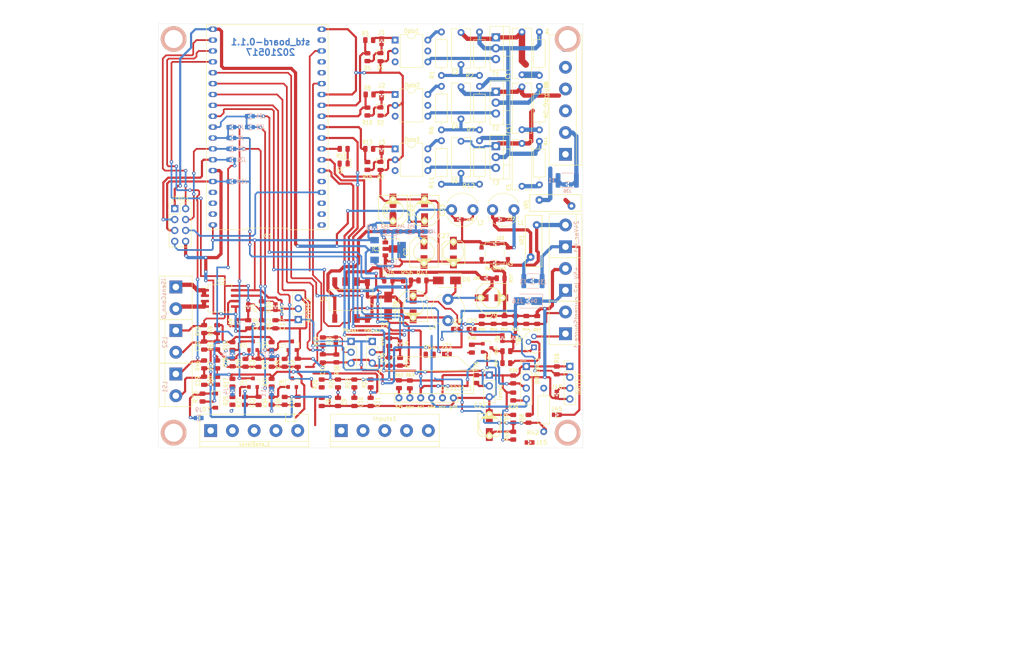
<source format=kicad_pcb>
(kicad_pcb (version 20171130) (host pcbnew 5.1.10-88a1d61d58~90~ubuntu20.04.1)
  (title_block (title "std farm controller") (date 2020-12-19) (company thmalmeida))
  (layers (0 F.Cu signal) (31 B.Cu signal) (34 B.Paste user) (35 F.Paste user) (36 B.SilkS user) (37 F.SilkS user) (38 B.Mask user) (39 F.Mask user) (44 Edge.Cuts user))
  (net 0 "")
  (net 1 GND)
  (net 2 /Power_AC_2)
  (net 3 /Load01)
  (net 4 /Load03)
  (net 5 /Load02)
  (net 6 /Power_AC)
  (net 7 /Common)
  (net 8 "Net-(Opto1-Pad6)")
  (net 9 "Net-(Opto2-Pad6)")
  (net 10 "Net-(Opto3-Pad6)")
  (net 11 /IP+)
  (net 12 /IP-)
  (net 13 "Net-(C18-Pad1)")
  (net 14 "Net-(C1-Pad1)")
  (net 15 "Net-(C2-Pad1)")
  (net 16 "Net-(C3-Pad1)")
  (net 17 "Net-(C4-Pad1)")
  (net 18 "Net-(C19-Pad1)")
  (net 19 "Net-(D1-Pad1)")
  (net 20 "Net-(D2-Pad1)")
  (net 21 "Net-(D3-Pad1)")
  (net 22 "Net-(Opto1-Pad4)")
  (net 23 "Net-(Opto2-Pad4)")
  (net 24 "Net-(Opto3-Pad4)")
  (net 25 "Net-(C5-Pad1)")
  (net 26 "Net-(C6-Pad1)")
  (net 27 "Net-(C20-Pad1)")
  (net 28 "Net-(D5-Pad1)")
  (net 29 "Net-(J1-Pad1)")
  (net 30 "Net-(J2-Pad2)")
  (net 31 "Net-(J3-Pad2)")
  (net 32 "Net-(D7-Pad1)")
  (net 33 "Net-(R25-Pad2)")
  (net 34 "Net-(R26-Pad2)")
  (net 35 "Net-(R34-Pad2)")
  (net 36 "Net-(R35-Pad2)")
  (net 37 "Net-(D7-Pad2)")
  (net 38 /L4_probe)
  (net 39 /L3_probe)
  (net 40 /L2_probe)
  (net 41 /L1_probe)
  (net 42 "Net-(DHT11_1-Pad3)")
  (net 43 "Net-(J6-Pad2)")
  (net 44 "Net-(J13-Pad2)")
  (net 45 "Net-(IC2-Pad7)")
  (net 46 "Net-(IC2-Pad6)")
  (net 47 /K3_in)
  (net 48 /DHT11_data)
  (net 49 /L1_in)
  (net 50 /L3_in)
  (net 51 /L2_in)
  (net 52 "Net-(R19-Pad1)")
  (net 53 "Net-(R24-Pad1)")
  (net 54 "Net-(R40-Pad2)")
  (net 55 "Net-(+5V_In2-Pad1)")
  (net 56 "Net-(24Vac_In1-Pad2)")
  (net 57 "Net-(T8-Pad3)")
  (net 58 "Net-(J32-Pad1)")
  (net 59 "Net-(C25-Pad1)")
  (net 60 "Net-(C25-Pad2)")
  (net 61 "Net-(C26-Pad1)")
  (net 62 "Net-(C27-Pad1)")
  (net 63 "Net-(C29-Pad1)")
  (net 64 "Net-(IC3-Pad1)")
  (net 65 /A)
  (net 66 "Net-(J34-Pad2)")
  (net 67 "Net-(J38-Pad1)")
  (net 68 /C)
  (net 69 "Net-(F3-Pad1)")
  (net 70 "Net-(R41-Pad1)")
  (net 71 /B)
  (net 72 /SQW)
  (net 73 /32K)
  (net 74 /ADC_1)
  (net 75 /L4_in)
  (net 76 /V_input)
  (net 77 /iSensor2)
  (net 78 /+5V)
  (net 79 /SDA)
  (net 80 /SCL)
  (net 81 /+3.3V)
  (net 82 /T1_in)
  (net 83 /K1_in)
  (net 84 /K2_in)
  (net 85 /PRess_1)
  (net 86 /PRess_2)
  (net 87 /NRST)
  (net 88 /iSensor1)
  (net 89 /vSensorR)
  (net 90 /K1_out)
  (net 91 /K2_out)
  (net 92 /DAC_1)
  (net 93 /K3_out)
  (net 94 P10)
  (net 95 /1wire_Data)
  (net 96 P11)
  (net 97 /Debug_RX)
  (net 98 P12)
  (net 99 P13)
  (net 100 P15)
  (net 101 /TDO)
  (net 102 /V_external)
  (net 103 "Net-(C24-Pad1)")
  (net 104 "Net-(J15-Pad2)")
  (module TerminalBlock:TerminalBlock_bornier-5_P5.08mm (layer F.Cu) (at 42.672 93.726)
    (fp_text reference Inputs1 (at 10.16 -2.794) (layer F.SilkS))
    (fp_text value CONN_5X1)
    (pad 2 thru_hole circle (at 5.08 0) (size 3 3) (drill 1.52) (layers *.Cu *.Mask) (net 83 /K1_in))
    (pad 3 thru_hole circle (at 10.16 0) (size 3 3) (drill 1.52) (layers *.Cu *.Mask) (net 84 /K2_in))
    (pad 1 thru_hole rect (at 0 0) (size 3 3) (drill 1.52) (layers *.Cu *.Mask) (net 1 GND))
    (pad 4 thru_hole circle (at 15.24 0) (size 3 3) (drill 1.52) (layers *.Cu *.Mask) (net 47 /K3_in))
    (pad 5 thru_hole circle (at 20.32 0) (size 3 3) (drill 1.52) (layers *.Cu *.Mask) (net 82 /T1_in))
  )
  (module Resistor_THT:R_Axial_DIN0207_L6.3mm_D2.5mm_P10.16mm_Horizontal (layer F.Cu) (at 89.916 83.82 270)
    (fp_text reference R42 (at 10.414 2.54) (layer F.SilkS))
    (fp_text value "680 k")
    (pad 2 thru_hole oval (at 10.16 0 270) (size 1.6 1.6) (drill 0.8) (layers *.Cu *.Mask) (net 89 /vSensorR))
    (pad 1 thru_hole circle (at 0 0 270) (size 1.6 1.6) (drill 0.8) (layers *.Cu *.Mask) (net 104 "Net-(J15-Pad2)"))
  )
  (module Resistor_SMD:R_0805_2012Metric (layer F.Cu) (at 92.964 79.6775 270)
    (fp_text reference R16 (at -2.8725 0 90) (layer F.SilkS) (effects (font (size 1 0.8))))
    (fp_text value "4.7 k")
    (pad 2 smd roundrect (at 0.9125 0 270) (size 1.025 1.4) (layers F.Cu F.Paste F.Mask) (roundrect_rratio 0.2439014634146341) (net 48 /DHT11_data))
    (pad 1 smd roundrect (at -0.9125 0 270) (size 1.025 1.4) (layers F.Cu F.Paste F.Mask) (roundrect_rratio 0.2439014634146341) (net 81 /+3.3V))
  )
  (module Inductor_THT:L_Radial_D7.5mm_P5.00mm_Fastron_07P (layer F.Cu) (at 82.978 42.164 180)
    (fp_text reference L1 (at -1.604 -3.048) (layer F.SilkS) (effects (font (size 1 0.8))))
    (fp_text value L_Micro)
    (pad 2 thru_hole circle (at 5 0 180) (size 2.6 2.6) (drill 1.3) (layers *.Cu *.Mask) (net 69 "Net-(F3-Pad1)"))
    (pad 1 thru_hole circle (at 0 0 180) (size 2.6 2.6) (drill 1.3) (layers *.Cu *.Mask) (net 58 "Net-(J32-Pad1)"))
  )
  (module Resistor_THT:R_Axial_DIN0207_L6.3mm_D2.5mm_P10.16mm_Horizontal (layer F.Cu) (at 66.04 0.635 270)
    (fp_text reference R1 (at 10.033 2.159 90) (layer F.SilkS))
    (fp_text value 330)
    (pad 2 thru_hole oval (at 10.16 0 270) (size 1.6 1.6) (drill 0.8) (layers *.Cu *.Mask) (net 15 "Net-(C2-Pad1)"))
    (pad 1 thru_hole circle (at 0 0 270) (size 1.6 1.6) (drill 0.8) (layers *.Cu *.Mask) (net 8 "Net-(Opto1-Pad6)"))
  )
  (module Package_DIP:DIP-6_W7.62mm (layer F.Cu) (at 55.245 2.54)
    (fp_text reference Opto1 (at 3.81 -2.159) (layer F.SilkS) (effects (font (size 1 0.8))))
    (fp_text value Optocoupler)
    (pad 6 thru_hole oval (at 7.62 0) (size 1.6 1.6) (drill 0.8) (layers *.Cu *.Mask) (net 8 "Net-(Opto1-Pad6)"))
    (pad 3 thru_hole oval (at 0 5.08) (size 1.6 1.6) (drill 0.8) (layers *.Cu *.Mask))
    (pad 5 thru_hole oval (at 7.62 2.54) (size 1.6 1.6) (drill 0.8) (layers *.Cu *.Mask))
    (pad 2 thru_hole oval (at 0 2.54) (size 1.6 1.6) (drill 0.8) (layers *.Cu *.Mask) (net 1 GND))
    (pad 4 thru_hole oval (at 7.62 5.08) (size 1.6 1.6) (drill 0.8) (layers *.Cu *.Mask) (net 22 "Net-(Opto1-Pad4)"))
    (pad 1 thru_hole rect (at 0 0) (size 1.6 1.6) (drill 0.8) (layers *.Cu *.Mask) (net 29 "Net-(J1-Pad1)"))
  )
  (module Package_SO:SO-8_5.3x6.2mm_P1.27mm (layer F.Cu) (at 14.351 62.865)
    (fp_text reference IC2 (at 0.127 -4.064) (layer F.SilkS))
    (fp_text value ACS712)
    (pad 8 smd roundrect (at 3.5 -1.905) (size 1.9 0.6) (layers F.Cu F.Paste F.Mask) (net 78 /+5V))
    (pad 7 smd roundrect (at 3.5 -0.635) (size 1.9 0.6) (layers F.Cu F.Paste F.Mask) (net 45 "Net-(IC2-Pad7)"))
    (pad 6 smd roundrect (at 3.5 0.635) (size 1.9 0.6) (layers F.Cu F.Paste F.Mask) (net 46 "Net-(IC2-Pad6)"))
    (pad 5 smd roundrect (at 3.5 1.905) (size 1.9 0.6) (layers F.Cu F.Paste F.Mask) (net 1 GND))
    (pad 4 smd roundrect (at -3.5 1.905) (size 1.9 0.6) (layers F.Cu F.Paste F.Mask) (net 12 /IP-))
    (pad 3 smd roundrect (at -3.5 0.635) (size 1.9 0.6) (layers F.Cu F.Paste F.Mask) (net 12 /IP-))
    (pad 2 smd roundrect (at -3.5 -0.635) (size 1.9 0.6) (layers F.Cu F.Paste F.Mask) (net 11 /IP+))
    (pad 1 smd roundrect (at -3.5 -1.905) (size 1.9 0.6) (layers F.Cu F.Paste F.Mask) (net 11 /IP+))
  )
  (module Capacitor_SMD:C_0805_2012Metric (layer F.Cu) (at 49.53 87.0435 270)
    (fp_text reference C11 (at 0 -1.65 90) (layer F.SilkS) (effects (font (size 1 0.8))))
    (fp_text value "47 nF")
    (pad 2 smd roundrect (at 0.95 0 270) (size 1 1.45) (layers F.Cu F.Paste F.Mask) (net 1 GND))
    (pad 1 smd roundrect (at -0.95 0 270) (size 1 1.45) (layers F.Cu F.Paste F.Mask) (net 82 /T1_in))
  )
  (module Resistor_THT:R_Axial_DIN0207_L6.3mm_D2.5mm_P10.16mm_Horizontal (layer F.Cu) (at 88.9 13.335 270)
    (fp_text reference R9 (at -0.508 -1.651 270) (layer F.SilkS) (effects (font (size 0.7 0.7))))
    (fp_text value 47)
    (pad 2 thru_hole oval (at 10.16 0 270) (size 1.6 1.6) (drill 0.8) (layers *.Cu *.Mask) (net 16 "Net-(C3-Pad1)"))
    (pad 1 thru_hole circle (at 0 0 270) (size 1.6 1.6) (drill 0.8) (layers *.Cu *.Mask) (net 2 /Power_AC_2))
  )
  (module Resistor_THT:R_Axial_DIN0207_L6.3mm_D2.5mm_P10.16mm_Horizontal (layer F.Cu) (at 88.9 26.162 270)
    (fp_text reference R14 (at 0 -1.524 90) (layer F.SilkS) (effects (font (size 0.7 0.7))))
    (fp_text value 47)
    (pad 2 thru_hole oval (at 10.16 0 270) (size 1.6 1.6) (drill 0.8) (layers *.Cu *.Mask) (net 25 "Net-(C5-Pad1)"))
    (pad 1 thru_hole circle (at 0 0 270) (size 1.6 1.6) (drill 0.8) (layers *.Cu *.Mask) (net 2 /Power_AC_2))
  )
  (module LED_SMD:LED_0805_2012Metric (layer F.Cu) (at 51.816 6.5255 270)
    (fp_text reference D1 (at 2.4615 0) (layer F.SilkS) (effects (font (size 1 0.8))))
    (fp_text value Led_Micro)
    (pad 2 smd roundrect (at 0.9375 0 270) (size 0.975 1.4) (layers F.Cu F.Paste F.Mask) (net 1 GND))
    (pad 1 smd roundrect (at -0.9375 0 270) (size 0.975 1.4) (layers F.Cu F.Paste F.Mask) (net 19 "Net-(D1-Pad1)"))
  )
  (module Resistor_SMD:R_0805_2012Metric (layer F.Cu) (at 86.36 90.9805 90)
    (fp_text reference R58 (at 0 -1.524 90) (layer F.SilkS) (effects (font (size 1 0.8))))
    (fp_text value "3.3 k")
    (pad 2 smd roundrect (at 0.9125 0 90) (size 1.025 1.4) (layers F.Cu F.Paste F.Mask) (roundrect_rratio 0.2439014634146341) (net 103 "Net-(C24-Pad1)"))
    (pad 1 smd roundrect (at -0.9125 0 90) (size 1.025 1.4) (layers F.Cu F.Paste F.Mask) (roundrect_rratio 0.2439014634146341) (net 89 /vSensorR))
  )
  (module thmalmeida:J_0603 (layer B.Cu) (at 86.265 63.5)
    (fp_text reference J16 (at -2.445 0) (layer B.SilkS) (effects (font (thickness 0.1524)) (justify mirror)))
    (fp_text value J_PRess)
    (pad 2 smd rect (at 0.3175 0) (size 1 0.2) (layers B.Cu B.Paste B.Mask) (net 55 "Net-(+5V_In2-Pad1)") (clearance 0.063))
    (pad 1 smd rect (at -0.381 0.381) (size 1 0.254) (layers B.Cu B.Paste B.Mask) (net 78 /+5V) (clearance 0.063))
    (pad 1 smd rect (at -0.762 0) (size 0.762 1.016) (layers B.Cu B.Paste B.Mask) (net 78 /+5V) (clearance 0.063))
    (pad 1 smd rect (at -0.381 -0.381) (size 1 0.254) (layers B.Cu B.Paste B.Mask) (net 78 /+5V) (clearance 0.063))
    (pad 2 smd rect (at 0.762 0) (size 0.762 1.016) (layers B.Cu B.Paste B.Mask) (net 55 "Net-(+5V_In2-Pad1)") (clearance 0.063))
  )
  (module thmalmeida:J_0603 (layer B.Cu) (at 17.272 75.946 270)
    (fp_text reference J5 (at 0 1.9 90) (layer B.SilkS) (effects (font (thickness 0.1524)) (justify mirror)))
    (fp_text value Jumper)
    (pad 2 smd rect (at 0.3175 0 270) (size 1 0.2) (layers B.Cu B.Paste B.Mask) (net 40 /L2_probe) (clearance 0.063))
    (pad 1 smd rect (at -0.381 0.381 270) (size 1 0.254) (layers B.Cu B.Paste B.Mask) (net 51 /L2_in) (clearance 0.063))
    (pad 1 smd rect (at -0.762 0 270) (size 0.762 1.016) (layers B.Cu B.Paste B.Mask) (net 51 /L2_in) (clearance 0.063))
    (pad 1 smd rect (at -0.381 -0.381 270) (size 1 0.254) (layers B.Cu B.Paste B.Mask) (net 51 /L2_in) (clearance 0.063))
    (pad 2 smd rect (at 0.762 0 270) (size 0.762 1.016) (layers B.Cu B.Paste B.Mask) (net 40 /L2_probe) (clearance 0.063))
  )
  (module thmalmeida:J_0603 (layer B.Cu) (at 17.272 84.582 270)
    (fp_text reference J4 (at 0 1.524 90) (layer B.SilkS) (effects (font (thickness 0.1524)) (justify mirror)))
    (fp_text value Jumper)
    (pad 2 smd rect (at 0.3175 0 270) (size 1 0.2) (layers B.Cu B.Paste B.Mask) (net 41 /L1_probe) (clearance 0.063))
    (pad 1 smd rect (at -0.381 0.381 270) (size 1 0.254) (layers B.Cu B.Paste B.Mask) (net 49 /L1_in) (clearance 0.063))
    (pad 1 smd rect (at -0.762 0 270) (size 0.762 1.016) (layers B.Cu B.Paste B.Mask) (net 49 /L1_in) (clearance 0.063))
    (pad 1 smd rect (at -0.381 -0.381 270) (size 1 0.254) (layers B.Cu B.Paste B.Mask) (net 49 /L1_in) (clearance 0.063))
    (pad 2 smd rect (at 0.762 0 270) (size 0.762 1.016) (layers B.Cu B.Paste B.Mask) (net 41 /L1_probe) (clearance 0.063))
  )
  (module thmalmeida:J_0603 (layer B.Cu) (at 87.249 58.801)
    (fp_text reference J31 (at 2.286 0.254) (layer B.SilkS) (effects (font (size 1 0.8) (thickness 0.1524)) (justify mirror)))
    (fp_text value Jumper)
    (pad 2 smd rect (at 0.3175 0) (size 1 0.2) (layers B.Cu B.Paste B.Mask) (net 76 /V_input) (clearance 0.063))
    (pad 1 smd rect (at -0.381 0.381) (size 1 0.254) (layers B.Cu B.Paste B.Mask) (net 69 "Net-(F3-Pad1)") (clearance 0.063))
    (pad 1 smd rect (at -0.762 0) (size 0.762 1.016) (layers B.Cu B.Paste B.Mask) (net 69 "Net-(F3-Pad1)") (clearance 0.063))
    (pad 1 smd rect (at -0.381 -0.381) (size 1 0.254) (layers B.Cu B.Paste B.Mask) (net 69 "Net-(F3-Pad1)") (clearance 0.063))
    (pad 2 smd rect (at 0.762 0) (size 0.762 1.016) (layers B.Cu B.Paste B.Mask) (net 76 /V_input) (clearance 0.063))
  )
  (module thmalmeida:ScrewHole_4.2mm (layer F.Cu) (at 3.556 94.234)
    (fp_text reference E3 hide)
    (fp_text value ScrewHole hide)
    (pad "" thru_hole circle (at 0 0) (size 6 6) (drill 4.2) (layers *.Cu *.SilkS *.Mask))
  )
  (module thmalmeida:ScrewHole_4.2mm (layer F.Cu) (at 3.556 2.286)
    (fp_text reference E2 hide)
    (fp_text value ScrewHole hide)
    (pad "" thru_hole circle (at 0 0) (size 6 6) (drill 4.2) (layers *.Cu *.SilkS *.Mask))
  )
  (module Capacitor_SMD:C_0805_2012Metric (layer F.Cu) (at 41.91 87.0435 270)
    (fp_text reference C9 (at 0 -1.524 90) (layer F.SilkS) (effects (font (size 1 0.8))))
    (fp_text value "47 nF")
    (pad 2 smd roundrect (at 0.95 0 270) (size 1 1.45) (layers F.Cu F.Paste F.Mask) (net 1 GND))
    (pad 1 smd roundrect (at -0.95 0 270) (size 1 1.45) (layers F.Cu F.Paste F.Mask) (net 84 /K2_in))
  )
  (module Capacitor_SMD:C_0805_2012Metric (layer F.Cu) (at 45.72 87.0435 270)
    (fp_text reference C10 (at 0 -1.524 90) (layer F.SilkS) (effects (font (size 1 0.8))))
    (fp_text value "47 nF")
    (pad 2 smd roundrect (at 0.95 0 270) (size 1 1.45) (layers F.Cu F.Paste F.Mask) (net 1 GND))
    (pad 1 smd roundrect (at -0.95 0 270) (size 1 1.45) (layers F.Cu F.Paste F.Mask) (net 47 /K3_in))
  )
  (module Capacitor_SMD:C_0805_2012Metric (layer F.Cu) (at 32.512 86.7895 90)
    (fp_text reference C14 (at -0.4295 -1.397 90) (layer F.SilkS) (effects (font (size 1 0.8))))
    (fp_text value "10 nF")
    (pad 2 smd roundrect (at 0.95 0 90) (size 1 1.45) (layers F.Cu F.Paste F.Mask) (net 1 GND))
    (pad 1 smd roundrect (at -0.95 0 90) (size 1 1.45) (layers F.Cu F.Paste F.Mask) (net 39 /L3_probe))
  )
  (module Capacitor_SMD:C_0805_2012Metric (layer F.Cu) (at 27.305 68.9125 270)
    (fp_text reference C17 (at 0 -1.65 90) (layer F.SilkS))
    (fp_text value "0.1 uF")
    (pad 2 smd roundrect (at 0.95 0 270) (size 1 1.45) (layers F.Cu F.Paste F.Mask) (net 1 GND))
    (pad 1 smd roundrect (at -0.95 0 270) (size 1 1.45) (layers F.Cu F.Paste F.Mask) (net 78 /+5V))
  )
  (module thmalmeida:J_0603 (layer F.Cu) (at 52.07 2.794 270)
    (fp_text reference J1 (at -2.032 0) (layer F.SilkS) (effects (font (thickness 0.1524))))
    (fp_text value Jumper)
    (pad 2 smd rect (at 0.3175 0 270) (size 1 0.2) (layers F.Cu F.Paste F.Mask) (net 19 "Net-(D1-Pad1)") (clearance 0.063))
    (pad 1 smd rect (at -0.381 -0.381 270) (size 1 0.254) (layers F.Cu F.Paste F.Mask) (net 29 "Net-(J1-Pad1)") (clearance 0.063))
    (pad 1 smd rect (at -0.762 0 270) (size 0.762 1.016) (layers F.Cu F.Paste F.Mask) (net 29 "Net-(J1-Pad1)") (clearance 0.063))
    (pad 1 smd rect (at -0.381 0.381 270) (size 1 0.254) (layers F.Cu F.Paste F.Mask) (net 29 "Net-(J1-Pad1)") (clearance 0.063))
    (pad 2 smd rect (at 0.762 0 270) (size 0.762 1.016) (layers F.Cu F.Paste F.Mask) (net 19 "Net-(D1-Pad1)") (clearance 0.063))
  )
  (module thmalmeida:J_0603 (layer F.Cu) (at 52.07 28.194 90)
    (fp_text reference J3 (at 1.778 0) (layer F.SilkS) (effects (font (thickness 0.1524))))
    (fp_text value Jumper)
    (pad 2 smd rect (at 0.3175 0 90) (size 1 0.2) (layers F.Cu F.Paste F.Mask) (net 31 "Net-(J3-Pad2)") (clearance 0.063))
    (pad 1 smd rect (at -0.381 -0.381 90) (size 1 0.254) (layers F.Cu F.Paste F.Mask) (net 21 "Net-(D3-Pad1)") (clearance 0.063))
    (pad 1 smd rect (at -0.762 0 90) (size 0.762 1.016) (layers F.Cu F.Paste F.Mask) (net 21 "Net-(D3-Pad1)") (clearance 0.063))
    (pad 1 smd rect (at -0.381 0.381 90) (size 1 0.254) (layers F.Cu F.Paste F.Mask) (net 21 "Net-(D3-Pad1)") (clearance 0.063))
    (pad 2 smd rect (at 0.762 0 90) (size 0.762 1.016) (layers F.Cu F.Paste F.Mask) (net 31 "Net-(J3-Pad2)") (clearance 0.063))
  )
  (module thmalmeida:J_0603 (layer F.Cu) (at 52.07 15.494 90)
    (fp_text reference J2 (at 2.286 0 180) (layer F.SilkS) (effects (font (thickness 0.1524))))
    (fp_text value Jumper)
    (pad 2 smd rect (at 0.3175 0 90) (size 1 0.2) (layers F.Cu F.Paste F.Mask) (net 30 "Net-(J2-Pad2)") (clearance 0.063))
    (pad 1 smd rect (at -0.381 -0.381 90) (size 1 0.254) (layers F.Cu F.Paste F.Mask) (net 20 "Net-(D2-Pad1)") (clearance 0.063))
    (pad 1 smd rect (at -0.762 0 90) (size 0.762 1.016) (layers F.Cu F.Paste F.Mask) (net 20 "Net-(D2-Pad1)") (clearance 0.063))
    (pad 1 smd rect (at -0.381 0.381 90) (size 1 0.254) (layers F.Cu F.Paste F.Mask) (net 20 "Net-(D2-Pad1)") (clearance 0.063))
    (pad 2 smd rect (at 0.762 0 90) (size 0.762 1.016) (layers F.Cu F.Paste F.Mask) (net 30 "Net-(J2-Pad2)") (clearance 0.063))
  )
  (module thmalmeida:J_0603 (layer B.Cu) (at 26.416 84.582 270)
    (fp_text reference J11 (at 0 1.9 90) (layer B.SilkS) (effects (font (thickness 0.1524)) (justify mirror)))
    (fp_text value Jumper)
    (pad 2 smd rect (at 0.3175 0 270) (size 1 0.2) (layers B.Cu B.Paste B.Mask) (net 39 /L3_probe) (clearance 0.063))
    (pad 1 smd rect (at -0.381 0.381 270) (size 1 0.254) (layers B.Cu B.Paste B.Mask) (net 50 /L3_in) (clearance 0.063))
    (pad 1 smd rect (at -0.762 0 270) (size 0.762 1.016) (layers B.Cu B.Paste B.Mask) (net 50 /L3_in) (clearance 0.063))
    (pad 1 smd rect (at -0.381 -0.381 270) (size 1 0.254) (layers B.Cu B.Paste B.Mask) (net 50 /L3_in) (clearance 0.063))
    (pad 2 smd rect (at 0.762 0 270) (size 0.762 1.016) (layers B.Cu B.Paste B.Mask) (net 39 /L3_probe) (clearance 0.063))
  )
  (module thmalmeida:J_0603 (layer B.Cu) (at 26.416 75.692 270)
    (fp_text reference J12 (at 0 1.9 90) (layer B.SilkS) (effects (font (thickness 0.1524)) (justify mirror)))
    (fp_text value Jumper)
    (pad 2 smd rect (at 0.3175 0 270) (size 1 0.2) (layers B.Cu B.Paste B.Mask) (net 38 /L4_probe) (clearance 0.063))
    (pad 1 smd rect (at -0.381 0.381 270) (size 1 0.254) (layers B.Cu B.Paste B.Mask) (net 75 /L4_in) (clearance 0.063))
    (pad 1 smd rect (at -0.762 0 270) (size 0.762 1.016) (layers B.Cu B.Paste B.Mask) (net 75 /L4_in) (clearance 0.063))
    (pad 1 smd rect (at -0.381 -0.381 270) (size 1 0.254) (layers B.Cu B.Paste B.Mask) (net 75 /L4_in) (clearance 0.063))
    (pad 2 smd rect (at 0.762 0 270) (size 0.762 1.016) (layers B.Cu B.Paste B.Mask) (net 38 /L4_probe) (clearance 0.063))
  )
  (module thmalmeida:J_0603 (layer F.Cu) (at 41.402 72.644 90)
    (fp_text reference J13 (at -0.254 -1.524 90) (layer F.SilkS) (effects (font (size 1 0.8) (thickness 0.1524))))
    (fp_text value J_PRess)
    (pad 2 smd rect (at 0.3175 0 90) (size 1 0.2) (layers F.Cu F.Paste F.Mask) (net 44 "Net-(J13-Pad2)") (clearance 0.063))
    (pad 1 smd rect (at -0.381 -0.381 90) (size 1 0.254) (layers F.Cu F.Paste F.Mask) (net 85 /PRess_1) (clearance 0.063))
    (pad 1 smd rect (at -0.762 0 90) (size 0.762 1.016) (layers F.Cu F.Paste F.Mask) (net 85 /PRess_1) (clearance 0.063))
    (pad 1 smd rect (at -0.381 0.381 90) (size 1 0.254) (layers F.Cu F.Paste F.Mask) (net 85 /PRess_1) (clearance 0.063))
    (pad 2 smd rect (at 0.762 0 90) (size 0.762 1.016) (layers F.Cu F.Paste F.Mask) (net 44 "Net-(J13-Pad2)") (clearance 0.063))
  )
  (module Resistor_SMD:R_0805_2012Metric (layer F.Cu) (at 49.276 15.24)
    (fp_text reference R8 (at -0.508 -1.524) (layer F.SilkS) (effects (font (size 1 0.8))))
    (fp_text value R_Micro)
    (pad 2 smd roundrect (at 0.9125 0) (size 1.025 1.4) (layers F.Cu F.Paste F.Mask) (roundrect_rratio 0.2439014634146341) (net 30 "Net-(J2-Pad2)"))
    (pad 1 smd roundrect (at -0.9125 0) (size 1.025 1.4) (layers F.Cu F.Paste F.Mask) (roundrect_rratio 0.2439014634146341) (net 91 /K2_out))
  )
  (module Resistor_SMD:R_0805_2012Metric (layer F.Cu) (at 17.272 82.55 270)
    (fp_text reference R17 (at 0 1.524 90) (layer F.SilkS) (effects (font (size 1 0.8))))
    (fp_text value "560 k")
    (pad 2 smd roundrect (at 0.9125 0 270) (size 1.025 1.4) (layers F.Cu F.Paste F.Mask) (roundrect_rratio 0.2439014634146341) (net 49 /L1_in))
    (pad 1 smd roundrect (at -0.9125 0 270) (size 1.025 1.4) (layers F.Cu F.Paste F.Mask) (roundrect_rratio 0.2439014634146341) (net 81 /+3.3V))
  )
  (module Resistor_SMD:R_0805_2012Metric (layer F.Cu) (at 17.272 73.9925 270)
    (fp_text reference R18 (at -0.0785 1.651 90) (layer F.SilkS) (effects (font (size 1 0.8))))
    (fp_text value "560 k")
    (pad 2 smd roundrect (at 0.9125 0 270) (size 1.025 1.4) (layers F.Cu F.Paste F.Mask) (roundrect_rratio 0.2439014634146341) (net 51 /L2_in))
    (pad 1 smd roundrect (at -0.9125 0 270) (size 1.025 1.4) (layers F.Cu F.Paste F.Mask) (roundrect_rratio 0.2439014634146341) (net 81 /+3.3V))
  )
  (module Resistor_SMD:R_0805_2012Metric (layer F.Cu) (at 20.32 77.8995 90)
    (fp_text reference R26 (at -0.2055 -1.524 90) (layer F.SilkS) (effects (font (size 1 0.8))))
    (fp_text value "33 k")
    (pad 2 smd roundrect (at 0.9125 0 90) (size 1.025 1.4) (layers F.Cu F.Paste F.Mask) (roundrect_rratio 0.2439014634146341) (net 34 "Net-(R26-Pad2)"))
    (pad 1 smd roundrect (at -0.9125 0 90) (size 1.025 1.4) (layers F.Cu F.Paste F.Mask) (roundrect_rratio 0.2439014634146341) (net 40 /L2_probe))
  )
  (module Resistor_SMD:R_0805_2012Metric (layer F.Cu) (at 20.193 86.7895 90)
    (fp_text reference R27 (at -0.4295 -1.397 90) (layer F.SilkS) (effects (font (size 1 0.8))))
    (fp_text value "220 k")
    (pad 2 smd roundrect (at 0.9125 0 90) (size 1.025 1.4) (layers F.Cu F.Paste F.Mask) (roundrect_rratio 0.2439014634146341) (net 1 GND))
    (pad 1 smd roundrect (at -0.9125 0 90) (size 1.025 1.4) (layers F.Cu F.Paste F.Mask) (roundrect_rratio 0.2439014634146341) (net 41 /L1_probe))
  )
  (module Resistor_SMD:R_0805_2012Metric (layer F.Cu) (at 17.272 77.8025 90)
    (fp_text reference R28 (at 0 -1.65 90) (layer F.SilkS) (effects (font (size 1 0.8))))
    (fp_text value "220 k")
    (pad 2 smd roundrect (at 0.9125 0 90) (size 1.025 1.4) (layers F.Cu F.Paste F.Mask) (roundrect_rratio 0.2439014634146341) (net 1 GND))
    (pad 1 smd roundrect (at -0.9125 0 90) (size 1.025 1.4) (layers F.Cu F.Paste F.Mask) (roundrect_rratio 0.2439014634146341) (net 40 /L2_probe))
  )
  (module Resistor_SMD:R_0805_2012Metric (layer F.Cu) (at 26.416 82.55 90)
    (fp_text reference R31 (at 0.254 -1.524 90) (layer F.SilkS) (effects (font (size 1 0.8))))
    (fp_text value "560 k")
    (pad 2 smd roundrect (at 0.9125 0 90) (size 1.025 1.4) (layers F.Cu F.Paste F.Mask) (roundrect_rratio 0.2439014634146341) (net 81 /+3.3V))
    (pad 1 smd roundrect (at -0.9125 0 90) (size 1.025 1.4) (layers F.Cu F.Paste F.Mask) (roundrect_rratio 0.2439014634146341) (net 50 /L3_in))
  )
  (module Resistor_SMD:R_0805_2012Metric (layer F.Cu) (at 26.416 73.9925 90)
    (fp_text reference R32 (at 0.0785 -1.524 90) (layer F.SilkS) (effects (font (size 1 0.8))))
    (fp_text value "560 k")
    (pad 2 smd roundrect (at 0.9125 0 90) (size 1.025 1.4) (layers F.Cu F.Paste F.Mask) (roundrect_rratio 0.2439014634146341) (net 81 /+3.3V))
    (pad 1 smd roundrect (at -0.9125 0 90) (size 1.025 1.4) (layers F.Cu F.Paste F.Mask) (roundrect_rratio 0.2439014634146341) (net 75 /L4_in))
  )
  (module Resistor_SMD:R_0805_2012Metric (layer F.Cu) (at 38.354 72.898 270)
    (fp_text reference R33 (at 0.0785 1.524 90) (layer F.SilkS) (effects (font (size 1 0.8))))
    (fp_text value "120 k")
    (pad 2 smd roundrect (at 0.9125 0 270) (size 1.025 1.4) (layers F.Cu F.Paste F.Mask) (roundrect_rratio 0.2439014634146341) (net 85 /PRess_1))
    (pad 1 smd roundrect (at -0.9125 0 270) (size 1.025 1.4) (layers F.Cu F.Paste F.Mask) (roundrect_rratio 0.2439014634146341) (net 44 "Net-(J13-Pad2)"))
  )
  (module Resistor_SMD:R_0805_2012Metric (layer F.Cu) (at 26.416 86.7895 90)
    (fp_text reference R34 (at -0.4295 -1.524 270) (layer F.SilkS) (effects (font (size 1 0.8))))
    (fp_text value "33 k")
    (pad 2 smd roundrect (at 0.9125 0 90) (size 1.025 1.4) (layers F.Cu F.Paste F.Mask) (roundrect_rratio 0.2439014634146341) (net 35 "Net-(R34-Pad2)"))
    (pad 1 smd roundrect (at -0.9125 0 90) (size 1.025 1.4) (layers F.Cu F.Paste F.Mask) (roundrect_rratio 0.2439014634146341) (net 39 /L3_probe))
  )
  (module Resistor_SMD:R_0805_2012Metric (layer F.Cu) (at 29.464 77.8995 90)
    (fp_text reference R35 (at -0.4295 -1.524 90) (layer F.SilkS) (effects (font (size 1 0.8))))
    (fp_text value "33 k")
    (pad 2 smd roundrect (at 0.9125 0 90) (size 1.025 1.4) (layers F.Cu F.Paste F.Mask) (roundrect_rratio 0.2439014634146341) (net 36 "Net-(R35-Pad2)"))
    (pad 1 smd roundrect (at -0.9125 0 90) (size 1.025 1.4) (layers F.Cu F.Paste F.Mask) (roundrect_rratio 0.2439014634146341) (net 38 /L4_probe))
  )
  (module Resistor_SMD:R_0805_2012Metric (layer F.Cu) (at 29.464 86.7895 90)
    (fp_text reference R36 (at -0.4295 -1.524 90) (layer F.SilkS) (effects (font (size 1 0.8))))
    (fp_text value "220 k")
    (pad 2 smd roundrect (at 0.9125 0 90) (size 1.025 1.4) (layers F.Cu F.Paste F.Mask) (roundrect_rratio 0.2439014634146341) (net 1 GND))
    (pad 1 smd roundrect (at -0.9125 0 90) (size 1.025 1.4) (layers F.Cu F.Paste F.Mask) (roundrect_rratio 0.2439014634146341) (net 39 /L3_probe))
  )
  (module Resistor_SMD:R_0805_2012Metric (layer F.Cu) (at 26.416 77.8995 90)
    (fp_text reference R37 (at -0.4295 -1.524 90) (layer F.SilkS) (effects (font (size 1 0.8))))
    (fp_text value "220 k")
    (pad 2 smd roundrect (at 0.9125 0 90) (size 1.025 1.4) (layers F.Cu F.Paste F.Mask) (roundrect_rratio 0.2439014634146341) (net 1 GND))
    (pad 1 smd roundrect (at -0.9125 0 90) (size 1.025 1.4) (layers F.Cu F.Paste F.Mask) (roundrect_rratio 0.2439014634146341) (net 38 /L4_probe))
  )
  (module Resistor_SMD:R_0805_2012Metric (layer F.Cu) (at 41.529 76.8835 270)
    (fp_text reference R38 (at 2.7455 -0.127 90) (layer F.SilkS) (effects (font (size 1 0.8))))
    (fp_text value "220 k")
    (pad 2 smd roundrect (at 0.9125 0 270) (size 1.025 1.4) (layers F.Cu F.Paste F.Mask) (roundrect_rratio 0.2439014634146341) (net 1 GND))
    (pad 1 smd roundrect (at -0.9125 0 270) (size 1.025 1.4) (layers F.Cu F.Paste F.Mask) (roundrect_rratio 0.2439014634146341) (net 85 /PRess_1))
  )
  (module Resistor_SMD:R_0805_2012Metric (layer F.Cu) (at 10.668 78.2805 270)
    (fp_text reference R46 (at 0.3325 1.524 90) (layer F.SilkS) (effects (font (size 1 0.8))))
    (fp_text value "3.3 k")
    (pad 2 smd roundrect (at 0.9125 0 270) (size 1.025 1.4) (layers F.Cu F.Paste F.Mask) (roundrect_rratio 0.2439014634146341) (net 18 "Net-(C19-Pad1)"))
    (pad 1 smd roundrect (at -0.9125 0 270) (size 1.025 1.4) (layers F.Cu F.Paste F.Mask) (roundrect_rratio 0.2439014634146341) (net 88 /iSensor1))
  )
  (module Varistor:RV_Disc_D12mm_W3.9mm_P7.5mm (layer F.Cu) (at 88.9 39.878)
    (fp_text reference VR1 (at -3.048 1.016 90) (layer F.SilkS) (effects (font (size 1 0.8))))
    (fp_text value VR_Micro)
    (pad 2 thru_hole circle (at 7.5 1.4) (size 1.8 1.8) (drill 0.8) (layers *.Cu *.Mask) (net 7 /Common))
    (pad 1 thru_hole circle (at 0 0) (size 1.8 1.8) (drill 0.8) (layers *.Cu *.Mask) (net 2 /Power_AC_2))
  )
  (module Varistor:RV_Disc_D12mm_W3.9mm_P7.5mm (layer F.Cu) (at 86.865 53.22 90)
    (fp_text reference VR3 (at 3.944 -2.029 90) (layer F.SilkS) (effects (font (size 1 0.8))))
    (fp_text value VR_Micro)
    (pad 2 thru_hole circle (at 7.5 1.4 90) (size 1.8 1.8) (drill 0.8) (layers *.Cu *.Mask) (net 56 "Net-(24Vac_In1-Pad2)"))
    (pad 1 thru_hole circle (at 0 0 90) (size 1.8 1.8) (drill 0.8) (layers *.Cu *.Mask) (net 69 "Net-(F3-Pad1)"))
  )
  (module Package_DIP:DIP-6_W7.62mm (layer F.Cu) (at 55.245 27.94)
    (fp_text reference Opto3 (at 3.937 -2.159) (layer F.SilkS) (effects (font (size 1 0.8))))
    (fp_text value Optocoupler)
    (pad 6 thru_hole oval (at 7.62 0) (size 1.6 1.6) (drill 0.8) (layers *.Cu *.Mask) (net 10 "Net-(Opto3-Pad6)"))
    (pad 3 thru_hole oval (at 0 5.08) (size 1.6 1.6) (drill 0.8) (layers *.Cu *.Mask))
    (pad 5 thru_hole oval (at 7.62 2.54) (size 1.6 1.6) (drill 0.8) (layers *.Cu *.Mask))
    (pad 2 thru_hole oval (at 0 2.54) (size 1.6 1.6) (drill 0.8) (layers *.Cu *.Mask) (net 1 GND))
    (pad 4 thru_hole oval (at 7.62 5.08) (size 1.6 1.6) (drill 0.8) (layers *.Cu *.Mask) (net 24 "Net-(Opto3-Pad4)"))
    (pad 1 thru_hole rect (at 0 0) (size 1.6 1.6) (drill 0.8) (layers *.Cu *.Mask) (net 31 "Net-(J3-Pad2)"))
  )
  (module Package_DIP:DIP-6_W7.62mm (layer F.Cu) (at 55.245 15.24)
    (fp_text reference Opto2 (at 3.937 -2.159) (layer F.SilkS) (effects (font (size 1 0.8))))
    (fp_text value Optocoupler)
    (pad 6 thru_hole oval (at 7.62 0) (size 1.6 1.6) (drill 0.8) (layers *.Cu *.Mask) (net 9 "Net-(Opto2-Pad6)"))
    (pad 3 thru_hole oval (at 0 5.08) (size 1.6 1.6) (drill 0.8) (layers *.Cu *.Mask))
    (pad 5 thru_hole oval (at 7.62 2.54) (size 1.6 1.6) (drill 0.8) (layers *.Cu *.Mask))
    (pad 2 thru_hole oval (at 0 2.54) (size 1.6 1.6) (drill 0.8) (layers *.Cu *.Mask) (net 1 GND))
    (pad 4 thru_hole oval (at 7.62 5.08) (size 1.6 1.6) (drill 0.8) (layers *.Cu *.Mask) (net 23 "Net-(Opto2-Pad4)"))
    (pad 1 thru_hole rect (at 0 0) (size 1.6 1.6) (drill 0.8) (layers *.Cu *.Mask) (net 30 "Net-(J2-Pad2)"))
  )
  (module Resistor_SMD:R_0805_2012Metric (layer F.Cu) (at 45.72 82.7255 270)
    (fp_text reference R22 (at 0 1.524 90) (layer F.SilkS) (effects (font (size 1 0.8))))
    (fp_text value "56 k")
    (pad 2 smd roundrect (at 0.9125 0 270) (size 1.025 1.4) (layers F.Cu F.Paste F.Mask) (roundrect_rratio 0.2439014634146341) (net 47 /K3_in))
    (pad 1 smd roundrect (at -0.9125 0 270) (size 1.025 1.4) (layers F.Cu F.Paste F.Mask) (roundrect_rratio 0.2439014634146341) (net 81 /+3.3V))
  )
  (module LED_SMD:LED_0805_2012Metric (layer F.Cu) (at 51.816 19.2255 270)
    (fp_text reference D2 (at 2.6185 0 180) (layer F.SilkS) (effects (font (size 1 0.8))))
    (fp_text value Led_Micro)
    (pad 2 smd roundrect (at 0.9375 0 270) (size 0.975 1.4) (layers F.Cu F.Paste F.Mask) (net 1 GND))
    (pad 1 smd roundrect (at -0.9375 0 270) (size 0.975 1.4) (layers F.Cu F.Paste F.Mask) (net 20 "Net-(D2-Pad1)"))
  )
  (module LED_SMD:LED_0805_2012Metric (layer F.Cu) (at 43.2285 31.369 180)
    (fp_text reference D5 (at 0.9375 -1.778) (layer F.SilkS) (effects (font (size 1 0.8))))
    (fp_text value Led_Micro)
    (pad 2 smd roundrect (at 0.9375 0 180) (size 0.975 1.4) (layers F.Cu F.Paste F.Mask) (net 1 GND))
    (pad 1 smd roundrect (at -0.9375 0 180) (size 0.975 1.4) (layers F.Cu F.Paste F.Mask) (net 28 "Net-(D5-Pad1)"))
  )
  (module Resistor_SMD:R_0805_2012Metric (layer F.Cu) (at 13.716 82.0905 270)
    (fp_text reference R60 (at 0 1.524 90) (layer F.SilkS) (effects (font (size 1 0.8))))
    (fp_text value "3.3 k")
    (pad 2 smd roundrect (at 0.9125 0 270) (size 1.025 1.4) (layers F.Cu F.Paste F.Mask) (roundrect_rratio 0.2439014634146341) (net 1 GND))
    (pad 1 smd roundrect (at -0.9125 0 270) (size 1.025 1.4) (layers F.Cu F.Paste F.Mask) (roundrect_rratio 0.2439014634146341) (net 18 "Net-(C19-Pad1)"))
  )
  (module Capacitor_SMD:C_0805_2012Metric (layer F.Cu) (at 23.368 86.7895 90)
    (fp_text reference C12 (at -0.4295 -1.524 90) (layer F.SilkS) (effects (font (size 1 0.8))))
    (fp_text value "10 nF")
    (pad 2 smd roundrect (at 0.95 0 90) (size 1 1.45) (layers F.Cu F.Paste F.Mask) (net 1 GND))
    (pad 1 smd roundrect (at -0.95 0 90) (size 1 1.45) (layers F.Cu F.Paste F.Mask) (net 41 /L1_probe))
  )
  (module Capacitor_SMD:C_0805_2012Metric (layer F.Cu) (at 20.955 68.9125 270)
    (fp_text reference C18 (at 0 -1.65 90) (layer F.SilkS))
    (fp_text value "1 nF")
    (pad 2 smd roundrect (at 0.95 0 270) (size 1 1.45) (layers F.Cu F.Paste F.Mask) (net 1 GND))
    (pad 1 smd roundrect (at -0.95 0 270) (size 1 1.45) (layers F.Cu F.Paste F.Mask) (net 13 "Net-(C18-Pad1)"))
  )
  (module Resistor_SMD:R_0805_2012Metric (layer F.Cu) (at 49.1975 27.94)
    (fp_text reference R13 (at -0.4295 -1.524) (layer F.SilkS) (effects (font (size 1 0.8))))
    (fp_text value R_Micro)
    (pad 2 smd roundrect (at 0.9125 0) (size 1.025 1.4) (layers F.Cu F.Paste F.Mask) (roundrect_rratio 0.2439014634146341) (net 31 "Net-(J3-Pad2)"))
    (pad 1 smd roundrect (at -0.9125 0) (size 1.025 1.4) (layers F.Cu F.Paste F.Mask) (roundrect_rratio 0.2439014634146341) (net 93 /K3_out))
  )
  (module Resistor_SMD:R_0805_2012Metric (layer F.Cu) (at 41.91 82.7255 270)
    (fp_text reference R21 (at 0 1.524 90) (layer F.SilkS) (effects (font (size 1 0.8))))
    (fp_text value "56 k")
    (pad 2 smd roundrect (at 0.9125 0 270) (size 1.025 1.4) (layers F.Cu F.Paste F.Mask) (roundrect_rratio 0.2439014634146341) (net 84 /K2_in))
    (pad 1 smd roundrect (at -0.9125 0 270) (size 1.025 1.4) (layers F.Cu F.Paste F.Mask) (roundrect_rratio 0.2439014634146341) (net 81 /+3.3V))
  )
  (module Resistor_SMD:R_0805_2012Metric (layer F.Cu) (at 10.668 70.0255 270)
    (fp_text reference R48 (at 0.4595 1.524 90) (layer F.SilkS) (effects (font (size 1 0.8))))
    (fp_text value "3.3 k")
    (pad 2 smd roundrect (at 0.9125 0 270) (size 1.025 1.4) (layers F.Cu F.Paste F.Mask) (roundrect_rratio 0.2439014634146341) (net 27 "Net-(C20-Pad1)"))
    (pad 1 smd roundrect (at -0.9125 0 270) (size 1.025 1.4) (layers F.Cu F.Paste F.Mask) (roundrect_rratio 0.2439014634146341) (net 77 /iSensor2))
  )
  (module Resistor_SMD:R_0805_2012Metric (layer F.Cu) (at 13.716 70.0255 270)
    (fp_text reference R49 (at 0.4595 1.524 90) (layer F.SilkS) (effects (font (size 1 0.8))))
    (fp_text value "3.3 k")
    (pad 2 smd roundrect (at 0.9125 0 270) (size 1.025 1.4) (layers F.Cu F.Paste F.Mask) (roundrect_rratio 0.2439014634146341) (net 27 "Net-(C20-Pad1)"))
    (pad 1 smd roundrect (at -0.9125 0 270) (size 1.025 1.4) (layers F.Cu F.Paste F.Mask) (roundrect_rratio 0.2439014634146341) (net 81 /+3.3V))
  )
  (module Resistor_SMD:R_0805_2012Metric (layer F.Cu) (at 24.13 68.8825 270)
    (fp_text reference R52 (at 0 -1.65 90) (layer F.SilkS))
    (fp_text value "3.3 k")
    (pad 2 smd roundrect (at 0.9125 0 270) (size 1.025 1.4) (layers F.Cu F.Paste F.Mask) (roundrect_rratio 0.2439014634146341) (net 1 GND))
    (pad 1 smd roundrect (at -0.9125 0 270) (size 1.025 1.4) (layers F.Cu F.Paste F.Mask) (roundrect_rratio 0.2439014634146341) (net 77 /iSensor2))
  )
  (module Capacitor_SMD:C_0805_2012Metric (layer F.Cu) (at 38.1 87.0435 270)
    (fp_text reference C8 (at 0 -1.65 90) (layer F.SilkS) (effects (font (size 1 0.8))))
    (fp_text value "47 nF")
    (pad 2 smd roundrect (at 0.95 0 270) (size 1 1.45) (layers F.Cu F.Paste F.Mask) (net 1 GND))
    (pad 1 smd roundrect (at -0.95 0 270) (size 1 1.45) (layers F.Cu F.Paste F.Mask) (net 83 /K1_in))
  )
  (module Capacitor_SMD:C_0805_2012Metric (layer F.Cu) (at 23.368 77.8995 90)
    (fp_text reference C13 (at -0.4295 -1.524 90) (layer F.SilkS) (effects (font (size 1 0.8))))
    (fp_text value "10 nF")
    (pad 2 smd roundrect (at 0.95 0 90) (size 1 1.45) (layers F.Cu F.Paste F.Mask) (net 1 GND))
    (pad 1 smd roundrect (at -0.95 0 90) (size 1 1.45) (layers F.Cu F.Paste F.Mask) (net 40 /L2_probe))
  )
  (module Capacitor_SMD:C_0805_2012Metric (layer F.Cu) (at 32.512 77.8995 90)
    (fp_text reference C15 (at -0.4295 -1.524 90) (layer F.SilkS) (effects (font (size 1 0.8))))
    (fp_text value "10 nF")
    (pad 2 smd roundrect (at 0.95 0 90) (size 1 1.45) (layers F.Cu F.Paste F.Mask) (net 1 GND))
    (pad 1 smd roundrect (at -0.95 0 90) (size 1 1.45) (layers F.Cu F.Paste F.Mask) (net 38 /L4_probe))
  )
  (module Capacitor_SMD:C_0805_2012Metric (layer F.Cu) (at 38.354 76.8835 270)
    (fp_text reference C16 (at 2.7455 0 270) (layer F.SilkS) (effects (font (size 1 0.8))))
    (fp_text value "10 nF")
    (pad 2 smd roundrect (at 0.95 0 270) (size 1 1.45) (layers F.Cu F.Paste F.Mask) (net 1 GND))
    (pad 1 smd roundrect (at -0.95 0 270) (size 1 1.45) (layers F.Cu F.Paste F.Mask) (net 85 /PRess_1))
  )
  (module LED_SMD:LED_0805_2012Metric (layer F.Cu) (at 51.816 31.9255 270)
    (fp_text reference D3 (at 2.6185 0) (layer F.SilkS) (effects (font (size 1 0.8))))
    (fp_text value Led_Micro)
    (pad 2 smd roundrect (at 0.9375 0 270) (size 0.975 1.4) (layers F.Cu F.Paste F.Mask) (net 1 GND))
    (pad 1 smd roundrect (at -0.9375 0 270) (size 0.975 1.4) (layers F.Cu F.Paste F.Mask) (net 21 "Net-(D3-Pad1)"))
  )
  (module Diode_SMD:D_SMA (layer B.Cu) (at 86.265 63.5 180)
    (fp_text reference D4 (at -1.365 0) (layer B.SilkS) (effects (font (size 0.8 0.8)) (justify mirror)))
    (fp_text value Diode)
    (pad 2 smd rect (at 2 0 180) (size 2.5 1.8) (layers B.Cu B.Paste B.Mask) (net 78 /+5V))
    (pad 1 smd rect (at -2 0 180) (size 2.5 1.8) (layers B.Cu B.Paste B.Mask) (net 55 "Net-(+5V_In2-Pad1)"))
  )
  (module Resistor_SMD:R_0805_2012Metric (layer F.Cu) (at 49.1975 2.54)
    (fp_text reference R3 (at -0.9375 -1.524) (layer F.SilkS) (effects (font (size 1 0.8))))
    (fp_text value 470)
    (pad 2 smd roundrect (at 0.9125 0) (size 1.025 1.4) (layers F.Cu F.Paste F.Mask) (roundrect_rratio 0.2439014634146341) (net 29 "Net-(J1-Pad1)"))
    (pad 1 smd roundrect (at -0.9125 0) (size 1.025 1.4) (layers F.Cu F.Paste F.Mask) (roundrect_rratio 0.2439014634146341) (net 90 /K1_out))
  )
  (module Resistor_SMD:R_0805_2012Metric (layer F.Cu) (at 48.768 31.9255 270)
    (fp_text reference R15 (at 2.6185 0 180) (layer F.SilkS) (effects (font (size 1 0.8))))
    (fp_text value R_Micro)
    (pad 2 smd roundrect (at 0.9125 0 270) (size 1.025 1.4) (layers F.Cu F.Paste F.Mask) (roundrect_rratio 0.2439014634146341) (net 21 "Net-(D3-Pad1)"))
    (pad 1 smd roundrect (at -0.9125 0 270) (size 1.025 1.4) (layers F.Cu F.Paste F.Mask) (roundrect_rratio 0.2439014634146341) (net 93 /K3_out))
  )
  (module Resistor_SMD:R_0805_2012Metric (layer F.Cu) (at 48.768 19.2255 270)
    (fp_text reference R10 (at 2.6185 0 180) (layer F.SilkS) (effects (font (size 1 0.8))))
    (fp_text value R_Micro)
    (pad 2 smd roundrect (at 0.9125 0 270) (size 1.025 1.4) (layers F.Cu F.Paste F.Mask) (roundrect_rratio 0.2439014634146341) (net 20 "Net-(D2-Pad1)"))
    (pad 1 smd roundrect (at -0.9125 0 270) (size 1.025 1.4) (layers F.Cu F.Paste F.Mask) (roundrect_rratio 0.2439014634146341) (net 91 /K2_out))
  )
  (module Resistor_SMD:R_0805_2012Metric (layer F.Cu) (at 38.1 82.7255 270)
    (fp_text reference R20 (at 0.1755 1.524 90) (layer F.SilkS) (effects (font (size 1 0.8))))
    (fp_text value "56 k")
    (pad 2 smd roundrect (at 0.9125 0 270) (size 1.025 1.4) (layers F.Cu F.Paste F.Mask) (roundrect_rratio 0.2439014634146341) (net 83 /K1_in))
    (pad 1 smd roundrect (at -0.9125 0 270) (size 1.025 1.4) (layers F.Cu F.Paste F.Mask) (roundrect_rratio 0.2439014634146341) (net 81 /+3.3V))
  )
  (module Resistor_SMD:R_0805_2012Metric (layer F.Cu) (at 49.53 82.7255 270)
    (fp_text reference R23 (at -0.0785 1.524 90) (layer F.SilkS) (effects (font (size 1 0.8))))
    (fp_text value "56 k")
    (pad 2 smd roundrect (at 0.9125 0 270) (size 1.025 1.4) (layers F.Cu F.Paste F.Mask) (roundrect_rratio 0.2439014634146341) (net 82 /T1_in))
    (pad 1 smd roundrect (at -0.9125 0 270) (size 1.025 1.4) (layers F.Cu F.Paste F.Mask) (roundrect_rratio 0.2439014634146341) (net 81 /+3.3V))
  )
  (module Resistor_SMD:R_0805_2012Metric (layer F.Cu) (at 17.272 86.7895 90)
    (fp_text reference R25 (at 0.0485 -1.524 90) (layer F.SilkS) (effects (font (size 1 0.8))))
    (fp_text value "33 k")
    (pad 2 smd roundrect (at 0.9125 0 90) (size 1.025 1.4) (layers F.Cu F.Paste F.Mask) (roundrect_rratio 0.2439014634146341) (net 33 "Net-(R25-Pad2)"))
    (pad 1 smd roundrect (at -0.9125 0 90) (size 1.025 1.4) (layers F.Cu F.Paste F.Mask) (roundrect_rratio 0.2439014634146341) (net 41 /L1_probe))
  )
  (module Resistor_SMD:R_0805_2012Metric (layer F.Cu) (at 13.716 78.2805 270)
    (fp_text reference R47 (at 0.3325 1.524 90) (layer F.SilkS) (effects (font (size 1 0.8))))
    (fp_text value "3.3 k")
    (pad 2 smd roundrect (at 0.9125 0 270) (size 1.025 1.4) (layers F.Cu F.Paste F.Mask) (roundrect_rratio 0.2439014634146341) (net 18 "Net-(C19-Pad1)"))
    (pad 1 smd roundrect (at -0.9125 0 270) (size 1.025 1.4) (layers F.Cu F.Paste F.Mask) (roundrect_rratio 0.2439014634146341) (net 81 /+3.3V))
  )
  (module Resistor_SMD:R_0805_2012Metric (layer F.Cu) (at 43.2285 27.94)
    (fp_text reference R53 (at -0.5565 1.651) (layer F.SilkS) (effects (font (size 1 0.8))))
    (fp_text value 510)
    (pad 2 smd roundrect (at 0.9125 0) (size 1.025 1.4) (layers F.Cu F.Paste F.Mask) (roundrect_rratio 0.2439014634146341) (net 28 "Net-(D5-Pad1)"))
    (pad 1 smd roundrect (at -0.9125 0) (size 1.025 1.4) (layers F.Cu F.Paste F.Mask) (roundrect_rratio 0.2439014634146341) (net 97 /Debug_RX))
  )
  (module Resistor_SMD:R_0805_2012Metric (layer F.Cu) (at 13.716 73.8655 270)
    (fp_text reference R61 (at 0 1.524 90) (layer F.SilkS) (effects (font (size 1 0.8))))
    (fp_text value "3.3 k")
    (pad 2 smd roundrect (at 0.9125 0 270) (size 1.025 1.4) (layers F.Cu F.Paste F.Mask) (roundrect_rratio 0.2439014634146341) (net 1 GND))
    (pad 1 smd roundrect (at -0.9125 0 270) (size 1.025 1.4) (layers F.Cu F.Paste F.Mask) (roundrect_rratio 0.2439014634146341) (net 27 "Net-(C20-Pad1)"))
  )
  (module Capacitor_SMD:C_0805_2012Metric (layer F.Cu) (at 10.668 82.0905 270)
    (fp_text reference C19 (at 0.0785 1.524 90) (layer F.SilkS) (effects (font (size 1 0.8))))
    (fp_text value "1 uF")
    (pad 2 smd roundrect (at 0.95 0 270) (size 1 1.45) (layers F.Cu F.Paste F.Mask) (net 1 GND))
    (pad 1 smd roundrect (at -0.95 0 270) (size 1 1.45) (layers F.Cu F.Paste F.Mask) (net 18 "Net-(C19-Pad1)"))
  )
  (module thmalmeida:J_0603 (layer F.Cu) (at 92.964 85.344 90)
    (fp_text reference J10 (at 1.778 0 180) (layer F.SilkS) (effects (font (thickness 0.1524))))
    (fp_text value J_DHT11)
    (pad 2 smd rect (at 0.3175 0 90) (size 1 0.2) (layers F.Cu F.Paste F.Mask) (net 42 "Net-(DHT11_1-Pad3)") (clearance 0.063))
    (pad 1 smd rect (at -0.381 -0.381 90) (size 1 0.254) (layers F.Cu F.Paste F.Mask) (net 1 GND) (clearance 0.063))
    (pad 1 smd rect (at -0.762 0 90) (size 0.762 1.016) (layers F.Cu F.Paste F.Mask) (net 1 GND) (clearance 0.063))
    (pad 1 smd rect (at -0.381 0.381 90) (size 1 0.254) (layers F.Cu F.Paste F.Mask) (net 1 GND) (clearance 0.063))
    (pad 2 smd rect (at 0.762 0 90) (size 0.762 1.016) (layers F.Cu F.Paste F.Mask) (net 42 "Net-(DHT11_1-Pad3)") (clearance 0.063))
  )
  (module Resistor_SMD:R_0805_2012Metric (layer F.Cu) (at 82.804 85.7735 270)
    (fp_text reference R29 (at 2.4615 0 180) (layer F.SilkS) (effects (font (size 1 0.8))))
    (fp_text value R_Micro)
    (pad 2 smd roundrect (at 0.9125 0 270) (size 1.025 1.4) (layers F.Cu F.Paste F.Mask) (roundrect_rratio 0.2439014634146341) (net 79 /SDA))
    (pad 1 smd roundrect (at -0.9125 0 270) (size 1.025 1.4) (layers F.Cu F.Paste F.Mask) (roundrect_rratio 0.2439014634146341) (net 81 /+3.3V))
  )
  (module Resistor_SMD:R_0805_2012Metric (layer F.Cu) (at 82.804 81.788 270)
    (fp_text reference R30 (at -2.1105 0 180) (layer F.SilkS) (effects (font (size 0.7 0.7))))
    (fp_text value R_Micro)
    (pad 2 smd roundrect (at 0.9125 0 270) (size 1.025 1.4) (layers F.Cu F.Paste F.Mask) (roundrect_rratio 0.2439014634146341) (net 80 /SCL))
    (pad 1 smd roundrect (at -0.9125 0 270) (size 1.025 1.4) (layers F.Cu F.Paste F.Mask) (roundrect_rratio 0.2439014634146341) (net 81 /+3.3V))
  )
  (module Resistor_SMD:R_0805_2012Metric (layer F.Cu) (at 48.768 6.5255 270)
    (fp_text reference R5 (at 2.6185 0 180) (layer F.SilkS) (effects (font (size 1 0.8))))
    (fp_text value 470)
    (pad 2 smd roundrect (at 0.9125 0 270) (size 1.025 1.4) (layers F.Cu F.Paste F.Mask) (roundrect_rratio 0.2439014634146341) (net 19 "Net-(D1-Pad1)"))
    (pad 1 smd roundrect (at -0.9125 0 270) (size 1.025 1.4) (layers F.Cu F.Paste F.Mask) (roundrect_rratio 0.2439014634146341) (net 90 /K1_out))
  )
  (module Capacitor_THT:C_Rect_L11.5mm_W4.3mm_P10.00mm_MKT (layer F.Cu) (at 84.836 10.635 90)
    (fp_text reference C1 (at -0.287 -3.302 90) (layer F.SilkS) (effects (font (size 1 0.8))))
    (fp_text value "10 nF")
    (pad 2 thru_hole circle (at 10 0 90) (size 1.6 1.6) (drill 0.8) (layers *.Cu *.Mask) (net 3 /Load01))
    (pad 1 thru_hole circle (at 0 0 90) (size 1.6 1.6) (drill 0.8) (layers *.Cu *.Mask) (net 14 "Net-(C1-Pad1)"))
  )
  (module Capacitor_THT:C_Rect_L9.0mm_W4.2mm_P7.50mm_MKT (layer F.Cu) (at 70.612 8.255 90)
    (fp_text reference C2 (at -1.778 -1.397 180) (layer F.SilkS) (effects (font (size 1 0.8))))
    (fp_text value "47 nF")
    (pad 2 thru_hole circle (at 7.5 0 90) (size 1.6 1.6) (drill 0.8) (layers *.Cu *.Mask) (net 3 /Load01))
    (pad 1 thru_hole circle (at 0 0 90) (size 1.6 1.6) (drill 0.8) (layers *.Cu *.Mask) (net 15 "Net-(C2-Pad1)"))
  )
  (module Capacitor_THT:C_Rect_L11.5mm_W4.3mm_P10.00mm_MKT (layer F.Cu) (at 84.836 23.462 90)
    (fp_text reference C3 (at -0.127 -3.048 90) (layer F.SilkS) (effects (font (size 1 0.8))))
    (fp_text value "10 nF")
    (pad 2 thru_hole circle (at 10 0 90) (size 1.6 1.6) (drill 0.8) (layers *.Cu *.Mask) (net 5 /Load02))
    (pad 1 thru_hole circle (at 0 0 90) (size 1.6 1.6) (drill 0.8) (layers *.Cu *.Mask) (net 16 "Net-(C3-Pad1)"))
  )
  (module Capacitor_THT:C_Rect_L9.0mm_W4.2mm_P7.50mm_MKT (layer F.Cu) (at 70.612 20.955 90)
    (fp_text reference C4 (at -1.778 -1.397) (layer F.SilkS) (effects (font (size 1 0.8))))
    (fp_text value "47 nF")
    (pad 2 thru_hole circle (at 7.5 0 90) (size 1.6 1.6) (drill 0.8) (layers *.Cu *.Mask) (net 5 /Load02))
    (pad 1 thru_hole circle (at 0 0 90) (size 1.6 1.6) (drill 0.8) (layers *.Cu *.Mask) (net 17 "Net-(C4-Pad1)"))
  )
  (module Capacitor_THT:C_Rect_L11.5mm_W4.3mm_P10.00mm_MKT (layer F.Cu) (at 84.836 36.67 90)
    (fp_text reference C5 (at -0.247 -3.048 90) (layer F.SilkS) (effects (font (size 1 0.8))))
    (fp_text value "10 nF")
    (pad 2 thru_hole circle (at 10 0 90) (size 1.6 1.6) (drill 0.8) (layers *.Cu *.Mask) (net 4 /Load03))
    (pad 1 thru_hole circle (at 0 0 90) (size 1.6 1.6) (drill 0.8) (layers *.Cu *.Mask) (net 25 "Net-(C5-Pad1)"))
  )
  (module Capacitor_THT:C_Rect_L9.0mm_W4.2mm_P7.50mm_MKT (layer F.Cu) (at 70.612 33.655 90)
    (fp_text reference C6 (at -1.778 -1.524 180) (layer F.SilkS) (effects (font (size 1 0.8))))
    (fp_text value "47 nF")
    (pad 2 thru_hole circle (at 7.5 0 90) (size 1.6 1.6) (drill 0.8) (layers *.Cu *.Mask) (net 4 /Load03))
    (pad 1 thru_hole circle (at 0 0 90) (size 1.6 1.6) (drill 0.8) (layers *.Cu *.Mask) (net 26 "Net-(C6-Pad1)"))
  )
  (module Resistor_SMD:R_0805_2012Metric (layer F.Cu) (at 10.287 86.0275 90)
    (fp_text reference R73 (at 0.142 -1.5875 90) (layer F.SilkS))
    (fp_text value "70 k")
    (pad 2 smd roundrect (at 0.9125 0 90) (size 1.025 1.4) (layers F.Cu F.Paste F.Mask) (roundrect_rratio 0.2439014634146341) (net 32 "Net-(D7-Pad1)"))
    (pad 1 smd roundrect (at -0.9125 0 90) (size 1.025 1.4) (layers F.Cu F.Paste F.Mask) (roundrect_rratio 0.2439014634146341) (net 81 /+3.3V))
  )
  (module Resistor_SMD:R_0805_2012Metric (layer F.Cu) (at 82.804 94.9175 90)
    (fp_text reference R45 (at -0.0785 -1.524 90) (layer F.SilkS) (effects (font (size 1 0.8))))
    (fp_text value "220 k")
    (pad 2 smd roundrect (at 0.9125 0 90) (size 1.025 1.4) (layers F.Cu F.Paste F.Mask) (roundrect_rratio 0.2439014634146341) (net 103 "Net-(C24-Pad1)"))
    (pad 1 smd roundrect (at -0.9125 0 90) (size 1.025 1.4) (layers F.Cu F.Paste F.Mask) (roundrect_rratio 0.2439014634146341) (net 81 /+3.3V))
  )
  (module Resistor_SMD:R_0805_2012Metric (layer F.Cu) (at 82.804 90.9805 90)
    (fp_text reference R59 (at 0 -1.65 90) (layer F.SilkS) (effects (font (size 1 0.8))))
    (fp_text value "220 k")
    (pad 2 smd roundrect (at 0.9125 0 90) (size 1.025 1.4) (layers F.Cu F.Paste F.Mask) (roundrect_rratio 0.2439014634146341) (net 1 GND))
    (pad 1 smd roundrect (at -0.9125 0 90) (size 1.025 1.4) (layers F.Cu F.Paste F.Mask) (roundrect_rratio 0.2439014634146341) (net 103 "Net-(C24-Pad1)"))
  )
  (module Connector_PinHeader_2.54mm:PinHeader_1x03_P2.54mm_Vertical (layer F.Cu) (at 44.958 72.898)
    (fp_text reference PRess1 (at 0 -2.54 180) (layer F.SilkS) (effects (font (size 0.7 0.7))))
    (fp_text value pressureSensor)
    (pad 3 thru_hole oval (at 0 5.08) (size 1.7 1.7) (drill 1) (layers *.Cu *.Mask) (net 1 GND))
    (pad 2 thru_hole oval (at 0 2.54) (size 1.7 1.7) (drill 1) (layers *.Cu *.Mask) (net 44 "Net-(J13-Pad2)"))
    (pad 1 thru_hole rect (at 0 0) (size 1.7 1.7) (drill 1) (layers *.Cu *.Mask) (net 78 /+5V))
  )
  (module Capacitor_SMD:C_0805_2012Metric (layer F.Cu) (at 53.848 77.6455 270)
    (fp_text reference C30 (at -0.9375 1.524 90) (layer F.SilkS) (effects (font (size 1 0.8))))
    (fp_text value "10 nF")
    (pad 2 smd roundrect (at 0.95 0 270) (size 1 1.45) (layers F.Cu F.Paste F.Mask) (net 1 GND))
    (pad 1 smd roundrect (at -0.95 0 270) (size 1 1.45) (layers F.Cu F.Paste F.Mask) (net 86 /PRess_2))
  )
  (module thmalmeida:J_0603 (layer F.Cu) (at 56.388 73.533 90)
    (fp_text reference J6 (at 0.127 1.524 90) (layer F.SilkS) (effects (font (size 0.7 0.7) (thickness 0.1524))))
    (fp_text value J_PRess)
    (pad 2 smd rect (at 0.3175 0 90) (size 1 0.2) (layers F.Cu F.Paste F.Mask) (net 43 "Net-(J6-Pad2)") (clearance 0.063))
    (pad 1 smd rect (at -0.381 -0.381 90) (size 1 0.254) (layers F.Cu F.Paste F.Mask) (net 86 /PRess_2) (clearance 0.063))
    (pad 1 smd rect (at -0.762 0 90) (size 0.762 1.016) (layers F.Cu F.Paste F.Mask) (net 86 /PRess_2) (clearance 0.063))
    (pad 1 smd rect (at -0.381 0.381 90) (size 1 0.254) (layers F.Cu F.Paste F.Mask) (net 86 /PRess_2) (clearance 0.063))
    (pad 2 smd rect (at 0.762 0 90) (size 0.762 1.016) (layers F.Cu F.Paste F.Mask) (net 43 "Net-(J6-Pad2)") (clearance 0.063))
  )
  (module Resistor_SMD:R_0805_2012Metric (layer F.Cu) (at 53.848 73.0735 270)
    (fp_text reference R74 (at -0.1755 1.524 90) (layer F.SilkS) (effects (font (size 0.7 0.7))))
    (fp_text value "120 k")
    (pad 2 smd roundrect (at 0.9125 0 270) (size 1.025 1.4) (layers F.Cu F.Paste F.Mask) (roundrect_rratio 0.2439014634146341) (net 86 /PRess_2))
    (pad 1 smd roundrect (at -0.9125 0 270) (size 1.025 1.4) (layers F.Cu F.Paste F.Mask) (roundrect_rratio 0.2439014634146341) (net 43 "Net-(J6-Pad2)"))
  )
  (module Resistor_SMD:R_0805_2012Metric (layer F.Cu) (at 56.388 77.6455 270)
    (fp_text reference R75 (at 0.3325 -1.778 90) (layer F.SilkS) (effects (font (size 1 0.8))))
    (fp_text value "220 k")
    (pad 2 smd roundrect (at 0.9125 0 270) (size 1.025 1.4) (layers F.Cu F.Paste F.Mask) (roundrect_rratio 0.2439014634146341) (net 1 GND))
    (pad 1 smd roundrect (at -0.9125 0 270) (size 1.025 1.4) (layers F.Cu F.Paste F.Mask) (roundrect_rratio 0.2439014634146341) (net 86 /PRess_2))
  )
  (module Connector_PinHeader_2.54mm:PinHeader_1x03_P2.54mm_Vertical (layer F.Cu) (at 49.911 72.898)
    (fp_text reference PRess2 (at 0 -2.54) (layer F.SilkS) (effects (font (size 0.7 0.7))))
    (fp_text value pressureSensor)
    (pad 3 thru_hole oval (at 0 5.08) (size 1.7 1.7) (drill 1) (layers *.Cu *.Mask) (net 1 GND))
    (pad 2 thru_hole oval (at 0 2.54) (size 1.7 1.7) (drill 1) (layers *.Cu *.Mask) (net 43 "Net-(J6-Pad2)"))
    (pad 1 thru_hole rect (at 0 0) (size 1.7 1.7) (drill 1) (layers *.Cu *.Mask) (net 78 /+5V))
  )
  (module Connector_PinHeader_2.54mm:PinHeader_1x03_P2.54mm_Vertical (layer F.Cu) (at 77.216 80.772)
    (fp_text reference Temp1 (at 2.54 4.064 90) (layer F.SilkS) (effects (font (size 1 0.8))))
    (fp_text value DS18B20)
    (pad 3 thru_hole oval (at 0 5.08) (size 1.7 1.7) (drill 1) (layers *.Cu *.Mask) (net 1 GND))
    (pad 2 thru_hole oval (at 0 2.54) (size 1.7 1.7) (drill 1) (layers *.Cu *.Mask) (net 95 /1wire_Data))
    (pad 1 thru_hole rect (at 0 0) (size 1.7 1.7) (drill 1) (layers *.Cu *.Mask) (net 81 /+3.3V))
  )
  (module Connector_PinHeader_2.54mm:PinHeader_1x04_P2.54mm_Vertical (layer F.Cu) (at 96.012 78.74)
    (fp_text reference DHT11_1 (at 2.159 4.064 90) (layer F.SilkS) (effects (font (size 1 0.8))))
    (fp_text value DHT11)
    (pad 4 thru_hole oval (at 0 7.62) (size 1.7 1.7) (drill 1) (layers *.Cu *.Mask) (net 1 GND))
    (pad 3 thru_hole oval (at 0 5.08) (size 1.7 1.7) (drill 1) (layers *.Cu *.Mask) (net 42 "Net-(DHT11_1-Pad3)"))
    (pad 2 thru_hole oval (at 0 2.54) (size 1.7 1.7) (drill 1) (layers *.Cu *.Mask) (net 48 /DHT11_data))
    (pad 1 thru_hole rect (at 0 0) (size 1.7 1.7) (drill 1) (layers *.Cu *.Mask) (net 81 /+3.3V))
  )
  (module Connector_PinHeader_2.54mm:PinHeader_1x04_P2.54mm_Vertical (layer F.Cu) (at 85.852 78.74)
    (fp_text reference BMP280_1 (at 2.54 1.016 270) (layer F.SilkS) (effects (font (size 1 0.8))))
    (fp_text value BMP280)
    (pad 4 thru_hole oval (at 0 7.62) (size 1.7 1.7) (drill 1) (layers *.Cu *.Mask) (net 79 /SDA))
    (pad 3 thru_hole oval (at 0 5.08) (size 1.7 1.7) (drill 1) (layers *.Cu *.Mask) (net 80 /SCL))
    (pad 2 thru_hole oval (at 0 2.54) (size 1.7 1.7) (drill 1) (layers *.Cu *.Mask) (net 1 GND))
    (pad 1 thru_hole rect (at 0 0) (size 1.7 1.7) (drill 1) (layers *.Cu *.Mask) (net 81 /+3.3V))
  )
  (module Capacitor_SMD:C_0805_2012Metric (layer F.Cu) (at 10.668 73.8655 270)
    (fp_text reference C20 (at 0.1755 1.524 90) (layer F.SilkS) (effects (font (size 1 0.8))))
    (fp_text value "1 uF")
    (pad 2 smd roundrect (at 0.95 0 270) (size 1 1.45) (layers F.Cu F.Paste F.Mask) (net 1 GND))
    (pad 1 smd roundrect (at -0.95 0 270) (size 1 1.45) (layers F.Cu F.Paste F.Mask) (net 27 "Net-(C20-Pad1)"))
  )
  (module thmalmeida:ScrewHole_4.2mm (layer F.Cu) (at 95.504 2.286)
    (fp_text reference E1 hide)
    (fp_text value ScrewHole hide)
    (pad "" thru_hole circle (at 0 0) (size 6 6) (drill 4.2) (layers *.Cu *.SilkS *.Mask))
  )
  (module thmalmeida:ScrewHole_4.2mm (layer F.Cu) (at 95.504 94.234)
    (fp_text reference E4 hide)
    (fp_text value ScrewHole hide)
    (pad "" thru_hole circle (at 0 0) (size 6 6) (drill 4.2) (layers *.Cu *.SilkS *.Mask))
  )
  (module thmalmeida:J_0603 (layer B.Cu) (at 50.419 46.482 270)
    (fp_text reference J35 (at -0.254 1.397 90) (layer B.SilkS) (effects (font (size 0.7 0.7) (thickness 0.1524)) (justify mirror)))
    (fp_text value Jumper)
    (pad 2 smd rect (at 0.3175 0 270) (size 1 0.2) (layers B.Cu B.Paste B.Mask) (net 64 "Net-(IC3-Pad1)") (clearance 0.063))
    (pad 1 smd rect (at -0.381 0.381 270) (size 1 0.254) (layers B.Cu B.Paste B.Mask) (net 78 /+5V) (clearance 0.063))
    (pad 1 smd rect (at -0.762 0 270) (size 0.762 1.016) (layers B.Cu B.Paste B.Mask) (net 78 /+5V) (clearance 0.063))
    (pad 1 smd rect (at -0.381 -0.381 270) (size 1 0.254) (layers B.Cu B.Paste B.Mask) (net 78 /+5V) (clearance 0.063))
    (pad 2 smd rect (at 0.762 0 270) (size 0.762 1.016) (layers B.Cu B.Paste B.Mask) (net 64 "Net-(IC3-Pad1)") (clearance 0.063))
  )
  (module Package_TO_SOT_SMD:SOT-89-3 (layer F.Cu) (at 54.61 51.308)
    (fp_text reference IC3 (at -3.81 0) (layer F.SilkS) (effects (font (size 1 0.8))))
    (fp_text value L78L05)
    (pad 2 smd custom (at -1.5625 0) (size 1.475 0.9) (layers F.Cu F.Paste F.Mask) (net 1 GND) (options (clearance outline) (anchor rect)) (primitives (gr_poly (pts (xy 0.7375 -0.8665) (xy 3.8625 -0.8665) (xy 3.8625 0.8665) (xy 0.7375 0.8665)) (width 0))))
    (pad 3 smd rect (at -1.65 1.5) (size 1.3 0.9) (layers F.Cu F.Paste F.Mask) (net 68 /C))
    (pad 1 smd rect (at -1.65 -1.5) (size 1.3 0.9) (layers F.Cu F.Paste F.Mask) (net 64 "Net-(IC3-Pad1)"))
  )
  (module Package_TO_SOT_SMD:SOT-223 (layer B.Cu) (at 53.594 51.562)
    (fp_text reference IC4 (at 0 4.5) (layer B.SilkS) (effects (font (size 1 0.8)) (justify mirror)))
    (fp_text value AMS1117-V)
    (pad 1 smd rect (at -3.15 2.3) (size 2 1.5) (layers B.Cu B.Paste B.Mask) (net 1 GND))
    (pad 3 smd rect (at -3.15 -2.3) (size 2 1.5) (layers B.Cu B.Paste B.Mask) (net 78 /+5V))
    (pad 2 smd rect (at -3.15 0) (size 2 1.5) (layers B.Cu B.Paste B.Mask) (net 81 /+3.3V))
    (pad 4 smd rect (at 3.15 0) (size 2 3.8) (layers B.Cu B.Paste B.Mask))
  )
  (module thmalmeida:J_0603 (layer F.Cu) (at 79.756 44.45 180)
    (fp_text reference J32 (at -2.54 0.254) (layer F.SilkS) (effects (font (size 0.7 0.7) (thickness 0.1524))))
    (fp_text value Jumper)
    (pad 2 smd rect (at 0.3175 0 180) (size 1 0.2) (layers F.Cu F.Paste F.Mask) (net 69 "Net-(F3-Pad1)") (clearance 0.063))
    (pad 1 smd rect (at -0.381 -0.381 180) (size 1 0.254) (layers F.Cu F.Paste F.Mask) (net 58 "Net-(J32-Pad1)") (clearance 0.063))
    (pad 1 smd rect (at -0.762 0 180) (size 0.762 1.016) (layers F.Cu F.Paste F.Mask) (net 58 "Net-(J32-Pad1)") (clearance 0.063))
    (pad 1 smd rect (at -0.381 0.381 180) (size 1 0.254) (layers F.Cu F.Paste F.Mask) (net 58 "Net-(J32-Pad1)") (clearance 0.063))
    (pad 2 smd rect (at 0.762 0 180) (size 0.762 1.016) (layers F.Cu F.Paste F.Mask) (net 69 "Net-(F3-Pad1)") (clearance 0.063))
  )
  (module Inductor_THT:L_Radial_D7.5mm_P5.00mm_Fastron_07P (layer F.Cu) (at 68.406 42.164)
    (fp_text reference L2 (at 6.778 3.048) (layer F.SilkS) (effects (font (size 1 0.8))))
    (fp_text value L_Micro)
    (pad 2 thru_hole circle (at 5 0) (size 2.6 2.6) (drill 1.3) (layers *.Cu *.Mask) (net 62 "Net-(C27-Pad1)"))
    (pad 1 thru_hole circle (at 0 0) (size 2.6 2.6) (drill 1.3) (layers *.Cu *.Mask) (net 65 /A))
  )
  (module thmalmeida:J_0603 (layer B.Cu) (at 17.018 22.86)
    (fp_text reference J7 (at 2.286 0) (layer B.SilkS) (effects (font (size 1 0.8) (thickness 0.1524)) (justify mirror)))
    (fp_text value Jumper)
    (pad 2 smd rect (at 0.3175 0) (size 1 0.2) (layers B.Cu B.Paste B.Mask) (net 49 /L1_in) (clearance 0.063))
    (pad 1 smd rect (at -0.381 0.381) (size 1 0.254) (layers B.Cu B.Paste B.Mask) (net 96 P11) (clearance 0.063))
    (pad 1 smd rect (at -0.762 0) (size 0.762 1.016) (layers B.Cu B.Paste B.Mask) (net 96 P11) (clearance 0.063))
    (pad 1 smd rect (at -0.381 -0.381) (size 1 0.254) (layers B.Cu B.Paste B.Mask) (net 96 P11) (clearance 0.063))
    (pad 2 smd rect (at 0.762 0) (size 0.762 1.016) (layers B.Cu B.Paste B.Mask) (net 49 /L1_in) (clearance 0.063))
  )
  (module thmalmeida:J_0603 (layer B.Cu) (at 17.018 25.4)
    (fp_text reference J8 (at 2.286 0) (layer B.SilkS) (effects (font (size 1 0.8) (thickness 0.1524)) (justify mirror)))
    (fp_text value Jumper)
    (pad 2 smd rect (at 0.3175 0) (size 1 0.2) (layers B.Cu B.Paste B.Mask) (net 48 /DHT11_data) (clearance 0.063))
    (pad 1 smd rect (at -0.381 0.381) (size 1 0.254) (layers B.Cu B.Paste B.Mask) (net 96 P11) (clearance 0.063))
    (pad 1 smd rect (at -0.762 0) (size 0.762 1.016) (layers B.Cu B.Paste B.Mask) (net 96 P11) (clearance 0.063))
    (pad 1 smd rect (at -0.381 -0.381) (size 1 0.254) (layers B.Cu B.Paste B.Mask) (net 96 P11) (clearance 0.063))
    (pad 2 smd rect (at 0.762 0) (size 0.762 1.016) (layers B.Cu B.Paste B.Mask) (net 48 /DHT11_data) (clearance 0.063))
  )
  (module Resistor_SMD:R_0805_2012Metric (layer F.Cu) (at 74.168 81.7095 90)
    (fp_text reference R76 (at 2.9695 0 270) (layer F.SilkS) (effects (font (size 1 0.8))))
    (fp_text value "4.7 k")
    (pad 2 smd roundrect (at 0.9125 0 90) (size 1.025 1.4) (layers F.Cu F.Paste F.Mask) (roundrect_rratio 0.2439014634146341) (net 81 /+3.3V))
    (pad 1 smd roundrect (at -0.9125 0 90) (size 1.025 1.4) (layers F.Cu F.Paste F.Mask) (roundrect_rratio 0.2439014634146341) (net 95 /1wire_Data))
  )
  (module thmalmeida:J_0603 (layer B.Cu) (at 9.398 90.805 180)
    (fp_text reference J9 (at 0 1.9) (layer B.SilkS) (effects (font (thickness 0.1524)) (justify mirror)))
    (fp_text value Jumper)
    (pad 2 smd rect (at 0.3175 0 180) (size 1 0.2) (layers B.Cu B.Paste B.Mask) (net 32 "Net-(D7-Pad1)") (clearance 0.063))
    (pad 1 smd rect (at -0.381 0.381 180) (size 1 0.254) (layers B.Cu B.Paste B.Mask) (net 37 "Net-(D7-Pad2)") (clearance 0.063))
    (pad 1 smd rect (at -0.762 0 180) (size 0.762 1.016) (layers B.Cu B.Paste B.Mask) (net 37 "Net-(D7-Pad2)") (clearance 0.063))
    (pad 1 smd rect (at -0.381 -0.381 180) (size 1 0.254) (layers B.Cu B.Paste B.Mask) (net 37 "Net-(D7-Pad2)") (clearance 0.063))
    (pad 2 smd rect (at 0.762 0 180) (size 0.762 1.016) (layers B.Cu B.Paste B.Mask) (net 32 "Net-(D7-Pad1)") (clearance 0.063))
  )
  (module Connector_PinHeader_2.54mm:PinHeader_1x03_P2.54mm_Vertical (layer F.Cu) (at 32.639 67.818 180)
    (fp_text reference ACS712_1 (at -2.413 2.286 90) (layer F.SilkS) (effects (font (size 1 0.8))))
    (fp_text value ACS712_Module)
    (pad 3 thru_hole oval (at 0 5.08 180) (size 1.7 1.7) (drill 1) (layers *.Cu *.Mask) (net 1 GND))
    (pad 2 thru_hole oval (at 0 2.54 180) (size 1.7 1.7) (drill 1) (layers *.Cu *.Mask) (net 77 /iSensor2))
    (pad 1 thru_hole rect (at 0 0 180) (size 1.7 1.7) (drill 1) (layers *.Cu *.Mask) (net 78 /+5V))
  )
  (module thmalmeida:J_0603 (layer F.Cu) (at 27.305 64.897 90)
    (fp_text reference J14 (at -0.508 1.524 90) (layer F.SilkS) (effects (font (size 0.8 0.8) (thickness 0.1524))))
    (fp_text value Jumper)
    (pad 2 smd rect (at 0.3175 0 90) (size 1 0.2) (layers F.Cu F.Paste F.Mask) (net 45 "Net-(IC2-Pad7)") (clearance 0.063))
    (pad 1 smd rect (at -0.381 -0.381 90) (size 1 0.254) (layers F.Cu F.Paste F.Mask) (net 77 /iSensor2) (clearance 0.063))
    (pad 1 smd rect (at -0.762 0 90) (size 0.762 1.016) (layers F.Cu F.Paste F.Mask) (net 77 /iSensor2) (clearance 0.063))
    (pad 1 smd rect (at -0.381 0.381 90) (size 1 0.254) (layers F.Cu F.Paste F.Mask) (net 77 /iSensor2) (clearance 0.063))
    (pad 2 smd rect (at 0.762 0 90) (size 0.762 1.016) (layers F.Cu F.Paste F.Mask) (net 45 "Net-(IC2-Pad7)") (clearance 0.063))
  )
  (module thmalmeida:J_0603 (layer F.Cu) (at 20.955 64.897 90)
    (fp_text reference J17 (at -0.254 1.524 90) (layer F.SilkS) (effects (font (size 0.8 0.8) (thickness 0.1524))))
    (fp_text value Jumper)
    (pad 2 smd rect (at 0.3175 0 90) (size 1 0.2) (layers F.Cu F.Paste F.Mask) (net 77 /iSensor2) (clearance 0.063))
    (pad 1 smd rect (at -0.381 -0.381 90) (size 1 0.254) (layers F.Cu F.Paste F.Mask) (net 13 "Net-(C18-Pad1)") (clearance 0.063))
    (pad 1 smd rect (at -0.762 0 90) (size 0.762 1.016) (layers F.Cu F.Paste F.Mask) (net 13 "Net-(C18-Pad1)") (clearance 0.063))
    (pad 1 smd rect (at -0.381 0.381 90) (size 1 0.254) (layers F.Cu F.Paste F.Mask) (net 13 "Net-(C18-Pad1)") (clearance 0.063))
    (pad 2 smd rect (at 0.762 0 90) (size 0.762 1.016) (layers F.Cu F.Paste F.Mask) (net 77 /iSensor2) (clearance 0.063))
  )
  (module thmalmeida:J_0603 (layer F.Cu) (at 18.288 68.58 270)
    (fp_text reference J18 (at 0 1.524 270) (layer F.SilkS) (effects (font (size 0.8 0.8) (thickness 0.1524))))
    (fp_text value Jumper)
    (pad 2 smd rect (at 0.3175 0 270) (size 1 0.2) (layers F.Cu F.Paste F.Mask) (net 46 "Net-(IC2-Pad6)") (clearance 0.063))
    (pad 1 smd rect (at -0.381 -0.381 270) (size 1 0.254) (layers F.Cu F.Paste F.Mask) (net 13 "Net-(C18-Pad1)") (clearance 0.063))
    (pad 1 smd rect (at -0.762 0 270) (size 0.762 1.016) (layers F.Cu F.Paste F.Mask) (net 13 "Net-(C18-Pad1)") (clearance 0.063))
    (pad 1 smd rect (at -0.381 0.381 270) (size 1 0.254) (layers F.Cu F.Paste F.Mask) (net 13 "Net-(C18-Pad1)") (clearance 0.063))
    (pad 2 smd rect (at 0.762 0 270) (size 0.762 1.016) (layers F.Cu F.Paste F.Mask) (net 46 "Net-(IC2-Pad6)") (clearance 0.063))
  )
  (module Resistor_SMD:R_0805_2012Metric (layer F.Cu) (at 24.13 64.4675 270)
    (fp_text reference R39 (at 0.4295 -1.651 270) (layer F.SilkS))
    (fp_text value "2.2 k")
    (pad 2 smd roundrect (at 0.9125 0 270) (size 1.025 1.4) (layers F.Cu F.Paste F.Mask) (roundrect_rratio 0.2439014634146341) (net 77 /iSensor2))
    (pad 1 smd roundrect (at -0.9125 0 270) (size 1.025 1.4) (layers F.Cu F.Paste F.Mask) (roundrect_rratio 0.2439014634146341) (net 45 "Net-(IC2-Pad7)"))
  )
  (module Diode_SMD:D_SOD-123 (layer F.Cu) (at 13.335 86.741 270)
    (fp_text reference D7 (at 2.032 2.159 180) (layer F.SilkS))
    (fp_text value Diode)
    (pad 2 smd rect (at 1.65 0 270) (size 0.9 1.2) (layers F.Cu F.Paste F.Mask) (net 37 "Net-(D7-Pad2)"))
    (pad 1 smd rect (at -1.65 0 270) (size 0.9 1.2) (layers F.Cu F.Paste F.Mask) (net 32 "Net-(D7-Pad1)"))
  )
  (module thmalmeida:J_0603 (layer B.Cu) (at 21.336 22.86)
    (fp_text reference J22 (at 2.54 0) (layer B.SilkS) (effects (font (size 1 0.8) (thickness 0.1524)) (justify mirror)))
    (fp_text value Jumper)
    (pad 2 smd rect (at 0.3175 0) (size 1 0.2) (layers B.Cu B.Paste B.Mask) (net 75 /L4_in) (clearance 0.063))
    (pad 1 smd rect (at -0.381 0.381) (size 1 0.254) (layers B.Cu B.Paste B.Mask) (net 94 P10) (clearance 0.063))
    (pad 1 smd rect (at -0.762 0) (size 0.762 1.016) (layers B.Cu B.Paste B.Mask) (net 94 P10) (clearance 0.063))
    (pad 1 smd rect (at -0.381 -0.381) (size 1 0.254) (layers B.Cu B.Paste B.Mask) (net 94 P10) (clearance 0.063))
    (pad 2 smd rect (at 0.762 0) (size 0.762 1.016) (layers B.Cu B.Paste B.Mask) (net 75 /L4_in) (clearance 0.063))
  )
  (module thmalmeida:J_0603 (layer B.Cu) (at 21.336 20.32)
    (fp_text reference J24 (at 2.54 0) (layer B.SilkS) (effects (font (size 1 0.8) (thickness 0.1524)) (justify mirror)))
    (fp_text value Jumper)
    (pad 2 smd rect (at 0.3175 0) (size 1 0.2) (layers B.Cu B.Paste B.Mask) (net 74 /ADC_1) (clearance 0.063))
    (pad 1 smd rect (at -0.381 0.381) (size 1 0.254) (layers B.Cu B.Paste B.Mask) (net 94 P10) (clearance 0.063))
    (pad 1 smd rect (at -0.762 0) (size 0.762 1.016) (layers B.Cu B.Paste B.Mask) (net 94 P10) (clearance 0.063))
    (pad 1 smd rect (at -0.381 -0.381) (size 1 0.254) (layers B.Cu B.Paste B.Mask) (net 94 P10) (clearance 0.063))
    (pad 2 smd rect (at 0.762 0) (size 0.762 1.016) (layers B.Cu B.Paste B.Mask) (net 74 /ADC_1) (clearance 0.063))
  )
  (module thmalmeida:J_0603 (layer B.Cu) (at 17.018 27.94)
    (fp_text reference J25 (at 2.54 0) (layer B.SilkS) (effects (font (size 1 0.8) (thickness 0.1524)) (justify mirror)))
    (fp_text value Jumper)
    (pad 2 smd rect (at 0.3175 0) (size 1 0.2) (layers B.Cu B.Paste B.Mask) (net 50 /L3_in) (clearance 0.063))
    (pad 1 smd rect (at -0.381 0.381) (size 1 0.254) (layers B.Cu B.Paste B.Mask) (net 98 P12) (clearance 0.063))
    (pad 1 smd rect (at -0.762 0) (size 0.762 1.016) (layers B.Cu B.Paste B.Mask) (net 98 P12) (clearance 0.063))
    (pad 1 smd rect (at -0.381 -0.381) (size 1 0.254) (layers B.Cu B.Paste B.Mask) (net 98 P12) (clearance 0.063))
    (pad 2 smd rect (at 0.762 0) (size 0.762 1.016) (layers B.Cu B.Paste B.Mask) (net 50 /L3_in) (clearance 0.063))
  )
  (module Fuse:Fuse_1812_4532Metric (layer B.Cu) (at 87.3975 58.801)
    (fp_text reference F3 (at -2.3075 0.254) (layer B.SilkS) (effects (font (size 1 0.8)) (justify mirror)))
    (fp_text value Fuse)
    (pad 2 smd roundrect (at 2.1375 0) (size 1.125 3.4) (layers B.Cu B.Paste B.Mask) (roundrect_rratio 0.2222213333333333) (net 76 /V_input))
    (pad 1 smd roundrect (at -2.1375 0) (size 1.125 3.4) (layers B.Cu B.Paste B.Mask) (roundrect_rratio 0.2222213333333333) (net 69 "Net-(F3-Pad1)"))
  )
  (module Package_TO_SOT_SMD:SOT-23 (layer F.Cu) (at 22.098 82.55 90)
    (fp_text reference T4 (at 0 -2.5 90) (layer F.SilkS) (effects (font (size 1 0.8))))
    (fp_text value NPN_MMBT222A)
    (pad 3 smd rect (at 1 0 90) (size 0.9 0.8) (layers F.Cu F.Paste F.Mask) (net 49 /L1_in))
    (pad 2 smd rect (at -1 0.95 90) (size 0.9 0.8) (layers F.Cu F.Paste F.Mask) (net 1 GND))
    (pad 1 smd rect (at -1 -0.95 90) (size 0.9 0.8) (layers F.Cu F.Paste F.Mask) (net 33 "Net-(R25-Pad2)"))
  )
  (module Package_TO_SOT_SMD:SOT-23 (layer F.Cu) (at 22.098 73.914 90)
    (fp_text reference T5 (at 0 -2.5 90) (layer F.SilkS) (effects (font (size 1 0.8))))
    (fp_text value NPN_MMBT222A)
    (pad 3 smd rect (at 1 0 90) (size 0.9 0.8) (layers F.Cu F.Paste F.Mask) (net 51 /L2_in))
    (pad 2 smd rect (at -1 0.95 90) (size 0.9 0.8) (layers F.Cu F.Paste F.Mask) (net 1 GND))
    (pad 1 smd rect (at -1 -0.95 90) (size 0.9 0.8) (layers F.Cu F.Paste F.Mask) (net 34 "Net-(R26-Pad2)"))
  )
  (module Package_TO_SOT_SMD:SOT-23 (layer F.Cu) (at 31.242 82.55 90)
    (fp_text reference T6 (at 0 -2.5 90) (layer F.SilkS) (effects (font (size 1 0.8))))
    (fp_text value NPN_MMBT222A)
    (pad 3 smd rect (at 1 0 90) (size 0.9 0.8) (layers F.Cu F.Paste F.Mask) (net 50 /L3_in))
    (pad 2 smd rect (at -1 0.95 90) (size 0.9 0.8) (layers F.Cu F.Paste F.Mask) (net 1 GND))
    (pad 1 smd rect (at -1 -0.95 90) (size 0.9 0.8) (layers F.Cu F.Paste F.Mask) (net 35 "Net-(R34-Pad2)"))
  )
  (module Package_TO_SOT_SMD:SOT-23 (layer F.Cu) (at 31.242 73.914 90)
    (fp_text reference T7 (at 0 -2.5 90) (layer F.SilkS) (effects (font (size 1 0.8))))
    (fp_text value NPN_MMBT222A)
    (pad 3 smd rect (at 1 0 90) (size 0.9 0.8) (layers F.Cu F.Paste F.Mask) (net 75 /L4_in))
    (pad 2 smd rect (at -1 0.95 90) (size 0.9 0.8) (layers F.Cu F.Paste F.Mask) (net 1 GND))
    (pad 1 smd rect (at -1 -0.95 90) (size 0.9 0.8) (layers F.Cu F.Paste F.Mask) (net 36 "Net-(R35-Pad2)"))
  )
  (module Fuse:Fuse_1812_4532Metric (layer B.Cu) (at 95.3985 35.306)
    (fp_text reference F1 (at -3.7045 0) (layer B.SilkS) (effects (font (size 1 0.8)) (justify mirror)))
    (fp_text value Fuse)
    (pad 2 smd roundrect (at 2.1375 0) (size 1.125 3.4) (layers B.Cu B.Paste B.Mask) (roundrect_rratio 0.2222213333333333) (net 6 /Power_AC))
    (pad 1 smd roundrect (at -2.1375 0) (size 1.125 3.4) (layers B.Cu B.Paste B.Mask) (roundrect_rratio 0.2222213333333333) (net 2 /Power_AC_2))
  )
  (module thmalmeida:J_0603 (layer B.Cu) (at 17.018 30.48)
    (fp_text reference J26 (at 2.413 0) (layer B.SilkS) (effects (font (size 1 0.8) (thickness 0.1524)) (justify mirror)))
    (fp_text value Jumper)
    (pad 2 smd rect (at 0.3175 0) (size 1 0.2) (layers B.Cu B.Paste B.Mask) (net 51 /L2_in) (clearance 0.063))
    (pad 1 smd rect (at -0.381 0.381) (size 1 0.254) (layers B.Cu B.Paste B.Mask) (net 99 P13) (clearance 0.063))
    (pad 1 smd rect (at -0.762 0) (size 0.762 1.016) (layers B.Cu B.Paste B.Mask) (net 99 P13) (clearance 0.063))
    (pad 1 smd rect (at -0.381 -0.381) (size 1 0.254) (layers B.Cu B.Paste B.Mask) (net 99 P13) (clearance 0.063))
    (pad 2 smd rect (at 0.762 0) (size 0.762 1.016) (layers B.Cu B.Paste B.Mask) (net 51 /L2_in) (clearance 0.063))
  )
  (module Package_TO_SOT_THT:TO-220-3_Vertical (layer F.Cu) (at 78.74 1.905 270)
    (fp_text reference T1 (at 8.509 0) (layer F.SilkS))
    (fp_text value TRIAC_Micro)
    (pad 3 thru_hole oval (at 5.08 0 270) (size 1.905 2) (drill 1.1) (layers *.Cu *.Mask) (net 22 "Net-(Opto1-Pad4)"))
    (pad 2 thru_hole oval (at 2.54 0 270) (size 1.905 2) (drill 1.1) (layers *.Cu *.Mask) (net 2 /Power_AC_2))
    (pad 1 thru_hole rect (at 0 0 270) (size 1.905 2) (drill 1.1) (layers *.Cu *.Mask) (net 3 /Load01))
  )
  (module Package_TO_SOT_THT:TO-220-3_Vertical (layer F.Cu) (at 78.74 14.605 270)
    (fp_text reference T2 (at 8.509 0 180) (layer F.SilkS))
    (fp_text value TRIAC_Micro)
    (pad 3 thru_hole oval (at 5.08 0 270) (size 1.905 2) (drill 1.1) (layers *.Cu *.Mask) (net 23 "Net-(Opto2-Pad4)"))
    (pad 2 thru_hole oval (at 2.54 0 270) (size 1.905 2) (drill 1.1) (layers *.Cu *.Mask) (net 2 /Power_AC_2))
    (pad 1 thru_hole rect (at 0 0 270) (size 1.905 2) (drill 1.1) (layers *.Cu *.Mask) (net 5 /Load02))
  )
  (module Package_TO_SOT_THT:TO-220-3_Vertical (layer F.Cu) (at 78.74 27.305 270)
    (fp_text reference T3 (at 8.509 0 180) (layer F.SilkS))
    (fp_text value TRIAC_Micro)
    (pad 3 thru_hole oval (at 5.08 0 270) (size 1.905 2) (drill 1.1) (layers *.Cu *.Mask) (net 24 "Net-(Opto3-Pad4)"))
    (pad 2 thru_hole oval (at 2.54 0 270) (size 1.905 2) (drill 1.1) (layers *.Cu *.Mask) (net 2 /Power_AC_2))
    (pad 1 thru_hole rect (at 0 0 270) (size 1.905 2) (drill 1.1) (layers *.Cu *.Mask) (net 4 /Load03))
  )
  (module Resistor_THT:R_Axial_DIN0207_L6.3mm_D2.5mm_P10.16mm_Horizontal (layer F.Cu) (at 74.93 0.635 270)
    (fp_text reference R2 (at 10.16 2.286 180) (layer F.SilkS))
    (fp_text value 470)
    (pad 2 thru_hole oval (at 10.16 0 270) (size 1.6 1.6) (drill 0.8) (layers *.Cu *.Mask) (net 15 "Net-(C2-Pad1)"))
    (pad 1 thru_hole circle (at 0 0 270) (size 1.6 1.6) (drill 0.8) (layers *.Cu *.Mask) (net 2 /Power_AC_2))
  )
  (module Resistor_THT:R_Axial_DIN0207_L6.3mm_D2.5mm_P10.16mm_Horizontal (layer F.Cu) (at 88.9 0.635 270)
    (fp_text reference R4 (at -0.127 -1.905 270) (layer F.SilkS) (effects (font (size 0.7 0.7))))
    (fp_text value 39)
    (pad 2 thru_hole oval (at 10.16 0 270) (size 1.6 1.6) (drill 0.8) (layers *.Cu *.Mask) (net 14 "Net-(C1-Pad1)"))
    (pad 1 thru_hole circle (at 0 0 270) (size 1.6 1.6) (drill 0.8) (layers *.Cu *.Mask) (net 2 /Power_AC_2))
  )
  (module Resistor_THT:R_Axial_DIN0207_L6.3mm_D2.5mm_P10.16mm_Horizontal (layer F.Cu) (at 66.04 13.335 270)
    (fp_text reference R6 (at 10.287 2.286 90) (layer F.SilkS))
    (fp_text value 360)
    (pad 2 thru_hole oval (at 10.16 0 270) (size 1.6 1.6) (drill 0.8) (layers *.Cu *.Mask) (net 17 "Net-(C4-Pad1)"))
    (pad 1 thru_hole circle (at 0 0 270) (size 1.6 1.6) (drill 0.8) (layers *.Cu *.Mask) (net 9 "Net-(Opto2-Pad6)"))
  )
  (module Resistor_THT:R_Axial_DIN0207_L6.3mm_D2.5mm_P10.16mm_Horizontal (layer F.Cu) (at 74.93 13.335 270)
    (fp_text reference R7 (at 10.16 2.032 180) (layer F.SilkS))
    (fp_text value 470)
    (pad 2 thru_hole oval (at 10.16 0 270) (size 1.6 1.6) (drill 0.8) (layers *.Cu *.Mask) (net 17 "Net-(C4-Pad1)"))
    (pad 1 thru_hole circle (at 0 0 270) (size 1.6 1.6) (drill 0.8) (layers *.Cu *.Mask) (net 2 /Power_AC_2))
  )
  (module Resistor_THT:R_Axial_DIN0207_L6.3mm_D2.5mm_P10.16mm_Horizontal (layer F.Cu) (at 66.04 26.035 270)
    (fp_text reference R11 (at 9.779 2.286 90) (layer F.SilkS))
    (fp_text value 360)
    (pad 2 thru_hole oval (at 10.16 0 270) (size 1.6 1.6) (drill 0.8) (layers *.Cu *.Mask) (net 26 "Net-(C6-Pad1)"))
    (pad 1 thru_hole circle (at 0 0 270) (size 1.6 1.6) (drill 0.8) (layers *.Cu *.Mask) (net 10 "Net-(Opto3-Pad6)"))
  )
  (module Resistor_THT:R_Axial_DIN0207_L6.3mm_D2.5mm_P10.16mm_Horizontal (layer F.Cu) (at 74.93 26.035 270)
    (fp_text reference R12 (at 10.541 2.54) (layer F.SilkS))
    (fp_text value 470)
    (pad 2 thru_hole oval (at 10.16 0 270) (size 1.6 1.6) (drill 0.8) (layers *.Cu *.Mask) (net 26 "Net-(C6-Pad1)"))
    (pad 1 thru_hole circle (at 0 0 270) (size 1.6 1.6) (drill 0.8) (layers *.Cu *.Mask) (net 2 /Power_AC_2))
  )
  (module thmalmeida:J_0603 (layer F.Cu) (at 78.486 50.038)
    (fp_text reference J33 (at 1.27 -1.27) (layer F.SilkS) (effects (font (size 0.7 0.7) (thickness 0.1524))))
    (fp_text value Jumper)
    (pad 2 smd rect (at 0.3175 0) (size 1 0.2) (layers F.Cu F.Paste F.Mask) (net 58 "Net-(J32-Pad1)") (clearance 0.063))
    (pad 1 smd rect (at -0.381 -0.381) (size 1 0.254) (layers F.Cu F.Paste F.Mask) (net 62 "Net-(C27-Pad1)") (clearance 0.063))
    (pad 1 smd rect (at -0.762 0) (size 0.762 1.016) (layers F.Cu F.Paste F.Mask) (net 62 "Net-(C27-Pad1)") (clearance 0.063))
    (pad 1 smd rect (at -0.381 0.381) (size 1 0.254) (layers F.Cu F.Paste F.Mask) (net 62 "Net-(C27-Pad1)") (clearance 0.063))
    (pad 2 smd rect (at 0.762 0) (size 0.762 1.016) (layers F.Cu F.Paste F.Mask) (net 58 "Net-(J32-Pad1)") (clearance 0.063))
  )
  (module Resistor_SMD:R_0805_2012Metric (layer F.Cu) (at 81.2015 75.184)
    (fp_text reference R19 (at -2.3645 0 90) (layer F.SilkS) (effects (font (size 0.6 0.6))))
    (fp_text value "47 k")
    (pad 2 smd roundrect (at 0.9125 0) (size 1.025 1.4) (layers F.Cu F.Paste F.Mask) (roundrect_rratio 0.2439014634146341) (net 66 "Net-(J34-Pad2)"))
    (pad 1 smd roundrect (at -0.9125 0) (size 1.025 1.4) (layers F.Cu F.Paste F.Mask) (roundrect_rratio 0.2439014634146341) (net 52 "Net-(R19-Pad1)"))
  )
  (module Resistor_SMD:R_0805_2012Metric (layer F.Cu) (at 81.2015 77.978 180)
    (fp_text reference R24 (at 2.3645 0 90) (layer F.SilkS) (effects (font (size 0.6 0.6))))
    (fp_text value "2.2 k")
    (pad 2 smd roundrect (at 0.9125 0 180) (size 1.025 1.4) (layers F.Cu F.Paste F.Mask) (roundrect_rratio 0.2439014634146341) (net 52 "Net-(R19-Pad1)"))
    (pad 1 smd roundrect (at -0.9125 0 180) (size 1.025 1.4) (layers F.Cu F.Paste F.Mask) (roundrect_rratio 0.2439014634146341) (net 53 "Net-(R24-Pad1)"))
  )
  (module Resistor_SMD:R_0805_2012Metric (layer F.Cu) (at 73.152 74.5975 90)
    (fp_text reference R40 (at 2.4615 0 180) (layer F.SilkS) (effects (font (size 0.7 0.7))))
    (fp_text value "100 k")
    (pad 2 smd roundrect (at 0.9125 0 90) (size 1.025 1.4) (layers F.Cu F.Paste F.Mask) (roundrect_rratio 0.2439014634146341) (net 54 "Net-(R40-Pad2)"))
    (pad 1 smd roundrect (at -0.9125 0 90) (size 1.025 1.4) (layers F.Cu F.Paste F.Mask) (roundrect_rratio 0.2439014634146341) (net 92 /DAC_1))
  )
  (module Resistor_SMD:R_0805_2012Metric (layer F.Cu) (at 88.392 67.8965 270)
    (fp_text reference R43 (at 2.2075 0 180) (layer F.SilkS) (effects (font (size 0.6 0.6))))
    (fp_text value 30)
    (pad 2 smd roundrect (at 0.9125 0 270) (size 1.025 1.4) (layers F.Cu F.Paste F.Mask) (roundrect_rratio 0.2439014634146341) (net 74 /ADC_1))
    (pad 1 smd roundrect (at -0.9125 0 270) (size 1.025 1.4) (layers F.Cu F.Paste F.Mask) (roundrect_rratio 0.2439014634146341) (net 1 GND))
  )
  (module Resistor_SMD:R_0805_2012Metric (layer F.Cu) (at 85.852 67.8965 270)
    (fp_text reference R44 (at 2.2075 0 180) (layer F.SilkS) (effects (font (size 0.6 0.6))))
    (fp_text value 30)
    (pad 2 smd roundrect (at 0.9125 0 270) (size 1.025 1.4) (layers F.Cu F.Paste F.Mask) (roundrect_rratio 0.2439014634146341) (net 74 /ADC_1))
    (pad 1 smd roundrect (at -0.9125 0 270) (size 1.025 1.4) (layers F.Cu F.Paste F.Mask) (roundrect_rratio 0.2439014634146341) (net 1 GND))
  )
  (module Resistor_SMD:R_0805_2012Metric (layer F.Cu) (at 83.312 67.8965 270)
    (fp_text reference R50 (at 2.2075 0 180) (layer F.SilkS) (effects (font (size 0.6 0.6))))
    (fp_text value 30)
    (pad 2 smd roundrect (at 0.9125 0 270) (size 1.025 1.4) (layers F.Cu F.Paste F.Mask) (roundrect_rratio 0.2439014634146341) (net 74 /ADC_1))
    (pad 1 smd roundrect (at -0.9125 0 270) (size 1.025 1.4) (layers F.Cu F.Paste F.Mask) (roundrect_rratio 0.2439014634146341) (net 1 GND))
  )
  (module Resistor_SMD:R_0805_2012Metric (layer F.Cu) (at 80.772 67.8965 270)
    (fp_text reference R51 (at 2.2075 0) (layer F.SilkS) (effects (font (size 0.6 0.6))))
    (fp_text value 30)
    (pad 2 smd roundrect (at 0.9125 0 270) (size 1.025 1.4) (layers F.Cu F.Paste F.Mask) (roundrect_rratio 0.2439014634146341) (net 74 /ADC_1))
    (pad 1 smd roundrect (at -0.9125 0 270) (size 1.025 1.4) (layers F.Cu F.Paste F.Mask) (roundrect_rratio 0.2439014634146341) (net 1 GND))
  )
  (module Resistor_SMD:R_0805_2012Metric (layer F.Cu) (at 78.232 67.8965 270)
    (fp_text reference R54 (at 2.2075 0 180) (layer F.SilkS) (effects (font (size 0.6 0.6))))
    (fp_text value 30)
    (pad 2 smd roundrect (at 0.9125 0 270) (size 1.025 1.4) (layers F.Cu F.Paste F.Mask) (roundrect_rratio 0.2439014634146341) (net 74 /ADC_1))
    (pad 1 smd roundrect (at -0.9125 0 270) (size 1.025 1.4) (layers F.Cu F.Paste F.Mask) (roundrect_rratio 0.2439014634146341) (net 1 GND))
  )
  (module Resistor_SMD:R_0805_2012Metric (layer F.Cu) (at 75.438 67.8965 270)
    (fp_text reference R55 (at 2.2075 0 180) (layer F.SilkS) (effects (font (size 0.6 0.6))))
    (fp_text value 30)
    (pad 2 smd roundrect (at 0.9125 0 270) (size 1.025 1.4) (layers F.Cu F.Paste F.Mask) (roundrect_rratio 0.2439014634146341) (net 74 /ADC_1))
    (pad 1 smd roundrect (at -0.9125 0 270) (size 1.025 1.4) (layers F.Cu F.Paste F.Mask) (roundrect_rratio 0.2439014634146341) (net 1 GND))
  )
  (module Package_TO_SOT_SMD:SOT-23 (layer F.Cu) (at 76.692 74.422)
    (fp_text reference T9 (at 0.016 2.54) (layer F.SilkS))
    (fp_text value NPN_MMBT222A)
    (pad 3 smd rect (at 1 0) (size 0.9 0.8) (layers F.Cu F.Paste F.Mask) (net 52 "Net-(R19-Pad1)"))
    (pad 2 smd rect (at -1 0.95) (size 0.9 0.8) (layers F.Cu F.Paste F.Mask) (net 1 GND))
    (pad 1 smd rect (at -1 -0.95) (size 0.9 0.8) (layers F.Cu F.Paste F.Mask) (net 54 "Net-(R40-Pad2)"))
  )
  (module thmalmeida:C3_elec_5x4.5_pth (layer F.Cu) (at 77.216 92.456 270)
    (fp_text reference C24 (at -4.572 2.159 180) (layer F.SilkS))
    (fp_text value "22 uF")
    (pad 2 thru_hole circle (at -2.54 0 270) (size 1.524 1.524) (drill 0.762) (layers *.Cu *.Mask F.SilkS) (net 1 GND))
    (pad 1 thru_hole circle (at 2.54 0 270) (size 1.524 1.524) (drill 0.762) (layers *.Cu *.Mask F.SilkS) (net 103 "Net-(C24-Pad1)"))
    (pad 2 smd rect (at -2.19964 0 270) (size 2.99974 1.6002) (layers F.Cu F.Paste F.Mask) (net 1 GND))
    (pad 1 smd rect (at 2.19964 0 270) (size 2.99974 1.6002) (layers F.Cu F.Paste F.Mask) (net 103 "Net-(C24-Pad1)"))
  )
  (module Capacitor_SMD:C_0805_2012Metric (layer F.Cu) (at 54.737 42.2125 90)
    (fp_text reference C21 (at 0 -1.65 90) (layer F.SilkS) (effects (font (size 0.7 0.7))))
    (fp_text value "1 uF")
    (pad 2 smd roundrect (at 0.95 0 90) (size 1 1.45) (layers F.Cu F.Paste F.Mask) (net 1 GND))
    (pad 1 smd roundrect (at -0.95 0 90) (size 1 1.45) (layers F.Cu F.Paste F.Mask) (net 78 /+5V))
  )
  (module TerminalBlock:TerminalBlock_bornier-2_P5.08mm (layer F.Cu) (at 94.996 60.96 90)
    (fp_text reference +5V_In2 (at 2.54 2.54 90) (layer B.SilkS) (effects (justify mirror)))
    (fp_text value +5V)
    (pad 2 thru_hole circle (at 5.08 0 90) (size 3 3) (drill 1.52) (layers *.Cu *.Mask) (net 1 GND))
    (pad 1 thru_hole rect (at 0 0 90) (size 3 3) (drill 1.52) (layers *.Cu *.Mask) (net 55 "Net-(+5V_In2-Pad1)"))
  )
  (module TerminalBlock:TerminalBlock_bornier-2_P5.08mm (layer F.Cu) (at 94.996 50.8 90)
    (fp_text reference 24Vac_In1 (at 2.286 2.54 90) (layer B.SilkS) (effects (justify mirror)))
    (fp_text value PowerSupply)
    (pad 2 thru_hole circle (at 5.08 0 90) (size 3 3) (drill 1.52) (layers *.Cu *.Mask) (net 56 "Net-(24Vac_In1-Pad2)"))
    (pad 1 thru_hole rect (at 0 0 90) (size 3 3) (drill 1.52) (layers *.Cu *.Mask) (net 76 /V_input))
  )
  (module TerminalBlock:TerminalBlock_bornier-2_P5.08mm (layer F.Cu) (at 94.996 71.12 90)
    (fp_text reference currentSource_1 (at 2.54 2.54 90) (layer B.SilkS) (effects (justify mirror)))
    (fp_text value Connector_2)
    (pad 2 thru_hole circle (at 5.08 0 90) (size 3 3) (drill 1.52) (layers *.Cu *.Mask) (net 74 /ADC_1))
    (pad 1 thru_hole rect (at 0 0 90) (size 3 3) (drill 1.52) (layers *.Cu *.Mask) (net 57 "Net-(T8-Pad3)"))
  )
  (module TerminalBlock:TerminalBlock_bornier-5_P5.08mm (layer F.Cu) (at 12.192 93.726)
    (fp_text reference LevelSens_1 (at 10.287 3.175) (layer F.SilkS) (effects (font (size 0.8 0.8))))
    (fp_text value levelSensors)
    (pad 5 thru_hole circle (at 20.32 0) (size 3 3) (drill 1.52) (layers *.Cu *.Mask) (net 38 /L4_probe))
    (pad 4 thru_hole circle (at 15.24 0) (size 3 3) (drill 1.52) (layers *.Cu *.Mask) (net 39 /L3_probe))
    (pad 1 thru_hole rect (at 0 0) (size 3 3) (drill 1.52) (layers *.Cu *.Mask) (net 37 "Net-(D7-Pad2)"))
    (pad 3 thru_hole circle (at 10.16 0) (size 3 3) (drill 1.52) (layers *.Cu *.Mask) (net 40 /L2_probe))
    (pad 2 thru_hole circle (at 5.08 0) (size 3 3) (drill 1.52) (layers *.Cu *.Mask) (net 41 /L1_probe))
  )
  (module TerminalBlock:TerminalBlock_bornier-2_P5.08mm (layer F.Cu) (at 4.064 60.198 270)
    (fp_text reference iSensConn_0 (at 2.794 2.794 90) (layer B.SilkS) (effects (justify mirror)))
    (fp_text value sensConn)
    (pad 2 thru_hole circle (at 5.08 0 270) (size 3 3) (drill 1.52) (layers *.Cu *.Mask) (net 12 /IP-))
    (pad 1 thru_hole rect (at 0 0 270) (size 3 3) (drill 1.52) (layers *.Cu *.Mask) (net 11 /IP+))
  )
  (module TerminalBlock:TerminalBlock_bornier-2_P5.08mm (layer F.Cu) (at 4.064 80.518 270)
    (fp_text reference LS1 (at 3.048 2.54 90) (layer B.SilkS) (effects (justify mirror)))
    (fp_text value I_sens)
    (pad 2 thru_hole circle (at 5.08 0 270) (size 3 3) (drill 1.52) (layers *.Cu *.Mask) (net 18 "Net-(C19-Pad1)"))
    (pad 1 thru_hole rect (at 0 0 270) (size 3 3) (drill 1.52) (layers *.Cu *.Mask) (net 88 /iSensor1))
  )
  (module TerminalBlock:TerminalBlock_bornier-2_P5.08mm (layer F.Cu) (at 4.064 70.358 270)
    (fp_text reference LS2 (at 2.794 2.54 90) (layer B.SilkS) (effects (justify mirror)))
    (fp_text value I_sens)
    (pad 2 thru_hole circle (at 5.08 0 270) (size 3 3) (drill 1.52) (layers *.Cu *.Mask) (net 27 "Net-(C20-Pad1)"))
    (pad 1 thru_hole rect (at 0 0 270) (size 3 3) (drill 1.52) (layers *.Cu *.Mask) (net 77 /iSensor2))
  )
  (module thmalmeida:J_0603 (layer B.Cu) (at 95.4405 36.2585)
    (fp_text reference J36 (at 0 1.524 180) (layer B.SilkS) (effects (font (size 0.7 0.7) (thickness 0.1524)) (justify mirror)))
    (fp_text value Jumper)
    (pad 2 smd rect (at 0.3175 0) (size 1 0.2) (layers B.Cu B.Paste B.Mask) (net 6 /Power_AC) (clearance 0.063))
    (pad 1 smd rect (at -0.381 0.381) (size 1 0.254) (layers B.Cu B.Paste B.Mask) (net 2 /Power_AC_2) (clearance 0.063))
    (pad 1 smd rect (at -0.762 0) (size 0.762 1.016) (layers B.Cu B.Paste B.Mask) (net 2 /Power_AC_2) (clearance 0.063))
    (pad 1 smd rect (at -0.381 -0.381) (size 1 0.254) (layers B.Cu B.Paste B.Mask) (net 2 /Power_AC_2) (clearance 0.063))
    (pad 2 smd rect (at 0.762 0) (size 0.762 1.016) (layers B.Cu B.Paste B.Mask) (net 6 /Power_AC) (clearance 0.063))
  )
  (module Capacitor_SMD:C_0805_2012Metric (layer F.Cu) (at 53.66 58.674)
    (fp_text reference C25 (at 0 -1.68 -180) (layer F.SilkS))
    (fp_text value "100 nF")
    (pad 2 smd roundrect (at 0.95 0) (size 1 1.45) (layers F.Cu F.Paste F.Mask) (net 60 "Net-(C25-Pad2)"))
    (pad 1 smd roundrect (at -0.95 0) (size 1 1.45) (layers F.Cu F.Paste F.Mask) (net 59 "Net-(C25-Pad1)"))
  )
  (module thmalmeida:C3_elec_5x4.5_pth (layer F.Cu) (at 68.834 52.15636 90)
    (fp_text reference C27 (at 3.89636 -2.286) (layer F.SilkS))
    (fp_text value "4.7 uF")
    (pad 2 thru_hole circle (at -2.54 0 90) (size 1.524 1.524) (drill 0.762) (layers *.Cu *.Mask F.SilkS) (net 1 GND))
    (pad 1 thru_hole circle (at 2.54 0 90) (size 1.524 1.524) (drill 0.762) (layers *.Cu *.Mask F.SilkS) (net 62 "Net-(C27-Pad1)"))
    (pad 2 smd rect (at -2.19964 0 90) (size 2.99974 1.6002) (layers F.Cu F.Paste F.Mask) (net 1 GND))
    (pad 1 smd rect (at 2.19964 0 90) (size 2.99974 1.6002) (layers F.Cu F.Paste F.Mask) (net 62 "Net-(C27-Pad1)"))
  )
  (module Diode_SMD:D_SMA (layer F.Cu) (at 67.31 58.674 180)
    (fp_text reference D6 (at -4.572 0.254) (layer F.SilkS))
    (fp_text value 1N4005GP)
    (pad 2 smd rect (at 2 0 180) (size 2.5 1.8) (layers F.Cu F.Paste F.Mask) (net 61 "Net-(C26-Pad1)"))
    (pad 1 smd rect (at -2 0 180) (size 2.5 1.8) (layers F.Cu F.Paste F.Mask) (net 63 "Net-(C29-Pad1)"))
  )
  (module Diode_SMD:D_SMA (layer F.Cu) (at 53.594 64.548 90)
    (fp_text reference D9 (at -4.54 -0.762) (layer F.SilkS))
    (fp_text value UF4005)
    (pad 2 smd rect (at 2 0 90) (size 2.5 1.8) (layers F.Cu F.Paste F.Mask) (net 60 "Net-(C25-Pad2)"))
    (pad 1 smd rect (at -2 0 90) (size 2.5 1.8) (layers F.Cu F.Paste F.Mask) (net 1 GND))
  )
  (module Resistor_SMD:R_0805_2012Metric (layer F.Cu) (at 61.6185 58.674)
    (fp_text reference R41 (at 0 -1.65 180) (layer F.SilkS))
    (fp_text value "13 k")
    (pad 2 smd roundrect (at 0.9125 0) (size 1.025 1.4) (layers F.Cu F.Paste F.Mask) (roundrect_rratio 0.2439014634146341) (net 61 "Net-(C26-Pad1)"))
    (pad 1 smd roundrect (at -0.9125 0) (size 1.025 1.4) (layers F.Cu F.Paste F.Mask) (roundrect_rratio 0.2439014634146341) (net 70 "Net-(R41-Pad1)"))
  )
  (module Resistor_SMD:R_0805_2012Metric (layer F.Cu) (at 58.0155 58.674 180)
    (fp_text reference R56 (at 0 1.778 180) (layer F.SilkS))
    (fp_text value "2.05 k")
    (pad 2 smd roundrect (at 0.9125 0 180) (size 1.025 1.4) (layers F.Cu F.Paste F.Mask) (roundrect_rratio 0.2439014634146341) (net 60 "Net-(C25-Pad2)"))
    (pad 1 smd roundrect (at -0.9125 0 180) (size 1.025 1.4) (layers F.Cu F.Paste F.Mask) (roundrect_rratio 0.2439014634146341) (net 70 "Net-(R41-Pad1)"))
  )
  (module Resistor_SMD:R_0805_2012Metric (layer F.Cu) (at 79.8595 58.166)
    (fp_text reference R57 (at 2.4365 0 90) (layer F.SilkS) (effects (font (size 0.7 0.7))))
    (fp_text value "3.3 k")
    (pad 2 smd roundrect (at 0.9125 0) (size 1.025 1.4) (layers F.Cu F.Paste F.Mask) (roundrect_rratio 0.2439014634146341) (net 1 GND))
    (pad 1 smd roundrect (at -0.9125 0) (size 1.025 1.4) (layers F.Cu F.Paste F.Mask) (roundrect_rratio 0.2439014634146341) (net 63 "Net-(C29-Pad1)"))
  )
  (module Inductor_THT:L_Radial_D7.5mm_P5.00mm_Fastron_07P (layer F.Cu) (at 67.564 68.072 90)
    (fp_text reference L4 (at -1.524 -3.556 180) (layer F.SilkS))
    (fp_text value "1 mH")
    (pad 2 thru_hole circle (at 5 0 90) (size 2.6 2.6) (drill 1.3) (layers *.Cu *.Mask) (net 63 "Net-(C29-Pad1)"))
    (pad 1 thru_hole circle (at 0 0 90) (size 2.6 2.6) (drill 1.3) (layers *.Cu *.Mask) (net 60 "Net-(C25-Pad2)"))
  )
  (module thmalmeida:J_0603 (layer B.Cu) (at 61.595 47.244 180)
    (fp_text reference J38 (at -2.159 0 180) (layer B.SilkS) (effects (font (size 0.7 0.7) (thickness 0.1524)) (justify mirror)))
    (fp_text value Jumper)
    (pad 2 smd rect (at 0.762 0 180) (size 0.762 1.016) (layers B.Cu B.Paste B.Mask) (net 65 /A) (clearance 0.063))
    (pad 1 smd rect (at -0.381 -0.381 180) (size 1 0.254) (layers B.Cu B.Paste B.Mask) (net 67 "Net-(J38-Pad1)") (clearance 0.063))
    (pad 1 smd rect (at -0.762 0 180) (size 0.762 1.016) (layers B.Cu B.Paste B.Mask) (net 67 "Net-(J38-Pad1)") (clearance 0.063))
    (pad 1 smd rect (at -0.381 0.381 180) (size 1 0.254) (layers B.Cu B.Paste B.Mask) (net 67 "Net-(J38-Pad1)") (clearance 0.063))
    (pad 2 smd rect (at 0.3175 0 180) (size 1 0.2) (layers B.Cu B.Paste B.Mask) (net 65 /A) (clearance 0.063))
  )
  (module thmalmeida:J_0603 (layer F.Cu) (at 76.454 58.166)
    (fp_text reference J39 (at -2.286 0 180) (layer F.SilkS) (effects (font (size 0.6 0.6))))
    (fp_text value Jumper)
    (pad 2 smd rect (at 0.3175 0) (size 1 0.2) (layers F.Cu F.Paste F.Mask) (net 63 "Net-(C29-Pad1)") (clearance 0.063))
    (pad 1 smd rect (at -0.381 -0.381) (size 1 0.254) (layers F.Cu F.Paste F.Mask) (net 68 /C) (clearance 0.063))
    (pad 1 smd rect (at -0.762 0) (size 0.762 1.016) (layers F.Cu F.Paste F.Mask) (net 68 /C) (clearance 0.063))
    (pad 1 smd rect (at -0.381 0.381) (size 1 0.254) (layers F.Cu F.Paste F.Mask) (net 68 /C) (clearance 0.063))
    (pad 2 smd rect (at 0.762 0) (size 0.762 1.016) (layers F.Cu F.Paste F.Mask) (net 63 "Net-(C29-Pad1)") (clearance 0.063))
  )
  (module thmalmeida:J_0603 (layer B.Cu) (at 52.832 47.244)
    (fp_text reference J42 (at 0 -1.27 180) (layer B.SilkS) (effects (font (size 0.7 0.7) (thickness 0.1524)) (justify mirror)))
    (fp_text value Jumper)
    (pad 2 smd rect (at 0.3175 0) (size 1 0.2) (layers B.Cu B.Paste B.Mask) (net 68 /C) (clearance 0.063))
    (pad 1 smd rect (at -0.381 0.381) (size 1 0.254) (layers B.Cu B.Paste B.Mask) (net 64 "Net-(IC3-Pad1)") (clearance 0.063))
    (pad 1 smd rect (at -0.762 0) (size 0.762 1.016) (layers B.Cu B.Paste B.Mask) (net 64 "Net-(IC3-Pad1)") (clearance 0.063))
    (pad 1 smd rect (at -0.381 -0.381) (size 1 0.254) (layers B.Cu B.Paste B.Mask) (net 64 "Net-(IC3-Pad1)") (clearance 0.063))
    (pad 2 smd rect (at 0.762 0) (size 0.762 1.016) (layers B.Cu B.Paste B.Mask) (net 68 /C) (clearance 0.063))
  )
  (module thmalmeida:J_0603 (layer F.Cu) (at 78.486 54.61)
    (fp_text reference J43 (at 3.302 0.254) (layer F.SilkS) (effects (font (size 0.7 0.7) (thickness 0.1524))))
    (fp_text value Jumper)
    (pad 2 smd rect (at 0.3175 0) (size 1 0.2) (layers F.Cu F.Paste F.Mask) (net 56 "Net-(24Vac_In1-Pad2)") (clearance 0.063))
    (pad 1 smd rect (at -0.381 -0.381) (size 1 0.254) (layers F.Cu F.Paste F.Mask) (net 1 GND) (clearance 0.063))
    (pad 1 smd rect (at -0.762 0) (size 0.762 1.016) (layers F.Cu F.Paste F.Mask) (net 1 GND) (clearance 0.063))
    (pad 1 smd rect (at -0.381 0.381) (size 1 0.254) (layers F.Cu F.Paste F.Mask) (net 1 GND) (clearance 0.063))
    (pad 2 smd rect (at 0.762 0) (size 0.762 1.016) (layers F.Cu F.Paste F.Mask) (net 56 "Net-(24Vac_In1-Pad2)") (clearance 0.063))
  )
  (module thmalmeida:J_0603 (layer F.Cu) (at 80.264 72.136 270)
    (fp_text reference J34 (at 0.254 1.27 270) (layer F.SilkS) (effects (font (size 0.7 0.7) (thickness 0.1524))))
    (fp_text value Jumper)
    (pad 2 smd rect (at 0.3175 0 270) (size 1 0.2) (layers F.Cu F.Paste F.Mask) (net 66 "Net-(J34-Pad2)") (clearance 0.063))
    (pad 1 smd rect (at -0.381 -0.381 270) (size 1 0.254) (layers F.Cu F.Paste F.Mask) (net 68 /C) (clearance 0.063))
    (pad 1 smd rect (at -0.762 0 270) (size 0.762 1.016) (layers F.Cu F.Paste F.Mask) (net 68 /C) (clearance 0.063))
    (pad 1 smd rect (at -0.381 0.381 270) (size 1 0.254) (layers F.Cu F.Paste F.Mask) (net 68 /C) (clearance 0.063))
    (pad 2 smd rect (at 0.762 0 270) (size 0.762 1.016) (layers F.Cu F.Paste F.Mask) (net 66 "Net-(J34-Pad2)") (clearance 0.063))
  )
  (module thmalmeida:J_0603 (layer F.Cu) (at 82.804 72.136 270)
    (fp_text reference J37 (at 0 -1.524 90) (layer F.SilkS) (effects (font (size 0.7 0.7) (thickness 0.1524))))
    (fp_text value Jumper)
    (pad 2 smd rect (at 0.3175 0 270) (size 1 0.2) (layers F.Cu F.Paste F.Mask) (net 66 "Net-(J34-Pad2)") (clearance 0.063))
    (pad 1 smd rect (at -0.381 -0.381 270) (size 1 0.254) (layers F.Cu F.Paste F.Mask) (net 78 /+5V) (clearance 0.063))
    (pad 1 smd rect (at -0.762 0 270) (size 0.762 1.016) (layers F.Cu F.Paste F.Mask) (net 78 /+5V) (clearance 0.063))
    (pad 1 smd rect (at -0.381 0.381 270) (size 1 0.254) (layers F.Cu F.Paste F.Mask) (net 78 /+5V) (clearance 0.063))
    (pad 2 smd rect (at 0.762 0 270) (size 0.762 1.016) (layers F.Cu F.Paste F.Mask) (net 66 "Net-(J34-Pad2)") (clearance 0.063))
  )
  (module thmalmeida:J_0603 (layer F.Cu) (at 70.104 44.45)
    (fp_text reference J40 (at 2.54 0) (layer F.SilkS) (effects (font (size 0.7 0.7) (thickness 0.1524))))
    (fp_text value Jumper)
    (pad 2 smd rect (at 0.3175 0) (size 1 0.2) (layers F.Cu F.Paste F.Mask) (net 62 "Net-(C27-Pad1)") (clearance 0.063))
    (pad 1 smd rect (at -0.381 -0.381) (size 1 0.254) (layers F.Cu F.Paste F.Mask) (net 65 /A) (clearance 0.063))
    (pad 1 smd rect (at -0.762 0) (size 0.762 1.016) (layers F.Cu F.Paste F.Mask) (net 65 /A) (clearance 0.063))
    (pad 1 smd rect (at -0.381 0.381) (size 1 0.254) (layers F.Cu F.Paste F.Mask) (net 65 /A) (clearance 0.063))
    (pad 2 smd rect (at 0.762 0) (size 0.762 1.016) (layers F.Cu F.Paste F.Mask) (net 62 "Net-(C27-Pad1)") (clearance 0.063))
  )
  (module thmalmeida:J_0603 (layer B.Cu) (at 58.674 47.244)
    (fp_text reference J41 (at 0.254 -1.27 180) (layer B.SilkS) (effects (font (size 0.7 0.7) (thickness 0.1524)) (justify mirror)))
    (fp_text value Jumper)
    (pad 2 smd rect (at 0.3175 0) (size 1 0.2) (layers B.Cu B.Paste B.Mask) (net 65 /A) (clearance 0.063))
    (pad 1 smd rect (at -0.381 0.381) (size 1 0.254) (layers B.Cu B.Paste B.Mask) (net 71 /B) (clearance 0.063))
    (pad 1 smd rect (at -0.762 0) (size 0.762 1.016) (layers B.Cu B.Paste B.Mask) (net 71 /B) (clearance 0.063))
    (pad 1 smd rect (at -0.381 -0.381) (size 1 0.254) (layers B.Cu B.Paste B.Mask) (net 71 /B) (clearance 0.063))
    (pad 2 smd rect (at 0.762 0) (size 0.762 1.016) (layers B.Cu B.Paste B.Mask) (net 65 /A) (clearance 0.063))
  )
  (module thmalmeida:J_0603 (layer B.Cu) (at 55.753 47.244)
    (fp_text reference J44 (at 0.889 -1.27 180) (layer B.SilkS) (effects (font (size 0.7 0.7) (thickness 0.1524)) (justify mirror)))
    (fp_text value Jumper)
    (pad 2 smd rect (at 0.3175 0) (size 1 0.2) (layers B.Cu B.Paste B.Mask) (net 71 /B) (clearance 0.063))
    (pad 1 smd rect (at -0.381 0.381) (size 1 0.254) (layers B.Cu B.Paste B.Mask) (net 68 /C) (clearance 0.063))
    (pad 1 smd rect (at -0.762 0) (size 0.762 1.016) (layers B.Cu B.Paste B.Mask) (net 68 /C) (clearance 0.063))
    (pad 1 smd rect (at -0.381 -0.381) (size 1 0.254) (layers B.Cu B.Paste B.Mask) (net 68 /C) (clearance 0.063))
    (pad 2 smd rect (at 0.762 0) (size 0.762 1.016) (layers B.Cu B.Paste B.Mask) (net 71 /B) (clearance 0.063))
  )
  (module Package_DIP:PowerIntegrations_SMD-8B (layer F.Cu) (at 44.958 63.246 270)
    (fp_text reference U1 (at -0.254 6.35) (layer F.SilkS))
    (fp_text value LNK306)
    (pad 8 smd rect (at 4.3 -3.81 270) (size 2 1.17) (layers F.Cu F.Paste F.Mask) (net 60 "Net-(C25-Pad2)"))
    (pad 7 smd rect (at 4.3 -1.27 270) (size 2 1.52) (layers F.Cu F.Paste F.Mask) (net 60 "Net-(C25-Pad2)"))
    (pad 5 smd rect (at 4.3 3.81 270) (size 2 1.17) (layers F.Cu F.Paste F.Mask) (net 67 "Net-(J38-Pad1)"))
    (pad 4 smd rect (at -4.3 3.81 270) (size 2 1.17) (layers F.Cu F.Paste F.Mask) (net 70 "Net-(R41-Pad1)"))
    (pad 3 smd rect (at -4.3 1.27 270) (size 2 1.52) (layers F.Cu F.Paste F.Mask) (net 59 "Net-(C25-Pad1)"))
    (pad 2 smd rect (at -4.3 -1.27 270) (size 2 1.52) (layers F.Cu F.Paste F.Mask) (net 60 "Net-(C25-Pad2)"))
    (pad 1 smd rect (at -4.3 -3.81 270) (size 2 1.17) (layers F.Cu F.Paste F.Mask) (net 60 "Net-(C25-Pad2)"))
  )
  (module thmalmeida:J_0603 (layer F.Cu) (at 92.964 90.043 180)
    (fp_text reference J45 (at 0 1.397) (layer F.SilkS) (effects (font (thickness 0.1524))))
    (fp_text value Jumper)
    (pad 2 smd rect (at 0.3175 0 180) (size 1 0.2) (layers F.Cu F.Paste F.Mask) (net 104 "Net-(J15-Pad2)") (clearance 0.063))
    (pad 1 smd rect (at -0.381 -0.381 180) (size 1 0.254) (layers F.Cu F.Paste F.Mask) (net 76 /V_input) (clearance 0.063))
    (pad 1 smd rect (at -0.762 0 180) (size 0.762 1.016) (layers F.Cu F.Paste F.Mask) (net 76 /V_input) (clearance 0.063))
    (pad 1 smd rect (at -0.381 0.381 180) (size 1 0.254) (layers F.Cu F.Paste F.Mask) (net 76 /V_input) (clearance 0.063))
    (pad 2 smd rect (at 0.762 0 180) (size 0.762 1.016) (layers F.Cu F.Paste F.Mask) (net 104 "Net-(J15-Pad2)") (clearance 0.063))
  )
  (module Connector_PinHeader_2.54mm:PinHeader_2x04_P2.54mm_Vertical (layer F.Cu) (at 3.81 41.91)
    (fp_text reference JTAG1 (at 1.27 -2.33) (layer F.SilkS))
    (fp_text value JTAG_CONN-06_adapted)
    (pad 8 thru_hole oval (at 2.54 7.62) (size 1.7 1.7) (drill 1) (layers *.Cu *.Mask) (net 1 GND))
    (pad 7 thru_hole oval (at 0 7.62) (size 1.7 1.7) (drill 1) (layers *.Cu *.Mask) (net 78 /+5V))
    (pad 6 thru_hole oval (at 2.54 5.08) (size 1.7 1.7) (drill 1) (layers *.Cu *.Mask) (net 101 /TDO))
    (pad 5 thru_hole oval (at 0 5.08) (size 1.7 1.7) (drill 1) (layers *.Cu *.Mask) (net 100 P15))
    (pad 4 thru_hole oval (at 2.54 2.54) (size 1.7 1.7) (drill 1) (layers *.Cu *.Mask) (net 98 P12))
    (pad 3 thru_hole oval (at 0 2.54) (size 1.7 1.7) (drill 1) (layers *.Cu *.Mask) (net 99 P13))
    (pad 2 thru_hole oval (at 2.54 0) (size 1.7 1.7) (drill 1) (layers *.Cu *.Mask) (net 87 /NRST))
    (pad 1 thru_hole rect (at 0 0) (size 1.7 1.7) (drill 1) (layers *.Cu *.Mask) (net 81 /+3.3V))
  )
  (module thmalmeida:J_0603 (layer F.Cu) (at 86.614 96.52 180)
    (fp_text reference J15 (at -2.794 0) (layer F.SilkS) (effects (font (thickness 0.1524))))
    (fp_text value Jumper)
    (pad 2 smd rect (at 0.3175 0 180) (size 1 0.2) (layers F.Cu F.Paste F.Mask) (net 104 "Net-(J15-Pad2)") (clearance 0.063))
    (pad 1 smd rect (at -0.381 -0.381 180) (size 1 0.254) (layers F.Cu F.Paste F.Mask) (net 2 /Power_AC_2) (clearance 0.063))
    (pad 1 smd rect (at -0.762 0 180) (size 0.762 1.016) (layers F.Cu F.Paste F.Mask) (net 2 /Power_AC_2) (clearance 0.063))
    (pad 1 smd rect (at -0.381 0.381 180) (size 1 0.254) (layers F.Cu F.Paste F.Mask) (net 2 /Power_AC_2) (clearance 0.063))
    (pad 2 smd rect (at 0.762 0 180) (size 0.762 1.016) (layers F.Cu F.Paste F.Mask) (net 104 "Net-(J15-Pad2)") (clearance 0.063))
  )
  (module Resistor_SMD:R_0805_2012Metric (layer F.Cu) (at 56.134 82.9075 270)
    (fp_text reference R62 (at -2.1355 0 180) (layer F.SilkS) (effects (font (size 0.7 0.7))))
    (fp_text value "10 k")
    (pad 2 smd roundrect (at 0.9125 0 270) (size 1.025 1.4) (layers F.Cu F.Paste F.Mask) (roundrect_rratio 0.2439014634146341) (net 73 /32K))
    (pad 1 smd roundrect (at -0.9125 0 270) (size 1.025 1.4) (layers F.Cu F.Paste F.Mask) (roundrect_rratio 0.2439014634146341) (net 81 /+3.3V))
  )
  (module Resistor_SMD:R_0805_2012Metric (layer F.Cu) (at 58.674 82.9545 270)
    (fp_text reference R63 (at -2.1825 0 180) (layer F.SilkS) (effects (font (size 0.7 0.7))))
    (fp_text value "10 k")
    (pad 2 smd roundrect (at 0.9125 0 270) (size 1.025 1.4) (layers F.Cu F.Paste F.Mask) (roundrect_rratio 0.2439014634146341) (net 72 /SQW))
    (pad 1 smd roundrect (at -0.9125 0 270) (size 1.025 1.4) (layers F.Cu F.Paste F.Mask) (roundrect_rratio 0.2439014634146341) (net 81 /+3.3V))
  )
  (module thmalmeida:J_0603 (layer B.Cu) (at 17.018 35.56)
    (fp_text reference J19 (at 2.54 0) (layer B.SilkS) (effects (font (thickness 0.1524)) (justify mirror)))
    (fp_text value Jumper)
    (pad 2 smd rect (at 0.3175 0) (size 1 0.2) (layers B.Cu B.Paste B.Mask) (net 48 /DHT11_data) (clearance 0.063))
    (pad 1 smd rect (at -0.381 0.381) (size 1 0.254) (layers B.Cu B.Paste B.Mask) (net 100 P15) (clearance 0.063))
    (pad 1 smd rect (at -0.762 0) (size 0.762 1.016) (layers B.Cu B.Paste B.Mask) (net 100 P15) (clearance 0.063))
    (pad 1 smd rect (at -0.381 -0.381) (size 1 0.254) (layers B.Cu B.Paste B.Mask) (net 100 P15) (clearance 0.063))
    (pad 2 smd rect (at 0.762 0) (size 0.762 1.016) (layers B.Cu B.Paste B.Mask) (net 48 /DHT11_data) (clearance 0.063))
  )
  (module Package_TO_SOT_SMD:TO-269AA (layer F.Cu) (at 78.486 52.324)
    (fp_text reference Rectifier1 (at 0.254 3.556 180) (layer F.SilkS) (effects (font (size 0.7 0.7))))
    (fp_text value DF10S)
    (pad 1 smd rect (at -3.075 -1.27) (size 1 0.8) (layers F.Cu F.Paste F.Mask) (net 62 "Net-(C27-Pad1)"))
    (pad 2 smd rect (at -3.075 1.27) (size 1 0.8) (layers F.Cu F.Paste F.Mask) (net 1 GND))
    (pad 3 smd rect (at 3.075 1.27) (size 1 0.8) (layers F.Cu F.Paste F.Mask) (net 56 "Net-(24Vac_In1-Pad2)"))
    (pad 4 smd rect (at 3.075 -1.27) (size 1 0.8) (layers F.Cu F.Paste F.Mask) (net 58 "Net-(J32-Pad1)"))
  )
  (module thmalmeida:DS3231_module_vertical (layer F.Cu) (at 61.214 86.106)
    (fp_text reference DS3231_1 (at 8.382 -2.286) (layer F.SilkS))
    (fp_text value DS3231_1)
    (fp_text user gnd (at 7.62 2.032 180) (layer F.SilkS) (effects (font (size 0.7 0.7))))
    (fp_text user vcc (at 5.08 2.032 180) (layer F.SilkS) (effects (font (size 0.7 0.7))))
    (fp_text user scl (at 0 2.032 180) (layer F.SilkS) (effects (font (size 0.7 0.7))))
    (fp_text user sda (at 2.54 2.032 180) (layer F.SilkS) (effects (font (size 0.7 0.7))))
    (fp_text user sqw (at -2.54 2.032 180) (layer F.SilkS) (effects (font (size 0.7 0.7))))
    (fp_text user 32k (at -5.08 2.032 180) (layer F.SilkS) (effects (font (size 0.7 0.7))))
    (pad 3 thru_hole circle (at 2.54 0) (size 1.65 1.65) (drill 0.85) (layers *.Cu *.Mask) (net 79 /SDA))
    (pad 4 thru_hole circle (at 0 0) (size 1.65 1.65) (drill 0.85) (layers *.Cu *.Mask) (net 80 /SCL))
    (pad 2 thru_hole circle (at 5.08 0) (size 1.65 1.65) (drill 0.85) (layers *.Cu *.Mask) (net 81 /+3.3V))
    (pad 1 thru_hole circle (at 7.62 0) (size 1.65 1.65) (drill 0.85) (layers *.Cu *.Mask) (net 1 GND))
    (pad 5 thru_hole circle (at -2.54 0) (size 1.65 1.65) (drill 0.85) (layers *.Cu *.Mask) (net 72 /SQW))
    (pad 6 thru_hole circle (at -5.08 0) (size 1.65 1.65) (drill 0.85) (layers *.Cu *.Mask) (net 73 /32K))
  )
  (module thmalmeida:C4_elec_7x6.7_pth (layer F.Cu) (at 61.976 52.07 90)
    (fp_text reference C7 (at 0 -4.191 90) (layer F.SilkS))
    (fp_text value "47 uF")
    (pad 2 thru_hole circle (at -2.54 0 90) (size 1.524 1.524) (drill 0.762) (layers *.Cu *.Mask F.SilkS) (net 1 GND))
    (pad 1 thru_hole circle (at 2.54 0 90) (size 1.524 1.524) (drill 0.762) (layers *.Cu *.Mask F.SilkS) (net 65 /A))
    (pad 2 smd rect (at -2.3 0 90) (size 3.2 1.6002) (layers F.Cu F.Paste F.Mask) (net 1 GND))
    (pad 1 smd rect (at 2.3 0 90) (size 3.2 1.6002) (layers F.Cu F.Paste F.Mask) (net 65 /A))
  )
  (module thmalmeida:C4_elec_7x6.7_pth (layer F.Cu) (at 54.737 42.291 270)
    (fp_text reference C22 (at 0 -4.191 90) (layer F.SilkS))
    (fp_text value "2.2 uF")
    (pad 2 thru_hole circle (at -2.54 0 270) (size 1.524 1.524) (drill 0.762) (layers *.Cu *.Mask F.SilkS) (net 1 GND))
    (pad 1 thru_hole circle (at 2.54 0 270) (size 1.524 1.524) (drill 0.762) (layers *.Cu *.Mask F.SilkS) (net 78 /+5V))
    (pad 2 smd rect (at -2.3 0 270) (size 3.2 1.6002) (layers F.Cu F.Paste F.Mask) (net 1 GND))
    (pad 1 smd rect (at 2.3 0 270) (size 3.2 1.6002) (layers F.Cu F.Paste F.Mask) (net 78 /+5V))
  )
  (module thmalmeida:C4_elec_7x6.7_pth (layer F.Cu) (at 62.103 42.291 270)
    (fp_text reference C23 (at 0 -4.191 90) (layer F.SilkS))
    (fp_text value "22 uF")
    (pad 1 smd rect (at 2.3 0 270) (size 3.2 1.6002) (layers F.Cu F.Paste F.Mask) (net 81 /+3.3V))
    (pad 2 smd rect (at -2.3 0 270) (size 3.2 1.6002) (layers F.Cu F.Paste F.Mask) (net 1 GND))
    (pad 1 thru_hole circle (at 2.54 0 270) (size 1.524 1.524) (drill 0.762) (layers *.Cu *.Mask F.SilkS) (net 81 /+3.3V))
    (pad 2 thru_hole circle (at -2.54 0 270) (size 1.524 1.524) (drill 0.762) (layers *.Cu *.Mask F.SilkS) (net 1 GND))
  )
  (module thmalmeida:C4_elec_7x6.7_pth (layer F.Cu) (at 59.436 64.77 90)
    (fp_text reference C26 (at 0 -4.191 90) (layer F.SilkS))
    (fp_text value "10 uF")
    (pad 2 thru_hole circle (at -2.54 0 90) (size 1.524 1.524) (drill 0.762) (layers *.Cu *.Mask F.SilkS) (net 60 "Net-(C25-Pad2)"))
    (pad 1 thru_hole circle (at 2.54 0 90) (size 1.524 1.524) (drill 0.762) (layers *.Cu *.Mask F.SilkS) (net 61 "Net-(C26-Pad1)"))
    (pad 2 smd rect (at -2.3 0 90) (size 3.2 1.6002) (layers F.Cu F.Paste F.Mask) (net 60 "Net-(C25-Pad2)"))
    (pad 1 smd rect (at 2.3 0 90) (size 3.2 1.6002) (layers F.Cu F.Paste F.Mask) (net 61 "Net-(C26-Pad1)"))
  )
  (module thmalmeida:C4_elec_7x6.7_pth (layer F.Cu) (at 77.724 62.738 180)
    (fp_text reference C29 (at 0 -4.191) (layer F.SilkS))
    (fp_text value "100 uF")
    (pad 1 smd rect (at 2.3 0 180) (size 3.2 1.6002) (layers F.Cu F.Paste F.Mask) (net 63 "Net-(C29-Pad1)"))
    (pad 2 smd rect (at -2.3 0 180) (size 3.2 1.6002) (layers F.Cu F.Paste F.Mask) (net 1 GND))
    (pad 1 thru_hole circle (at 2.54 0 180) (size 1.524 1.524) (drill 0.762) (layers *.Cu *.Mask F.SilkS) (net 63 "Net-(C29-Pad1)"))
    (pad 2 thru_hole circle (at -2.54 0 180) (size 1.524 1.524) (drill 0.762) (layers *.Cu *.Mask F.SilkS) (net 1 GND))
  )
  (module TerminalBlock:TerminalBlock_bornier-6_P5.08mm (layer F.Cu) (at 94.996 29.21 90)
    (fp_text reference AC_Output1 (at 12.65 -4.55 90) (layer F.SilkS))
    (fp_text value Driver_AC_1)
    (pad 2 thru_hole circle (at 5.08 0 90) (size 3 3) (drill 1.52) (layers *.Cu *.Mask) (net 5 /Load02))
    (pad 3 thru_hole circle (at 10.16 0 90) (size 3 3) (drill 1.52) (layers *.Cu *.Mask) (net 4 /Load03))
    (pad 1 thru_hole rect (at 0 0 90) (size 3 3) (drill 1.52) (layers *.Cu *.Mask) (net 3 /Load01))
    (pad 4 thru_hole circle (at 15.24 0 90) (size 3 3) (drill 1.52) (layers *.Cu *.Mask) (net 6 /Power_AC))
    (pad 5 thru_hole circle (at 20.32 0 90) (size 3 3) (drill 1.52) (layers *.Cu *.Mask) (net 7 /Common))
    (pad 6 thru_hole circle (at 25.4 0 90) (size 3 3) (drill 1.52) (layers *.Cu *.Mask) (net 102 /V_external))
  )
  (module thmalmeida:J_0603 (layer F.Cu) (at 69.430001 70.040001)
    (fp_text reference J20 (at 0 -1.9) (layer F.SilkS) (effects (font (thickness 0.1524))))
    (fp_text value Jumper)
    (pad 2 smd rect (at 0.762 0) (size 0.762 1.016) (layers F.Cu F.Paste F.Mask) (net 104 "Net-(J15-Pad2)") (clearance 0.063))
    (pad 1 smd rect (at -0.381 0.381) (size 1 0.254) (layers F.Cu F.Paste F.Mask) (net 3 /Load01) (clearance 0.063))
    (pad 1 smd rect (at -0.762 0) (size 0.762 1.016) (layers F.Cu F.Paste F.Mask) (net 3 /Load01) (clearance 0.063))
    (pad 1 smd rect (at -0.381 -0.381) (size 1 0.254) (layers F.Cu F.Paste F.Mask) (net 3 /Load01) (clearance 0.063))
    (pad 2 smd rect (at 0.3175 0) (size 1 0.2) (layers F.Cu F.Paste F.Mask) (net 104 "Net-(J15-Pad2)") (clearance 0.063))
  )
  (module thmalmeida:J_0603 (layer F.Cu) (at 67.330001 75.830001)
    (fp_text reference J21 (at 0 -1.9) (layer F.SilkS) (effects (font (thickness 0.1524))))
    (fp_text value Jumper)
    (pad 2 smd rect (at 0.3175 0) (size 1 0.2) (layers F.Cu F.Paste F.Mask) (net 104 "Net-(J15-Pad2)") (clearance 0.063))
    (pad 1 smd rect (at -0.381 -0.381) (size 1 0.254) (layers F.Cu F.Paste F.Mask) (net 102 /V_external) (clearance 0.063))
    (pad 1 smd rect (at -0.762 0) (size 0.762 1.016) (layers F.Cu F.Paste F.Mask) (net 102 /V_external) (clearance 0.063))
    (pad 1 smd rect (at -0.381 0.381) (size 1 0.254) (layers F.Cu F.Paste F.Mask) (net 102 /V_external) (clearance 0.063))
    (pad 2 smd rect (at 0.762 0) (size 0.762 1.016) (layers F.Cu F.Paste F.Mask) (net 104 "Net-(J15-Pad2)") (clearance 0.063))
  )
  (module thmalmeida:J_0603 (layer F.Cu) (at 73.080001 70.040001)
    (fp_text reference J23 (at 0 -1.9) (layer F.SilkS) (effects (font (thickness 0.1524))))
    (fp_text value Jumper)
    (pad 2 smd rect (at 0.762 0) (size 0.762 1.016) (layers F.Cu F.Paste F.Mask) (net 7 /Common) (clearance 0.063))
    (pad 1 smd rect (at -0.381 0.381) (size 1 0.254) (layers F.Cu F.Paste F.Mask) (net 103 "Net-(C24-Pad1)") (clearance 0.063))
    (pad 1 smd rect (at -0.762 0) (size 0.762 1.016) (layers F.Cu F.Paste F.Mask) (net 103 "Net-(C24-Pad1)") (clearance 0.063))
    (pad 1 smd rect (at -0.381 -0.381) (size 1 0.254) (layers F.Cu F.Paste F.Mask) (net 103 "Net-(C24-Pad1)") (clearance 0.063))
    (pad 2 smd rect (at 0.3175 0) (size 1 0.2) (layers F.Cu F.Paste F.Mask) (net 7 /Common) (clearance 0.063))
  )
  (module Resistor_SMD:R_0805_2012Metric (layer F.Cu) (at 63.300001 75.980001)
    (fp_text reference R64 (at 0 -1.65) (layer F.SilkS))
    (fp_text value "220 k")
    (pad 1 smd roundrect (at -0.9125 0) (size 1.025 1.4) (layers F.Cu F.Paste F.Mask) (roundrect_rratio 0.243902) (net 7 /Common))
    (pad 2 smd roundrect (at 0.9125 0) (size 1.025 1.4) (layers F.Cu F.Paste F.Mask) (roundrect_rratio 0.243902) (net 103 "Net-(C24-Pad1)"))
  )
  (module Package_TO_SOT_THT:TO-92 (layer F.Cu) (at 87.63 74.295 90)
    (fp_text reference T8 (at 1.27 -3.56 90) (layer F.SilkS))
    (fp_text value PNP_2N3906)
    (pad 2 thru_hole circle (at 1.27 -1.27 90) (size 1.3 1.3) (drill 0.75) (layers *.Cu *.Mask) (net 53 "Net-(R24-Pad1)"))
    (pad 3 thru_hole circle (at 2.54 0 90) (size 1.3 1.3) (drill 0.75) (layers *.Cu *.Mask) (net 57 "Net-(T8-Pad3)"))
    (pad 1 thru_hole rect (at 0 0 90) (size 1.3 1.3) (drill 0.75) (layers *.Cu *.Mask) (net 66 "Net-(J34-Pad2)"))
  )
  (module thmalmeida:ESP32_DEVKIT (layer F.Cu) (at 25.4 22.86)
    (fp_text reference IC1 (at 0 25.4) (layer F.SilkS))
    (fp_text value ESP32)
    (pad 38 thru_hole oval (at 12.7 -22.86 270) (size 1.2 2) (drill 0.8) (layers *.Cu *.Mask) (net 1 GND))
    (pad 1 thru_hole oval (at -12.7 -22.86 270) (size 1.2 2) (drill 0.8) (layers *.Cu *.Mask) (net 81 /+3.3V))
    (pad 37 thru_hole oval (at 12.7 -20.32 270) (size 1.2 2) (drill 0.8) (layers *.Cu *.Mask) (net 83 /K1_in))
    (pad 2 thru_hole oval (at -12.7 -20.32 270) (size 1.2 2) (drill 0.8) (layers *.Cu *.Mask) (net 87 /NRST))
    (pad 36 thru_hole oval (at 12.7 -17.78 270) (size 1.2 2) (drill 0.8) (layers *.Cu *.Mask) (net 84 /K2_in))
    (pad 3 thru_hole oval (at -12.7 -17.78 270) (size 1.2 2) (drill 0.8) (layers *.Cu *.Mask) (net 88 /iSensor1))
    (pad 35 thru_hole oval (at 12.7 -15.24 270) (size 1.2 2) (drill 0.8) (layers *.Cu *.Mask))
    (pad 4 thru_hole oval (at -12.7 -15.24 270) (size 1.2 2) (drill 0.8) (layers *.Cu *.Mask) (net 77 /iSensor2))
    (pad 34 thru_hole oval (at 12.7 -12.7 270) (size 1.2 2) (drill 0.8) (layers *.Cu *.Mask))
    (pad 5 thru_hole oval (at -12.7 -12.7 270) (size 1.2 2) (drill 0.8) (layers *.Cu *.Mask) (net 89 /vSensorR))
    (pad 33 thru_hole oval (at 12.7 -10.16 270) (size 1.2 2) (drill 0.8) (layers *.Cu *.Mask) (net 47 /K3_in))
    (pad 6 thru_hole oval (at -12.7 -10.16 270) (size 1.2 2) (drill 0.8) (layers *.Cu *.Mask) (net 86 /PRess_2))
    (pad 32 thru_hole oval (at 12.7 -7.62 270) (size 1.2 2) (drill 0.8) (layers *.Cu *.Mask) (net 1 GND))
    (pad 7 thru_hole oval (at -12.7 -7.62 270) (size 1.2 2) (drill 0.8) (layers *.Cu *.Mask) (net 85 /PRess_1))
    (pad 31 thru_hole oval (at 12.7 -5.08 270) (size 1.2 2) (drill 0.8) (layers *.Cu *.Mask) (net 90 /K1_out))
    (pad 8 thru_hole oval (at -12.7 -5.08 270) (size 1.2 2) (drill 0.8) (layers *.Cu *.Mask) (net 82 /T1_in))
    (pad 30 thru_hole oval (at 12.7 -2.54 270) (size 1.2 2) (drill 0.8) (layers *.Cu *.Mask) (net 91 /K2_out))
    (pad 9 thru_hole oval (at -12.7 -2.54 270) (size 1.2 2) (drill 0.8) (layers *.Cu *.Mask) (net 92 /DAC_1))
    (pad 29 thru_hole oval (at 12.7 0 270) (size 1.2 2) (drill 0.8) (layers *.Cu *.Mask) (net 93 /K3_out))
    (pad 10 thru_hole oval (at -12.7 0 270) (size 1.2 2) (drill 0.8) (layers *.Cu *.Mask) (net 94 P10))
    (pad 28 thru_hole oval (at 12.7 2.54 270) (size 1.2 2) (drill 0.8) (layers *.Cu *.Mask) (net 95 /1wire_Data))
    (pad 11 thru_hole oval (at -12.7 2.54 270) (size 1.2 2) (drill 0.8) (layers *.Cu *.Mask) (net 96 P11))
    (pad 27 thru_hole oval (at 12.7 5.08 270) (size 1.2 2) (drill 0.8) (layers *.Cu *.Mask) (net 97 /Debug_RX))
    (pad 12 thru_hole oval (at -12.7 5.08 270) (size 1.2 2) (drill 0.8) (layers *.Cu *.Mask) (net 98 P12))
    (pad 26 thru_hole oval (at 12.7 7.62 270) (size 1.2 2) (drill 0.8) (layers *.Cu *.Mask) (net 80 /SCL))
    (pad 13 thru_hole oval (at -12.7 7.62 270) (size 1.2 2) (drill 0.8) (layers *.Cu *.Mask) (net 99 P13))
    (pad 25 thru_hole oval (at 12.7 10.16 270) (size 1.2 2) (drill 0.8) (layers *.Cu *.Mask) (net 79 /SDA))
    (pad 14 thru_hole oval (at -12.7 10.16 270) (size 1.2 2) (drill 0.8) (layers *.Cu *.Mask) (net 1 GND))
    (pad 24 thru_hole oval (at 12.7 12.7 270) (size 1.2 2) (drill 0.8) (layers *.Cu *.Mask))
    (pad 15 thru_hole oval (at -12.7 12.7 270) (size 1.2 2) (drill 0.8) (layers *.Cu *.Mask) (net 100 P15))
    (pad 23 thru_hole oval (at 12.7 15.24 270) (size 1.2 2) (drill 0.8) (layers *.Cu *.Mask) (net 101 /TDO))
    (pad 16 thru_hole oval (at -12.7 15.24 270) (size 1.2 2) (drill 0.8) (layers *.Cu *.Mask))
    (pad 22 thru_hole oval (at 12.7 17.78 270) (size 1.2 2) (drill 0.8) (layers *.Cu *.Mask))
    (pad 17 thru_hole oval (at -12.7 17.78 270) (size 1.2 2) (drill 0.8) (layers *.Cu *.Mask))
    (pad 21 thru_hole oval (at 12.7 20.32 270) (size 1.2 2) (drill 0.8) (layers *.Cu *.Mask))
    (pad 18 thru_hole oval (at -12.7 20.32 270) (size 1.2 2) (drill 0.8) (layers *.Cu *.Mask))
    (pad 20 thru_hole oval (at 12.7 22.86 270) (size 1.2 2) (drill 0.8) (layers *.Cu *.Mask))
    (pad 19 thru_hole oval (at -12.7 22.86 270) (size 1.2 2) (drill 0.8) (layers *.Cu *.Mask) (net 78 /+5V))
  )
  (gr_text L1 (at 30.988 90.678) (layer F.SilkS) (effects (font (size 2 2))))
  (gr_text "std_board-0.1.1\n20210517" (at 26.162 4.191) (layer B.Cu) (effects (font (size 1.5 1.5) (thickness 0.3)) (justify mirror)))
  (gr_line (start 0 97.79) (end 0 -1.27) (layer Edge.Cuts) (width 0.05))
  (gr_line (start 99.06 97.79) (end 0 97.79) (layer Edge.Cuts) (width 0.05))
  (gr_line (start 99.06 -1.27) (end 99.06 97.79) (layer Edge.Cuts) (width 0.05))
  (gr_line (start 0 -1.27) (end 99.06 -1.27) (layer Edge.Cuts) (width 0.05))
  (segment (start 41.559 77.978) (end 41.402 77.821) (width 0.25) (layer F.Cu) (net 1))
  (segment (start 32.446 85.786) (end 32.512 85.852) (width 0.3) (layer F.Cu) (net 1))
  (segment (start 23.302 85.786) (end 23.368 85.852) (width 0.3) (layer F.Cu) (net 1))
  (segment (start 32.192 85.532) (end 32.512 85.852) (width 0.3) (layer F.Cu) (net 1))
  (segment (start 32.192 83.55) (end 32.192 85.532) (width 0.3) (layer F.Cu) (net 1))
  (segment (start 13.716 74.803) (end 13.97 74.803) (width 0.5) (layer F.Cu) (net 1))
  (segment (start 24.16 69.85) (end 24.13 69.82) (width 0.3) (layer F.Cu) (net 1))
  (segment (start 18.669 64.77) (end 18.051 64.77) (width 0.3) (layer F.Cu) (net 1))
  (segment (start 40.005 85.725) (end 40.005 85.852) (width 0.5) (layer F.Cu) (net 1))
  (segment (start 40.005 87.884) (end 39.908 87.981) (width 0.5) (layer F.Cu) (net 1))
  (segment (start 40.005 85.852) (end 40.005 87.884) (width 0.5) (layer F.Cu) (net 1))
  (segment (start 38.1 87.981) (end 49.53 87.981) (width 0.5) (layer F.Cu) (net 1))
  (via (at 40.005 85.852) (size 0.8) (drill 0.4) (layers F.Cu B.Cu) (net 1))
  (segment (start 31.115 85.852) (end 40.005 85.852) (width 0.5) (layer B.Cu) (net 1))
  (segment (start 31.115 85.852) (end 32.512 85.852) (width 0.3) (layer F.Cu) (net 1))
  (via (at 31.115 85.852) (size 0.8) (drill 0.4) (layers F.Cu B.Cu) (net 1))
  (segment (start 20.193 85.852) (end 23.368 85.852) (width 0.5) (layer F.Cu) (net 1))
  (segment (start 23.048 85.532) (end 23.368 85.852) (width 0.5) (layer F.Cu) (net 1))
  (segment (start 23.048 83.55) (end 23.048 85.532) (width 0.5) (layer F.Cu) (net 1))
  (via (at 20.193 84.582) (size 0.8) (drill 0.4) (layers F.Cu B.Cu) (net 1))
  (segment (start 20.193 85.852) (end 20.193 84.582) (width 0.5) (layer F.Cu) (net 1))
  (segment (start 20.193 84.582) (end 20.193 89.662) (width 0.5) (layer B.Cu) (net 1))
  (segment (start 20.193 89.662) (end 20.193 90.043) (width 0.5) (layer B.Cu) (net 1))
  (via (at 12.192 83.058) (size 0.8) (drill 0.4) (layers F.Cu B.Cu) (net 1))
  (segment (start 12.162 83.028) (end 12.192 83.058) (width 0.5) (layer F.Cu) (net 1))
  (segment (start 12.095 83.028) (end 12.162 83.028) (width 0.5) (layer F.Cu) (net 1))
  (segment (start 13.716 83.028) (end 12.095 83.028) (width 0.5) (layer F.Cu) (net 1))
  (segment (start 12.095 83.028) (end 10.668 83.028) (width 0.5) (layer F.Cu) (net 1))
  (segment (start 12.192 83.058) (end 12.192 90.297) (width 0.5) (layer B.Cu) (net 1))
  (segment (start 12.192 90.297) (end 12.446 90.551) (width 0.5) (layer B.Cu) (net 1))
  (segment (start 20.193 90.424) (end 20.193 84.582) (width 0.5) (layer B.Cu) (net 1))
  (segment (start 20.066 90.551) (end 20.193 90.424) (width 0.5) (layer B.Cu) (net 1))
  (segment (start 31.115 85.852) (end 29.464 85.852) (width 0.3) (layer F.Cu) (net 1))
  (segment (start 19.685 90.551) (end 30.861 90.551) (width 0.5) (layer B.Cu) (net 1))
  (segment (start 12.446 90.551) (end 19.685 90.551) (width 0.5) (layer B.Cu) (net 1))
  (segment (start 19.685 90.551) (end 20.066 90.551) (width 0.5) (layer B.Cu) (net 1))
  (segment (start 31.115 90.297) (end 31.115 85.852) (width 0.5) (layer B.Cu) (net 1))
  (segment (start 30.861 90.551) (end 31.115 90.297) (width 0.5) (layer B.Cu) (net 1))
  (segment (start 51.816 7.463) (end 52.735 7.463) (width 0.5) (layer F.Cu) (net 1))
  (segment (start 55.245 5.08) (end 53.848 5.08) (width 0.5) (layer F.Cu) (net 1))
  (segment (start 53.848 5.08) (end 53.594 5.334) (width 0.5) (layer F.Cu) (net 1))
  (segment (start 53.594 5.334) (end 53.594 7.112) (width 0.5) (layer F.Cu) (net 1))
  (segment (start 53.243 7.463) (end 52.735 7.463) (width 0.5) (layer F.Cu) (net 1))
  (segment (start 53.594 7.112) (end 53.243 7.463) (width 0.5) (layer F.Cu) (net 1))
  (segment (start 51.816 20.163) (end 52.989 20.163) (width 0.5) (layer F.Cu) (net 1))
  (segment (start 52.989 20.163) (end 53.594 19.558) (width 0.5) (layer F.Cu) (net 1))
  (segment (start 53.594 19.558) (end 53.594 18.034) (width 0.5) (layer F.Cu) (net 1))
  (segment (start 53.848 17.78) (end 55.245 17.78) (width 0.5) (layer F.Cu) (net 1))
  (segment (start 53.594 18.034) (end 53.848 17.78) (width 0.5) (layer F.Cu) (net 1))
  (segment (start 51.816 32.863) (end 53.243 32.863) (width 0.5) (layer F.Cu) (net 1))
  (segment (start 53.243 32.863) (end 53.594 32.512) (width 0.5) (layer F.Cu) (net 1))
  (segment (start 53.594 32.512) (end 53.594 30.734) (width 0.5) (layer F.Cu) (net 1))
  (segment (start 53.848 30.48) (end 55.245 30.48) (width 0.5) (layer F.Cu) (net 1))
  (segment (start 53.594 30.734) (end 53.848 30.48) (width 0.5) (layer F.Cu) (net 1))
  (segment (start 42.291 31.369) (end 42.291 33.401) (width 0.5) (layer F.Cu) (net 1))
  (segment (start 42.291 33.401) (end 43.307 34.417) (width 0.5) (layer F.Cu) (net 1))
  (segment (start 43.307 34.417) (end 51.054 34.417) (width 0.5) (layer F.Cu) (net 1))
  (segment (start 51.816 33.655) (end 51.816 32.863) (width 0.5) (layer F.Cu) (net 1))
  (segment (start 51.054 34.417) (end 51.816 33.655) (width 0.5) (layer F.Cu) (net 1))
  (via (at 46.101 10.16) (size 0.8) (drill 0.4) (layers F.Cu B.Cu) (net 1))
  (segment (start 46.101 10.16) (end 48.006 10.16) (width 0.5) (layer B.Cu) (net 1))
  (via (at 48.006 10.16) (size 0.8) (drill 0.4) (layers F.Cu B.Cu) (net 1))
  (segment (start 48.006 10.16) (end 51.562 10.16) (width 0.5) (layer F.Cu) (net 1))
  (segment (start 51.816 9.906) (end 51.816 7.463) (width 0.5) (layer F.Cu) (net 1))
  (segment (start 51.562 10.16) (end 51.816 9.906) (width 0.5) (layer F.Cu) (net 1))
  (segment (start 51.562 10.16) (end 56.261 10.16) (width 0.5) (layer F.Cu) (net 1))
  (segment (start 56.261 10.16) (end 57.023 10.922) (width 0.5) (layer F.Cu) (net 1))
  (segment (start 57.023 10.922) (end 57.023 17.018) (width 0.5) (layer F.Cu) (net 1))
  (segment (start 56.261 17.78) (end 55.245 17.78) (width 0.5) (layer F.Cu) (net 1))
  (segment (start 57.023 17.018) (end 56.261 17.78) (width 0.5) (layer F.Cu) (net 1))
  (segment (start 57.023 17.018) (end 57.023 29.591) (width 0.5) (layer F.Cu) (net 1))
  (segment (start 56.134 30.48) (end 55.245 30.48) (width 0.5) (layer F.Cu) (net 1))
  (segment (start 57.023 29.591) (end 56.134 30.48) (width 0.5) (layer F.Cu) (net 1))
  (segment (start 51.816 32.863) (end 51.816 39.116) (width 0.5) (layer F.Cu) (net 1))
  (segment (start 52.79136 40.09136) (end 54.737 40.09136) (width 0.5) (layer F.Cu) (net 1))
  (segment (start 51.816 39.116) (end 52.79136 40.09136) (width 0.5) (layer F.Cu) (net 1))
  (segment (start 54.737 39.751) (end 62.103 39.751) (width 0.5) (layer F.Cu) (net 1))
  (segment (start 77.607 54.493) (end 77.724 54.61) (width 0.5) (layer F.Cu) (net 1))
  (segment (start 68.971 54.493) (end 68.834 54.356) (width 0.5) (layer F.Cu) (net 1))
  (segment (start 74.116 54.493) (end 68.971 54.493) (width 0.5) (layer F.Cu) (net 1))
  (segment (start 68.74764 54.26964) (end 68.834 54.356) (width 0.5) (layer F.Cu) (net 1))
  (segment (start 61.976 54.26964) (end 56.80964 54.26964) (width 0.5) (layer F.Cu) (net 1))
  (segment (start 56.80964 54.26964) (end 56.261 53.721) (width 0.5) (layer F.Cu) (net 1))
  (segment (start 53.0475 51.308) (end 55.88 51.308) (width 0.5) (layer F.Cu) (net 1))
  (segment (start 56.261 51.689) (end 56.261 53.721) (width 0.5) (layer F.Cu) (net 1))
  (segment (start 55.88 51.308) (end 56.261 51.689) (width 0.5) (layer F.Cu) (net 1))
  (segment (start 50.444 53.862) (end 50.444 54.508) (width 0.5) (layer B.Cu) (net 1))
  (via (at 54.61 55.372) (size 0.8) (drill 0.4) (layers F.Cu B.Cu) (net 1))
  (segment (start 51.308 55.372) (end 54.61 55.372) (width 0.5) (layer B.Cu) (net 1))
  (segment (start 50.444 54.508) (end 51.308 55.372) (width 0.5) (layer B.Cu) (net 1))
  (segment (start 54.61 55.372) (end 56.261 55.372) (width 0.5) (layer F.Cu) (net 1))
  (segment (start 56.80964 54.82336) (end 56.80964 54.26964) (width 0.5) (layer F.Cu) (net 1))
  (segment (start 56.261 55.372) (end 56.80964 54.82336) (width 0.5) (layer F.Cu) (net 1))
  (segment (start 77.724 54.61) (end 77.724 55.626) (width 0.75) (layer F.Cu) (net 1))
  (segment (start 77.724 55.626) (end 78.486 56.388) (width 0.75) (layer F.Cu) (net 1))
  (segment (start 78.486 56.388) (end 80.264 56.388) (width 0.75) (layer F.Cu) (net 1))
  (segment (start 80.772 56.896) (end 80.772 58.166) (width 0.75) (layer F.Cu) (net 1))
  (segment (start 80.264 56.388) (end 80.772 56.896) (width 0.75) (layer F.Cu) (net 1))
  (segment (start 80.772 61.88964) (end 79.92364 62.738) (width 0.75) (layer F.Cu) (net 1))
  (segment (start 80.772 58.166) (end 80.772 61.88964) (width 0.75) (layer F.Cu) (net 1))
  (segment (start 75.438 66.959) (end 88.392 66.959) (width 0.5) (layer F.Cu) (net 1))
  (segment (start 80.772 63.58636) (end 79.92364 62.738) (width 0.75) (layer F.Cu) (net 1))
  (segment (start 80.772 66.959) (end 80.772 63.58636) (width 0.75) (layer F.Cu) (net 1))
  (segment (start 78.105 90.043) (end 77.724 90.043) (width 0.5) (layer F.Cu) (net 1))
  (segment (start 78.232 89.916) (end 78.105 90.043) (width 0.5) (layer F.Cu) (net 1))
  (segment (start 69.1515 86.614) (end 68.834 86.2965) (width 0.5) (layer F.Cu) (net 1))
  (segment (start 77.597 90.043) (end 77.216 90.424) (width 0.5) (layer F.Cu) (net 1))
  (segment (start 82.804 90.043) (end 77.597 90.043) (width 0.5) (layer F.Cu) (net 1))
  (segment (start 68.834 85.852) (end 68.834 87.376) (width 0.5) (layer F.Cu) (net 1))
  (segment (start 68.834 86.2965) (end 68.834 85.852) (width 0.5) (layer F.Cu) (net 1))
  (segment (start 68.834 87.376) (end 68.229 87.981) (width 0.5) (layer F.Cu) (net 1))
  (segment (start 56.388 78.583) (end 53.594 78.583) (width 0.5) (layer F.Cu) (net 1))
  (segment (start 24.1 69.85) (end 24.13 69.82) (width 0.5) (layer F.Cu) (net 1))
  (segment (start 27.275 69.82) (end 27.305 69.85) (width 0.5) (layer F.Cu) (net 1))
  (segment (start 24.13 69.82) (end 27.275 69.82) (width 0.5) (layer F.Cu) (net 1))
  (segment (start 17.272 76.865) (end 15.651 76.865) (width 0.5) (layer F.Cu) (net 1))
  (segment (start 13.716 74.93) (end 13.716 74.803) (width 0.5) (layer F.Cu) (net 1))
  (segment (start 15.651 76.865) (end 13.716 74.93) (width 0.5) (layer F.Cu) (net 1))
  (segment (start 50.389 78.583) (end 49.784 77.978) (width 0.5) (layer F.Cu) (net 1))
  (segment (start 53.594 78.583) (end 50.389 78.583) (width 0.5) (layer F.Cu) (net 1))
  (segment (start 44.801 77.821) (end 44.958 77.978) (width 0.5) (layer F.Cu) (net 1))
  (segment (start 41.529 77.821) (end 44.801 77.821) (width 0.5) (layer F.Cu) (net 1))
  (segment (start 41.529 77.821) (end 38.354 77.821) (width 0.5) (layer F.Cu) (net 1))
  (via (at 12.192 80.01) (size 0.8) (drill 0.4) (layers F.Cu B.Cu) (net 1))
  (segment (start 12.192 83.058) (end 12.192 80.01) (width 0.5) (layer F.Cu) (net 1))
  (segment (start 12.192 80.01) (end 12.192 78.486) (width 0.5) (layer B.Cu) (net 1))
  (via (at 12.192 78.232) (size 0.8) (drill 0.4) (layers F.Cu B.Cu) (net 1))
  (segment (start 12.192 78.486) (end 12.192 78.232) (width 0.5) (layer B.Cu) (net 1))
  (segment (start 12.192 78.232) (end 12.192 74.803) (width 0.5) (layer F.Cu) (net 1))
  (segment (start 13.716 74.803) (end 10.668 74.803) (width 0.5) (layer F.Cu) (net 1))
  (segment (start 23.368 75.234) (end 23.048 74.914) (width 0.5) (layer F.Cu) (net 1))
  (segment (start 23.368 76.962) (end 23.368 75.234) (width 0.5) (layer F.Cu) (net 1))
  (segment (start 26.416 76.962) (end 23.368 76.962) (width 0.5) (layer F.Cu) (net 1))
  (segment (start 23.368 76.962) (end 21.971 76.962) (width 0.5) (layer F.Cu) (net 1))
  (via (at 21.971 75.946) (size 0.8) (drill 0.4) (layers F.Cu B.Cu) (net 1))
  (segment (start 17.369 76.962) (end 17.272 76.865) (width 0.5) (layer F.Cu) (net 1))
  (segment (start 93.472 86.36) (end 96.012 86.36) (width 0.5) (layer F.Cu) (net 1))
  (segment (start 76.962 86.106) (end 77.216 85.852) (width 0.5) (layer F.Cu) (net 1))
  (segment (start 68.834 86.106) (end 76.962 86.106) (width 0.5) (layer F.Cu) (net 1))
  (segment (start 87.376 89.916) (end 87.376 81.28) (width 0.5) (layer F.Cu) (net 1))
  (segment (start 87.249 90.043) (end 87.376 89.916) (width 0.5) (layer F.Cu) (net 1))
  (segment (start 85.852 81.28) (end 87.376 81.28) (width 0.5) (layer F.Cu) (net 1))
  (segment (start 77.216 89.916) (end 77.216 85.852) (width 0.5) (layer F.Cu) (net 1))
  (segment (start 87.376 81.28) (end 91.186 81.28) (width 0.5) (layer F.Cu) (net 1))
  (segment (start 91.186 81.28) (end 91.44 81.534) (width 0.5) (layer F.Cu) (net 1))
  (segment (start 91.44 81.534) (end 91.44 85.598) (width 0.5) (layer F.Cu) (net 1))
  (segment (start 91.948 86.106) (end 92.964 86.106) (width 0.5) (layer F.Cu) (net 1))
  (segment (start 91.44 85.598) (end 91.948 86.106) (width 0.5) (layer F.Cu) (net 1))
  (via (at 38.354 78.994) (size 0.8) (drill 0.4) (layers F.Cu B.Cu) (net 1))
  (segment (start 38.354 78.994) (end 38.354 77.821) (width 0.5) (layer F.Cu) (net 1))
  (segment (start 94.996 56.134) (end 92.456 56.134) (width 0.75) (layer F.Cu) (net 1))
  (segment (start 92.456 56.134) (end 91.948 56.642) (width 0.75) (layer F.Cu) (net 1))
  (segment (start 91.948 56.642) (end 91.948 64.516) (width 0.75) (layer F.Cu) (net 1))
  (segment (start 91.948 64.516) (end 91.186 65.278) (width 0.75) (layer F.Cu) (net 1))
  (segment (start 88.392 66.04) (end 88.392 66.959) (width 0.75) (layer F.Cu) (net 1))
  (segment (start 89.154 65.278) (end 88.392 66.04) (width 0.75) (layer F.Cu) (net 1))
  (segment (start 78.232 85.852) (end 77.216 85.852) (width 0.4) (layer B.Cu) (net 1))
  (segment (start 78.74 85.344) (end 78.232 85.852) (width 0.4) (layer B.Cu) (net 1))
  (segment (start 78.74 79.248) (end 78.74 85.344) (width 0.4) (layer B.Cu) (net 1))
  (segment (start 78.486 78.994) (end 78.74 79.248) (width 0.4) (layer B.Cu) (net 1))
  (segment (start 76.708 78.994) (end 78.486 78.994) (width 0.4) (layer B.Cu) (net 1))
  (via (at 76.708 78.994) (size 0.8) (drill 0.4) (layers F.Cu B.Cu) (net 1))
  (segment (start 76.708 78.994) (end 76.708 75.692) (width 0.4) (layer F.Cu) (net 1))
  (segment (start 76.388 75.372) (end 75.692 75.372) (width 0.4) (layer F.Cu) (net 1))
  (segment (start 76.708 75.692) (end 76.388 75.372) (width 0.4) (layer F.Cu) (net 1))
  (segment (start 20.955 69.85) (end 24.1 69.85) (width 0.5) (layer F.Cu) (net 1))
  (via (at 22.225 68.961) (size 0.8) (drill 0.4) (layers F.Cu B.Cu) (net 1))
  (segment (start 21.336 69.85) (end 20.955 69.85) (width 0.5) (layer F.Cu) (net 1))
  (segment (start 22.225 68.961) (end 21.336 69.85) (width 0.5) (layer F.Cu) (net 1))
  (via (at 18.034 66.548) (size 0.8) (drill 0.4) (layers F.Cu B.Cu) (net 1))
  (segment (start 18.051 66.531) (end 18.034 66.548) (width 0.5) (layer F.Cu) (net 1))
  (segment (start 18.051 64.77) (end 18.051 66.531) (width 0.5) (layer F.Cu) (net 1))
  (segment (start 18.034 66.548) (end 18.034 70.485) (width 0.5) (layer B.Cu) (net 1))
  (via (at 18.034 70.485) (size 0.8) (drill 0.4) (layers F.Cu B.Cu) (net 1))
  (segment (start 20.32 70.485) (end 20.955 69.85) (width 0.5) (layer F.Cu) (net 1))
  (segment (start 18.034 70.485) (end 20.32 70.485) (width 0.5) (layer F.Cu) (net 1))
  (via (at 90.17 65.278) (size 0.8) (drill 0.4) (layers F.Cu B.Cu) (net 1))
  (segment (start 91.186 65.278) (end 90.17 65.278) (width 0.75) (layer F.Cu) (net 1))
  (segment (start 90.17 65.278) (end 89.154 65.278) (width 0.75) (layer F.Cu) (net 1))
  (segment (start 90.17 65.278) (end 90.17 81.28) (width 0.75) (layer B.Cu) (net 1))
  (via (at 90.17 81.28) (size 0.8) (drill 0.4) (layers F.Cu B.Cu) (net 1))
  (segment (start 58.069 78.583) (end 56.388 78.583) (width 0.5) (layer F.Cu) (net 1))
  (segment (start 58.42 78.232) (end 58.069 78.583) (width 0.5) (layer F.Cu) (net 1))
  (segment (start 58.42 69.342) (end 58.42 78.232) (width 0.5) (layer F.Cu) (net 1))
  (segment (start 53.848 68.58) (end 57.658 68.58) (width 0.5) (layer F.Cu) (net 1))
  (segment (start 53.594 68.326) (end 53.848 68.58) (width 0.5) (layer F.Cu) (net 1))
  (segment (start 57.658 68.58) (end 58.42 69.342) (width 0.5) (layer F.Cu) (net 1))
  (segment (start 53.594 66.548) (end 53.594 68.326) (width 0.5) (layer F.Cu) (net 1))
  (segment (start 21.971 69.215) (end 22.225 68.961) (width 0.5) (layer B.Cu) (net 1))
  (segment (start 21.971 75.946) (end 21.971 69.215) (width 0.5) (layer B.Cu) (net 1))
  (segment (start 21.971 76.962) (end 21.971 75.946) (width 0.4) (layer F.Cu) (net 1))
  (via (at 19.939 75.819) (size 0.8) (drill 0.4) (layers F.Cu B.Cu) (net 1))
  (segment (start 20.066 75.946) (end 19.939 75.819) (width 0.4) (layer B.Cu) (net 1))
  (segment (start 21.971 75.946) (end 20.066 75.946) (width 0.4) (layer B.Cu) (net 1))
  (segment (start 17.272 76.865) (end 18.258 76.865) (width 0.4) (layer F.Cu) (net 1))
  (segment (start 19.939 75.819) (end 18.796 75.819) (width 0.4) (layer F.Cu) (net 1))
  (segment (start 18.258 76.357) (end 18.258 76.865) (width 0.4) (layer F.Cu) (net 1))
  (segment (start 18.796 75.819) (end 18.258 76.357) (width 0.4) (layer F.Cu) (net 1))
  (segment (start 44.958 77.978) (end 44.958 77.724) (width 0.5) (layer F.Cu) (net 1))
  (segment (start 44.958 77.724) (end 45.466 77.216) (width 0.5) (layer F.Cu) (net 1))
  (segment (start 49.022 77.216) (end 49.784 77.978) (width 0.5) (layer F.Cu) (net 1))
  (segment (start 45.466 77.216) (end 49.022 77.216) (width 0.5) (layer F.Cu) (net 1))
  (segment (start 62.103 40.09136) (end 64.72936 40.09136) (width 0.5) (layer F.Cu) (net 1))
  (segment (start 65.36436 40.72636) (end 65.36436 54.26964) (width 0.5) (layer F.Cu) (net 1))
  (segment (start 64.72936 40.09136) (end 65.36436 40.72636) (width 0.5) (layer F.Cu) (net 1))
  (segment (start 65.36436 54.26964) (end 68.74764 54.26964) (width 0.5) (layer F.Cu) (net 1))
  (segment (start 61.976 54.26964) (end 65.36436 54.26964) (width 0.5) (layer F.Cu) (net 1))
  (segment (start 12.7 33.02) (end 14.224 33.02) (width 0.75) (layer F.Cu) (net 1))
  (segment (start 14.224 33.02) (end 14.605 33.401) (width 0.75) (layer F.Cu) (net 1))
  (segment (start 14.605 33.401) (end 14.605 52.451) (width 0.75) (layer F.Cu) (net 1))
  (segment (start 14.605 52.451) (end 13.716 53.34) (width 0.75) (layer F.Cu) (net 1))
  (via (at 11.049 53.34) (size 0.8) (drill 0.4) (layers F.Cu B.Cu) (net 1))
  (segment (start 13.716 53.34) (end 11.049 53.34) (width 0.75) (layer F.Cu) (net 1))
  (via (at 6.477 52.959) (size 0.8) (drill 0.4) (layers F.Cu B.Cu) (net 1))
  (segment (start 6.858 53.34) (end 6.477 52.959) (width 0.75) (layer B.Cu) (net 1))
  (segment (start 11.049 53.34) (end 6.858 53.34) (width 0.75) (layer B.Cu) (net 1))
  (segment (start 6.35 52.832) (end 6.35 49.53) (width 0.75) (layer F.Cu) (net 1))
  (segment (start 6.477 52.959) (end 6.35 52.832) (width 0.75) (layer F.Cu) (net 1))
  (via (at 11.049 56.642) (size 0.8) (drill 0.4) (layers F.Cu B.Cu) (net 1))
  (segment (start 11.049 53.34) (end 11.049 56.642) (width 0.75) (layer F.Cu) (net 1))
  (via (at 14.605 66.421) (size 0.8) (drill 0.4) (layers F.Cu B.Cu) (net 1))
  (segment (start 14.732 66.548) (end 14.605 66.421) (width 0.4) (layer B.Cu) (net 1))
  (segment (start 18.034 66.548) (end 14.732 66.548) (width 0.4) (layer B.Cu) (net 1))
  (segment (start 14.605 66.421) (end 12.827 66.421) (width 0.4) (layer F.Cu) (net 1))
  (segment (start 12.827 66.421) (end 12.827 58.674) (width 0.4) (layer F.Cu) (net 1))
  (via (at 11.049 58.674) (size 0.8) (drill 0.4) (layers F.Cu B.Cu) (net 1))
  (segment (start 12.827 58.674) (end 11.049 58.674) (width 0.4) (layer F.Cu) (net 1))
  (segment (start 11.049 56.642) (end 11.049 58.674) (width 0.75) (layer B.Cu) (net 1))
  (segment (start 38.1 0) (end 44.196 0) (width 0.5) (layer F.Cu) (net 1))
  (segment (start 46.101 1.905) (end 46.101 10.16) (width 0.5) (layer F.Cu) (net 1))
  (segment (start 44.196 0) (end 46.101 1.905) (width 0.5) (layer F.Cu) (net 1))
  (segment (start 38.1 15.24) (end 45.212 15.24) (width 0.5) (layer F.Cu) (net 1))
  (segment (start 46.101 14.351) (end 46.101 10.16) (width 0.5) (layer F.Cu) (net 1))
  (segment (start 45.212 15.24) (end 46.101 14.351) (width 0.5) (layer F.Cu) (net 1))
  (segment (start 75.411 53.594) (end 75.411 54.349) (width 0.75) (layer F.Cu) (net 1))
  (segment (start 75.555 54.493) (end 77.607 54.493) (width 0.5) (layer F.Cu) (net 1))
  (segment (start 74.116 54.493) (end 75.555 54.493) (width 0.5) (layer F.Cu) (net 1))
  (segment (start 38.1 78.994) (end 38.354 78.994) (width 0.5) (layer B.Cu) (net 1))
  (segment (start 36.068 76.962) (end 38.1 78.994) (width 0.5) (layer B.Cu) (net 1))
  (segment (start 32.512 75.234) (end 32.192 74.914) (width 0.5) (layer F.Cu) (net 1))
  (segment (start 32.512 76.962) (end 32.512 75.234) (width 0.5) (layer F.Cu) (net 1))
  (segment (start 36.068 76.962) (end 32.512 76.962) (width 0.5) (layer F.Cu) (net 1))
  (via (at 36.068 76.962) (size 0.8) (drill 0.4) (layers F.Cu B.Cu) (net 1))
  (segment (start 34.544 64.008) (end 33.274 62.738) (width 0.5) (layer F.Cu) (net 1))
  (segment (start 34.544 69.596) (end 34.544 64.008) (width 0.5) (layer F.Cu) (net 1))
  (segment (start 34.2775 69.8625) (end 34.544 69.596) (width 0.5) (layer F.Cu) (net 1))
  (segment (start 33.274 62.738) (end 32.639 62.738) (width 0.5) (layer F.Cu) (net 1))
  (segment (start 33.02 69.875) (end 33.0325 69.8625) (width 0.5) (layer F.Cu) (net 1))
  (segment (start 33.02 74.422) (end 33.02 69.875) (width 0.5) (layer F.Cu) (net 1))
  (segment (start 32.528 74.914) (end 33.02 74.422) (width 0.5) (layer F.Cu) (net 1))
  (segment (start 32.192 74.914) (end 32.528 74.914) (width 0.5) (layer F.Cu) (net 1))
  (segment (start 27.305 69.8625) (end 34.2775 69.8625) (width 0.5) (layer F.Cu) (net 1))
  (segment (start 56.515 88.265) (end 56.231 87.981) (width 0.5) (layer F.Cu) (net 1))
  (segment (start 56.231 87.981) (end 49.53 87.981) (width 0.5) (layer F.Cu) (net 1))
  (segment (start 60.295 87.981) (end 56.231 87.981) (width 0.5) (layer F.Cu) (net 1))
  (segment (start 61.595 88.011) (end 61.565 87.981) (width 0.5) (layer F.Cu) (net 1))
  (segment (start 61.565 87.981) (end 60.295 87.981) (width 0.5) (layer F.Cu) (net 1))
  (segment (start 68.229 87.981) (end 61.565 87.981) (width 0.5) (layer F.Cu) (net 1))
  (segment (start 79.629 17.145) (end 78.74 17.145) (width 0.5) (layer B.Cu) (net 2))
  (segment (start 88.9 26.162) (end 88.392 26.162) (width 0.5) (layer B.Cu) (net 2))
  (segment (start 88.9 13.335) (end 88.773 13.335) (width 0.5) (layer B.Cu) (net 2))
  (segment (start 88.9 3.556) (end 88.9 0.635) (width 1) (layer B.Cu) (net 2))
  (segment (start 88.011 4.445) (end 88.9 3.556) (width 1) (layer B.Cu) (net 2))
  (segment (start 74.93 0.635) (end 74.93 3.302) (width 1) (layer B.Cu) (net 2))
  (segment (start 76.073 4.445) (end 78.74 4.445) (width 1) (layer B.Cu) (net 2))
  (segment (start 74.93 3.302) (end 76.073 4.445) (width 1) (layer B.Cu) (net 2))
  (segment (start 78.74 4.445) (end 81.661 4.445) (width 1) (layer B.Cu) (net 2))
  (segment (start 81.661 4.445) (end 88.011 4.445) (width 1) (layer B.Cu) (net 2))
  (segment (start 80.899 29.845) (end 78.74 29.845) (width 1) (layer B.Cu) (net 2))
  (segment (start 81.661 29.083) (end 80.899 29.845) (width 1) (layer B.Cu) (net 2))
  (segment (start 75.565 25.4) (end 81.661 25.4) (width 1) (layer B.Cu) (net 2))
  (segment (start 74.93 26.035) (end 75.565 25.4) (width 1) (layer B.Cu) (net 2))
  (segment (start 81.661 25.4) (end 81.661 29.083) (width 1) (layer B.Cu) (net 2))
  (segment (start 81.661 29.083) (end 87.503 29.083) (width 1) (layer B.Cu) (net 2))
  (segment (start 88.9 27.686) (end 88.9 26.162) (width 1) (layer B.Cu) (net 2))
  (segment (start 87.503 29.083) (end 88.9 27.686) (width 1) (layer B.Cu) (net 2))
  (segment (start 87.503 29.083) (end 88.011 29.083) (width 1) (layer B.Cu) (net 2))
  (segment (start 91.44 32.512) (end 91.44 34.036) (width 1) (layer B.Cu) (net 2))
  (segment (start 88.9 39.878) (end 91.059 39.878) (width 1) (layer B.Cu) (net 2))
  (segment (start 91.44 39.497) (end 91.059 39.878) (width 1) (layer B.Cu) (net 2))
  (segment (start 93.261 35.306) (end 91.44 35.306) (width 1) (layer B.Cu) (net 2))
  (segment (start 91.44 35.306) (end 91.44 39.497) (width 1) (layer B.Cu) (net 2))
  (segment (start 91.44 34.036) (end 91.44 35.306) (width 1) (layer B.Cu) (net 2))
  (segment (start 88.9 13.335) (end 88.9 14.605) (width 1) (layer B.Cu) (net 2))
  (segment (start 86.36 17.145) (end 78.74 17.145) (width 1) (layer B.Cu) (net 2))
  (segment (start 88.9 14.605) (end 86.36 17.145) (width 1) (layer B.Cu) (net 2))
  (segment (start 74.93 13.335) (end 75.565 13.335) (width 1) (layer B.Cu) (net 2))
  (segment (start 77.216 11.684) (end 81.661 11.684) (width 1) (layer B.Cu) (net 2))
  (segment (start 75.565 13.335) (end 77.216 11.684) (width 1) (layer B.Cu) (net 2))
  (segment (start 81.661 4.445) (end 81.661 11.684) (width 1) (layer B.Cu) (net 2))
  (segment (start 81.407 17.145) (end 81.661 17.399) (width 1) (layer B.Cu) (net 2))
  (segment (start 78.74 17.145) (end 81.407 17.145) (width 1) (layer B.Cu) (net 2))
  (segment (start 81.661 17.399) (end 81.661 25.4) (width 1) (layer B.Cu) (net 2))
  (segment (start 81.661 11.684) (end 81.661 17.399) (width 1) (layer B.Cu) (net 2))
  (segment (start 94.2135 36.2585) (end 93.261 35.306) (width 0.75) (layer B.Cu) (net 2))
  (segment (start 94.6785 36.2585) (end 94.2135 36.2585) (width 0.75) (layer B.Cu) (net 2))
  (segment (start 70.612 0.755) (end 70.619 0.755) (width 0.5) (layer B.Cu) (net 3))
  (segment (start 70.612 0.755) (end 70.612 1.27) (width 0.5) (layer F.Cu) (net 3))
  (segment (start 78.74 1.905) (end 78.409999 2.235001) (width 1) (layer B.Cu) (net 3))
  (segment (start 72.092001 2.235001) (end 70.612 0.755) (width 1) (layer F.Cu) (net 3))
  (segment (start 78.409999 2.235001) (end 72.092001 2.235001) (width 1) (layer F.Cu) (net 3))
  (segment (start 78.74 1.905) (end 78.409999 2.235001) (width 1) (layer F.Cu) (net 3))
  (segment (start 83.566 1.905) (end 84.836 0.635) (width 1) (layer F.Cu) (net 3))
  (segment (start 78.74 1.905) (end 83.566 1.905) (width 1) (layer F.Cu) (net 3))
  (segment (start 84.836 0.635) (end 84.836 7.366) (width 1.5) (layer F.Cu) (net 3))
  (segment (start 85.725 8.255) (end 84.836 7.366) (width 1.5) (layer F.Cu) (net 3))
  (segment (start 79.375 26.67) (end 78.74 27.305) (width 1) (layer F.Cu) (net 4))
  (segment (start 84.836 26.67) (end 79.375 26.67) (width 1) (layer F.Cu) (net 4))
  (segment (start 70.612 26.155) (end 73.018 26.155) (width 0.5) (layer B.Cu) (net 4))
  (segment (start 78.74 27.305) (end 76.2 27.305) (width 0.5) (layer B.Cu) (net 4))
  (segment (start 76.2 27.305) (end 75.946 27.559) (width 0.5) (layer B.Cu) (net 4))
  (segment (start 75.946 27.559) (end 73.787 27.559) (width 0.5) (layer B.Cu) (net 4))
  (segment (start 73.018 26.79) (end 73.018 26.155) (width 0.5) (layer B.Cu) (net 4))
  (segment (start 73.787 27.559) (end 73.018 26.79) (width 0.5) (layer B.Cu) (net 4))
  (segment (start 86.487 26.67) (end 84.836 26.67) (width 1) (layer F.Cu) (net 4))
  (segment (start 86.995 19.431) (end 86.995 26.162) (width 1) (layer F.Cu) (net 4))
  (segment (start 86.995 26.162) (end 86.487 26.67) (width 1) (layer F.Cu) (net 4))
  (segment (start 87.376 19.05) (end 86.995 19.431) (width 1) (layer F.Cu) (net 4))
  (segment (start 70.612 13.455) (end 70.619 13.455) (width 0.5) (layer B.Cu) (net 5))
  (segment (start 83.726 14.605) (end 84.836 13.495) (width 1) (layer F.Cu) (net 5))
  (segment (start 78.74 14.605) (end 83.726 14.605) (width 1) (layer F.Cu) (net 5))
  (segment (start 84.836 13.462) (end 84.836 14.986) (width 1) (layer F.Cu) (net 5))
  (segment (start 84.836 14.986) (end 85.344 15.494) (width 1) (layer F.Cu) (net 5))
  (segment (start 85.344 15.494) (end 93.472 15.494) (width 1) (layer F.Cu) (net 5))
  (segment (start 78.74 14.605) (end 78.232 15.113) (width 1) (layer B.Cu) (net 5))
  (segment (start 78.232 15.113) (end 71.628 15.113) (width 1) (layer B.Cu) (net 5))
  (segment (start 70.612 14.097) (end 70.612 13.455) (width 1) (layer B.Cu) (net 5))
  (segment (start 71.628 15.113) (end 70.612 14.097) (width 1) (layer B.Cu) (net 5))
  (segment (start 97.536 35.306) (end 97.536 25.019) (width 1) (layer B.Cu) (net 6))
  (segment (start 97.536 25.019) (end 96.647 24.13) (width 1) (layer B.Cu) (net 6))
  (segment (start 96.5835 36.2585) (end 97.536 35.306) (width 0.75) (layer B.Cu) (net 6))
  (segment (start 96.2025 36.2585) (end 96.5835 36.2585) (width 0.75) (layer B.Cu) (net 6))
  (segment (start 94.996 39.874) (end 96.4 41.278) (width 1) (layer F.Cu) (net 7))
  (segment (start 64.77 0.635) (end 62.865 2.54) (width 0.75) (layer B.Cu) (net 8))
  (segment (start 66.04 0.635) (end 64.77 0.635) (width 0.75) (layer B.Cu) (net 8))
  (segment (start 64.77 13.335) (end 62.865 15.24) (width 0.75) (layer B.Cu) (net 9))
  (segment (start 66.04 13.335) (end 64.77 13.335) (width 0.75) (layer B.Cu) (net 9))
  (segment (start 64.77 26.035) (end 62.865 27.94) (width 0.75) (layer B.Cu) (net 10))
  (segment (start 66.04 26.035) (end 64.77 26.035) (width 0.75) (layer B.Cu) (net 10))
  (segment (start 4.191 59.563) (end 4.064 59.69) (width 1) (layer B.Cu) (net 11))
  (segment (start 10.651 60.96) (end 9.144 60.96) (width 1) (layer F.Cu) (net 11))
  (segment (start 7.874 59.69) (end 4.064 59.69) (width 1) (layer F.Cu) (net 11))
  (segment (start 9.144 60.96) (end 7.874 59.69) (width 1) (layer F.Cu) (net 11))
  (segment (start 10.651 60.96) (end 10.651 61.959) (width 1) (layer F.Cu) (net 11))
  (segment (start 10.651 64.77) (end 4.064 64.77) (width 1) (layer F.Cu) (net 12))
  (segment (start 10.651 64.77) (end 10.651 63.898) (width 1) (layer F.Cu) (net 12))
  (segment (start 20.798 67.818) (end 20.955 67.975) (width 0.5) (layer F.Cu) (net 13))
  (segment (start 18.288 67.818) (end 20.798 67.818) (width 0.5) (layer F.Cu) (net 13))
  (segment (start 20.955 65.659) (end 20.955 67.975) (width 0.5) (layer F.Cu) (net 13))
  (segment (start 88.74 10.635) (end 88.9 10.795) (width 1.5) (layer B.Cu) (net 14))
  (segment (start 84.836 10.635) (end 88.74 10.635) (width 1.5) (layer B.Cu) (net 14))
  (segment (start 70.612 10.541) (end 70.866 10.795) (width 0.75) (layer B.Cu) (net 15))
  (segment (start 70.612 8.255) (end 70.612 10.541) (width 0.75) (layer B.Cu) (net 15))
  (segment (start 70.866 10.795) (end 74.93 10.795) (width 0.75) (layer B.Cu) (net 15))
  (segment (start 66.04 10.795) (end 70.866 10.795) (width 0.75) (layer B.Cu) (net 15))
  (segment (start 88.867 23.462) (end 88.9 23.495) (width 1) (layer B.Cu) (net 16))
  (segment (start 84.836 23.462) (end 88.867 23.462) (width 1) (layer B.Cu) (net 16))
  (segment (start 70.612 23.368) (end 70.739 23.495) (width 0.75) (layer B.Cu) (net 17))
  (segment (start 70.612 20.955) (end 70.612 23.368) (width 0.75) (layer B.Cu) (net 17))
  (segment (start 70.739 23.495) (end 74.93 23.495) (width 0.75) (layer B.Cu) (net 17))
  (segment (start 66.04 23.495) (end 70.739 23.495) (width 0.75) (layer B.Cu) (net 17))
  (segment (start 13.716 79.218) (end 13.716 81.153) (width 0.3) (layer F.Cu) (net 18))
  (segment (start 10.668 79.218) (end 13.716 79.218) (width 0.3) (layer F.Cu) (net 18))
  (segment (start 10.668 79.218) (end 10.668 81.153) (width 0.5) (layer F.Cu) (net 18))
  (segment (start 4.699 86.106) (end 4.064 86.106) (width 0.5) (layer F.Cu) (net 18))
  (segment (start 6.223 84.582) (end 4.699 86.106) (width 0.5) (layer F.Cu) (net 18))
  (segment (start 6.223 81.788) (end 6.223 84.582) (width 0.5) (layer F.Cu) (net 18))
  (segment (start 6.604 81.407) (end 6.223 81.788) (width 0.5) (layer F.Cu) (net 18))
  (segment (start 10.922 81.407) (end 6.604 81.407) (width 0.5) (layer F.Cu) (net 18))
  (segment (start 52.07 5.334) (end 51.816 5.588) (width 0.5) (layer F.Cu) (net 19))
  (segment (start 52.07 3.556) (end 52.07 5.334) (width 0.5) (layer F.Cu) (net 19))
  (segment (start 48.768 7.463) (end 49.433 7.463) (width 0.5) (layer F.Cu) (net 19))
  (segment (start 49.941 7.463) (end 48.768 7.463) (width 0.5) (layer F.Cu) (net 19))
  (segment (start 50.292 7.112) (end 49.941 7.463) (width 0.5) (layer F.Cu) (net 19))
  (segment (start 50.292 6.096) (end 50.292 7.112) (width 0.5) (layer F.Cu) (net 19))
  (segment (start 50.8 5.588) (end 50.292 6.096) (width 0.5) (layer F.Cu) (net 19))
  (segment (start 51.816 5.588) (end 50.8 5.588) (width 0.5) (layer F.Cu) (net 19))
  (segment (start 52.07 18.034) (end 51.816 18.288) (width 0.5) (layer F.Cu) (net 20))
  (segment (start 52.07 16.256) (end 52.07 18.034) (width 0.5) (layer F.Cu) (net 20))
  (segment (start 51.816 18.288) (end 50.546 18.288) (width 0.5) (layer F.Cu) (net 20))
  (segment (start 50.546 18.288) (end 50.292 18.542) (width 0.5) (layer F.Cu) (net 20))
  (segment (start 50.292 18.542) (end 50.292 19.812) (width 0.5) (layer F.Cu) (net 20))
  (segment (start 49.941 20.163) (end 48.768 20.163) (width 0.5) (layer F.Cu) (net 20))
  (segment (start 50.292 19.812) (end 49.941 20.163) (width 0.5) (layer F.Cu) (net 20))
  (segment (start 52.07 30.734) (end 51.816 30.988) (width 0.5) (layer F.Cu) (net 21))
  (segment (start 52.07 28.956) (end 52.07 30.734) (width 0.5) (layer F.Cu) (net 21))
  (segment (start 48.768 32.863) (end 49.687 32.863) (width 0.5) (layer F.Cu) (net 21))
  (segment (start 51.816 30.988) (end 50.546 30.988) (width 0.5) (layer F.Cu) (net 21))
  (segment (start 50.546 30.988) (end 50.292 31.242) (width 0.5) (layer F.Cu) (net 21))
  (segment (start 50.292 31.242) (end 50.292 32.512) (width 0.5) (layer F.Cu) (net 21))
  (segment (start 49.941 32.863) (end 49.687 32.863) (width 0.5) (layer F.Cu) (net 21))
  (segment (start 50.292 32.512) (end 49.941 32.863) (width 0.5) (layer F.Cu) (net 21))
  (segment (start 78.575001 6.820001) (end 78.74 6.985) (width 0.75) (layer B.Cu) (net 22))
  (segment (start 63.664999 6.820001) (end 78.575001 6.820001) (width 0.75) (layer B.Cu) (net 22))
  (segment (start 62.865 7.62) (end 63.664999 6.820001) (width 0.75) (layer B.Cu) (net 22))
  (segment (start 78.575001 19.520001) (end 78.74 19.685) (width 0.75) (layer B.Cu) (net 23))
  (segment (start 63.664999 19.520001) (end 78.575001 19.520001) (width 0.75) (layer B.Cu) (net 23))
  (segment (start 62.865 20.32) (end 63.664999 19.520001) (width 0.75) (layer B.Cu) (net 23))
  (segment (start 78.575001 32.220001) (end 78.74 32.385) (width 0.75) (layer B.Cu) (net 24))
  (segment (start 63.664999 32.220001) (end 78.575001 32.220001) (width 0.75) (layer B.Cu) (net 24))
  (segment (start 62.865 33.02) (end 63.664999 32.220001) (width 0.75) (layer B.Cu) (net 24))
  (segment (start 88.552 36.67) (end 88.9 36.322) (width 1) (layer B.Cu) (net 25))
  (segment (start 84.836 36.67) (end 88.552 36.67) (width 1) (layer B.Cu) (net 25))
  (segment (start 70.612 35.814) (end 70.993 36.195) (width 0.75) (layer B.Cu) (net 26))
  (segment (start 70.612 33.655) (end 70.612 35.814) (width 0.75) (layer B.Cu) (net 26))
  (segment (start 70.993 36.195) (end 74.93 36.195) (width 0.75) (layer B.Cu) (net 26))
  (segment (start 66.04 36.195) (end 70.993 36.195) (width 0.75) (layer B.Cu) (net 26))
  (segment (start 10.668 70.963) (end 13.716 70.963) (width 0.5) (layer F.Cu) (net 27))
  (segment (start 13.716 72.928) (end 10.668 72.928) (width 0.5) (layer F.Cu) (net 27))
  (segment (start 10.668 70.963) (end 10.668 72.928) (width 0.5) (layer F.Cu) (net 27))
  (segment (start 13.716 70.963) (end 13.716 72.928) (width 0.5) (layer F.Cu) (net 27))
  (segment (start 10.922 73.182) (end 7.971 73.182) (width 0.5) (layer F.Cu) (net 27))
  (segment (start 5.715 75.438) (end 4.064 75.438) (width 0.5) (layer F.Cu) (net 27))
  (segment (start 7.971 73.182) (end 5.715 75.438) (width 0.5) (layer F.Cu) (net 27))
  (segment (start 44.166 31.369) (end 44.166 27.94) (width 0.5) (layer F.Cu) (net 28))
  (segment (start 50.643 2.032) (end 50.135 2.54) (width 0.5) (layer F.Cu) (net 29))
  (segment (start 52.07 2.032) (end 50.643 2.032) (width 0.5) (layer F.Cu) (net 29))
  (segment (start 54.737 2.032) (end 55.245 2.54) (width 0.5) (layer F.Cu) (net 29))
  (segment (start 52.07 2.032) (end 54.737 2.032) (width 0.5) (layer F.Cu) (net 29))
  (segment (start 54.737 14.732) (end 55.245 15.24) (width 0.5) (layer F.Cu) (net 30))
  (segment (start 52.07 14.732) (end 54.737 14.732) (width 0.5) (layer F.Cu) (net 30))
  (segment (start 50.7215 14.732) (end 50.2135 15.24) (width 0.5) (layer F.Cu) (net 30))
  (segment (start 52.07 14.732) (end 50.7215 14.732) (width 0.5) (layer F.Cu) (net 30))
  (segment (start 50.643 27.432) (end 50.135 27.94) (width 0.3) (layer F.Cu) (net 31))
  (segment (start 52.07 27.432) (end 50.643 27.432) (width 0.3) (layer F.Cu) (net 31))
  (segment (start 54.737 27.432) (end 55.245 27.94) (width 0.5) (layer F.Cu) (net 31))
  (segment (start 52.07 27.432) (end 54.737 27.432) (width 0.5) (layer F.Cu) (net 31))
  (segment (start 10.288 85.091) (end 10.287 85.09) (width 0.5) (layer F.Cu) (net 32))
  (segment (start 13.335 85.091) (end 10.288 85.091) (width 0.5) (layer F.Cu) (net 32))
  (via (at 7.493 90.678) (size 0.8) (drill 0.4) (layers F.Cu B.Cu) (net 32))
  (segment (start 7.62 90.805) (end 7.493 90.678) (width 0.5) (layer B.Cu) (net 32))
  (segment (start 8.636 90.805) (end 7.62 90.805) (width 0.5) (layer B.Cu) (net 32))
  (segment (start 7.493 90.678) (end 7.366 90.551) (width 0.5) (layer F.Cu) (net 32))
  (segment (start 7.366 90.551) (end 7.366 86.233) (width 0.5) (layer F.Cu) (net 32))
  (segment (start 8.255 85.344) (end 10.541 85.344) (width 0.5) (layer F.Cu) (net 32))
  (segment (start 7.366 86.233) (end 8.255 85.344) (width 0.5) (layer F.Cu) (net 32))
  (segment (start 21.148 83.55) (end 19.574 83.55) (width 0.5) (layer F.Cu) (net 33))
  (segment (start 19.574 83.55) (end 19.558 83.566) (width 0.5) (layer F.Cu) (net 33))
  (segment (start 19.558 83.566) (end 19.304 83.566) (width 0.5) (layer F.Cu) (net 33))
  (segment (start 19.304 83.566) (end 19.04299 83.82701) (width 0.5) (layer F.Cu) (net 33))
  (segment (start 19.04299 83.82701) (end 19.04299 85.60501) (width 0.5) (layer F.Cu) (net 33))
  (segment (start 20.574 76.962) (end 20.828 76.708) (width 0.3) (layer F.Cu) (net 34))
  (segment (start 20.32 76.962) (end 20.574 76.962) (width 0.3) (layer F.Cu) (net 34))
  (segment (start 21.148 76.134) (end 20.32 76.962) (width 0.3) (layer F.Cu) (net 34))
  (segment (start 21.148 74.914) (end 21.148 76.134) (width 0.3) (layer F.Cu) (net 34))
  (segment (start 26.67 85.852) (end 26.416 85.852) (width 0.5) (layer F.Cu) (net 35))
  (segment (start 27.686 85.852) (end 26.416 85.852) (width 0.5) (layer F.Cu) (net 35))
  (segment (start 27.94 84.074) (end 27.94 85.598) (width 0.5) (layer F.Cu) (net 35))
  (segment (start 28.464 83.55) (end 27.94 84.074) (width 0.5) (layer F.Cu) (net 35))
  (segment (start 27.94 85.598) (end 27.686 85.852) (width 0.5) (layer F.Cu) (net 35))
  (segment (start 30.292 83.55) (end 28.464 83.55) (width 0.5) (layer F.Cu) (net 35))
  (segment (start 30.292 76.134) (end 29.464 76.962) (width 0.3) (layer F.Cu) (net 36))
  (segment (start 30.292 74.914) (end 30.292 76.134) (width 0.3) (layer F.Cu) (net 36))
  (segment (start 12.193 88.391) (end 11.938 88.646) (width 0.5) (layer F.Cu) (net 37))
  (segment (start 13.335 88.391) (end 12.193 88.391) (width 0.5) (layer F.Cu) (net 37))
  (segment (start 32.512 80.137) (end 32.512 78.837) (width 0.5) (layer F.Cu) (net 38))
  (segment (start 33.401 81.026) (end 32.512 80.137) (width 0.5) (layer F.Cu) (net 38))
  (segment (start 34.036 83.185) (end 33.401 82.55) (width 0.5) (layer F.Cu) (net 38))
  (segment (start 33.401 82.55) (end 33.401 81.026) (width 0.5) (layer F.Cu) (net 38))
  (segment (start 32.004 90.678) (end 34.036 88.646) (width 0.5) (layer F.Cu) (net 38))
  (segment (start 34.036 88.646) (end 34.036 83.185) (width 0.5) (layer F.Cu) (net 38))
  (segment (start 27.91 76.424) (end 27.813 76.327) (width 0.5) (layer F.Cu) (net 38))
  (segment (start 27.91 78.837) (end 27.91 76.424) (width 0.5) (layer F.Cu) (net 38))
  (via (at 27.813 76.327) (size 0.8) (drill 0.4) (layers F.Cu B.Cu) (net 38))
  (segment (start 26.416 78.837) (end 27.91 78.837) (width 0.5) (layer F.Cu) (net 38))
  (segment (start 27.91 78.837) (end 32.512 78.837) (width 0.5) (layer F.Cu) (net 38))
  (segment (start 27.686 76.454) (end 27.813 76.327) (width 0.5) (layer B.Cu) (net 38))
  (segment (start 26.416 76.454) (end 27.686 76.454) (width 0.5) (layer B.Cu) (net 38))
  (via (at 26.416 89.154) (size 0.8) (drill 0.4) (layers F.Cu B.Cu) (net 39))
  (segment (start 26.416 85.09) (end 26.416 89.154) (width 0.5) (layer B.Cu) (net 39))
  (segment (start 26.416 89.154) (end 26.416 87.727) (width 0.3) (layer F.Cu) (net 39))
  (segment (start 26.416 87.727) (end 29.464 87.727) (width 0.3) (layer F.Cu) (net 39))
  (segment (start 29.464 87.727) (end 32.512 87.727) (width 0.3) (layer F.Cu) (net 39))
  (segment (start 20.223 78.74) (end 20.32 78.837) (width 0.25) (layer F.Cu) (net 40))
  (via (at 15.748 78.486) (size 0.8) (drill 0.4) (layers F.Cu B.Cu) (net 40))
  (segment (start 16.002 78.74) (end 15.748 78.486) (width 0.25) (layer F.Cu) (net 40))
  (segment (start 16.099 78.837) (end 15.748 78.486) (width 0.5) (layer F.Cu) (net 40))
  (segment (start 23.368 78.837) (end 16.099 78.837) (width 0.5) (layer F.Cu) (net 40))
  (segment (start 17.272 76.708) (end 16.129 76.708) (width 0.5) (layer B.Cu) (net 40))
  (segment (start 15.748 77.089) (end 15.748 78.486) (width 0.5) (layer B.Cu) (net 40))
  (segment (start 16.129 76.708) (end 15.748 77.089) (width 0.5) (layer B.Cu) (net 40))
  (segment (start 15.748 78.486) (end 15.621 78.486) (width 0.5) (layer F.Cu) (net 40))
  (segment (start 20.1145 87.5515) (end 20.193 87.63) (width 0.3) (layer F.Cu) (net 41))
  (segment (start 20.193 87.63) (end 23.368 87.63) (width 0.3) (layer F.Cu) (net 41))
  (via (at 17.018 89.154) (size 0.8) (drill 0.4) (layers F.Cu B.Cu) (net 41))
  (segment (start 17.272 88.9) (end 17.018 89.154) (width 0.5) (layer B.Cu) (net 41))
  (segment (start 93.726 83.82) (end 92.964 84.582) (width 0.5) (layer F.Cu) (net 42))
  (segment (start 96.012 83.82) (end 93.726 83.82) (width 0.5) (layer F.Cu) (net 42))
  (segment (start 55.753 72.136) (end 56.388 72.771) (width 0.5) (layer F.Cu) (net 43))
  (segment (start 49.784 75.438) (end 52.324 75.438) (width 0.5) (layer F.Cu) (net 43))
  (segment (start 52.324 75.438) (end 52.578 75.184) (width 0.5) (layer F.Cu) (net 43))
  (segment (start 52.578 75.184) (end 52.578 72.39) (width 0.5) (layer F.Cu) (net 43))
  (segment (start 52.832 72.136) (end 53.848 72.136) (width 0.5) (layer F.Cu) (net 43))
  (segment (start 52.578 72.39) (end 52.832 72.136) (width 0.5) (layer F.Cu) (net 43))
  (segment (start 53.848 72.136) (end 55.753 72.136) (width 0.5) (layer F.Cu) (net 43))
  (segment (start 43.434 75.438) (end 44.958 75.438) (width 0.25) (layer F.Cu) (net 44))
  (segment (start 42.926 74.93) (end 43.434 75.438) (width 0.25) (layer F.Cu) (net 44))
  (segment (start 42.926 72.39) (end 42.926 74.93) (width 0.25) (layer F.Cu) (net 44))
  (segment (start 42.418 71.882) (end 42.926 72.39) (width 0.25) (layer F.Cu) (net 44))
  (segment (start 41.402 71.882) (end 42.418 71.882) (width 0.25) (layer F.Cu) (net 44))
  (segment (start 41.3235 71.9605) (end 41.402 71.882) (width 0.5) (layer F.Cu) (net 44))
  (segment (start 38.354 71.9605) (end 41.3235 71.9605) (width 0.5) (layer F.Cu) (net 44))
  (segment (start 26.7 63.53) (end 27.305 64.135) (width 0.3) (layer F.Cu) (net 45))
  (segment (start 24.13 63.53) (end 26.7 63.53) (width 0.3) (layer F.Cu) (net 45))
  (segment (start 18.051 62.23) (end 23.749 62.23) (width 0.5) (layer F.Cu) (net 45))
  (segment (start 24.13 62.611) (end 24.13 63.53) (width 0.5) (layer F.Cu) (net 45))
  (segment (start 23.749 62.23) (end 24.13 62.611) (width 0.5) (layer F.Cu) (net 45))
  (segment (start 18.288 69.342) (end 16.764 69.342) (width 0.5) (layer F.Cu) (net 46))
  (segment (start 16.764 69.342) (end 16.256 68.834) (width 0.5) (layer F.Cu) (net 46))
  (segment (start 16.256 68.834) (end 16.256 64.008) (width 0.5) (layer F.Cu) (net 46))
  (segment (start 16.764 63.5) (end 18.051 63.5) (width 0.5) (layer F.Cu) (net 46))
  (segment (start 16.256 64.008) (end 16.764 63.5) (width 0.5) (layer F.Cu) (net 46))
  (segment (start 34.417 78.867) (end 36.195 78.867) (width 0.5) (layer F.Cu) (net 47))
  (segment (start 36.195 78.867) (end 36.449 78.867) (width 0.3) (layer F.Cu) (net 47))
  (segment (start 36.195 78.359) (end 36.195 78.867) (width 0.4) (layer F.Cu) (net 47))
  (segment (start 38.00799 70.19601) (end 37.084 71.12) (width 0.4) (layer F.Cu) (net 47))
  (segment (start 38.00799 59.34399) (end 38.00799 70.19601) (width 0.4) (layer F.Cu) (net 47))
  (segment (start 36.068 57.404) (end 38.00799 59.34399) (width 0.4) (layer F.Cu) (net 47))
  (segment (start 36.068 12.954) (end 36.068 57.404) (width 0.4) (layer F.Cu) (net 47))
  (segment (start 36.322 12.7) (end 36.068 12.954) (width 0.4) (layer F.Cu) (net 47))
  (segment (start 37.084 77.47) (end 36.195 78.359) (width 0.4) (layer F.Cu) (net 47))
  (segment (start 37.084 71.12) (end 37.084 77.47) (width 0.4) (layer F.Cu) (net 47))
  (segment (start 38.1 12.7) (end 36.322 12.7) (width 0.4) (layer F.Cu) (net 47))
  (via (at 45.72 84.836) (size 0.8) (drill 0.4) (layers F.Cu B.Cu) (net 47))
  (segment (start 45.72 83.663) (end 45.72 86.106) (width 0.5) (layer F.Cu) (net 47))
  (segment (start 95.347 80.615) (end 96.012 81.28) (width 0.5) (layer F.Cu) (net 48))
  (segment (start 92.964 80.615) (end 95.347 80.615) (width 0.5) (layer F.Cu) (net 48))
  (segment (start 92.964 80.615) (end 92.807 80.615) (width 0.4) (layer F.Cu) (net 48))
  (segment (start 92.553 80.615) (end 92.964 80.615) (width 0.4) (layer F.Cu) (net 48))
  (segment (start 91.694 79.756) (end 92.553 80.615) (width 0.4) (layer F.Cu) (net 48))
  (segment (start 87.884 79.756) (end 91.694 79.756) (width 0.4) (layer F.Cu) (net 48))
  (via (at 87.884 79.756) (size 0.8) (drill 0.4) (layers F.Cu B.Cu) (net 48))
  (via (at 66.167 72.39) (size 0.8) (drill 0.4) (layers F.Cu B.Cu) (net 48))
  (segment (start 87.884 76.962) (end 87.884 79.756) (width 0.4) (layer B.Cu) (net 48))
  (segment (start 85.598 76.454) (end 87.376 76.454) (width 0.4) (layer B.Cu) (net 48))
  (segment (start 84.836 75.692) (end 85.598 76.454) (width 0.4) (layer B.Cu) (net 48))
  (segment (start 83.82 71.374) (end 84.836 72.39) (width 0.4) (layer B.Cu) (net 48))
  (segment (start 82.804 71.374) (end 83.82 71.374) (width 0.4) (layer B.Cu) (net 48))
  (segment (start 87.376 76.454) (end 87.884 76.962) (width 0.4) (layer B.Cu) (net 48))
  (segment (start 82.169 70.612) (end 82.804 71.374) (width 0.4) (layer B.Cu) (net 48))
  (segment (start 84.836 72.39) (end 84.836 75.692) (width 0.4) (layer B.Cu) (net 48))
  (segment (start 66.167 70.612) (end 82.169 70.612) (width 0.4) (layer B.Cu) (net 48))
  (segment (start 66.167 72.39) (end 66.167 70.612) (width 0.4) (layer B.Cu) (net 48))
  (segment (start 56.388 67.31) (end 56.388 72.39) (width 0.4) (layer B.Cu) (net 48))
  (segment (start 46.482 53.594) (end 46.482 67.31) (width 0.4) (layer B.Cu) (net 48))
  (segment (start 46.482 67.31) (end 56.388 67.31) (width 0.4) (layer B.Cu) (net 48))
  (segment (start 45.974 53.086) (end 46.482 53.594) (width 0.4) (layer B.Cu) (net 48))
  (segment (start 21.844 53.086) (end 45.974 53.086) (width 0.4) (layer B.Cu) (net 48))
  (segment (start 21.844 53.086) (end 21.59 52.832) (width 0.4) (layer B.Cu) (net 48))
  (segment (start 21.336 52.578) (end 21.336 50.292) (width 0.4) (layer B.Cu) (net 48))
  (via (at 21.336 50.292) (size 0.8) (drill 0.4) (layers F.Cu B.Cu) (net 48))
  (segment (start 21.59 52.832) (end 21.336 52.578) (width 0.4) (layer B.Cu) (net 48))
  (segment (start 21.336 50.292) (end 21.336 47.498) (width 0.4) (layer F.Cu) (net 48))
  (via (at 21.336 47.244) (size 0.8) (drill 0.4) (layers F.Cu B.Cu) (net 48))
  (segment (start 21.336 47.498) (end 21.336 47.244) (width 0.4) (layer F.Cu) (net 48))
  (segment (start 21.336 35.814) (end 21.082 35.56) (width 0.4) (layer B.Cu) (net 48))
  (segment (start 21.336 47.244) (end 21.336 35.814) (width 0.4) (layer B.Cu) (net 48))
  (segment (start 17.78 35.56) (end 21.082 35.56) (width 0.4) (layer B.Cu) (net 48))
  (segment (start 21.336 25.654) (end 21.082 25.4) (width 0.4) (layer B.Cu) (net 48))
  (segment (start 21.336 35.814) (end 21.336 25.654) (width 0.4) (layer B.Cu) (net 48))
  (segment (start 21.082 25.4) (end 17.78 25.4) (width 0.4) (layer B.Cu) (net 48))
  (via (at 18.923 22.86) (size 0.8) (drill 0.4) (layers F.Cu B.Cu) (net 49))
  (segment (start 17.78 22.86) (end 18.923 22.86) (width 0.4) (layer B.Cu) (net 49))
  (via (at 18.923 58.801) (size 0.8) (drill 0.4) (layers F.Cu B.Cu) (net 49))
  (segment (start 18.923 22.86) (end 18.923 58.801) (width 0.4) (layer F.Cu) (net 49))
  (segment (start 18.923 73.914) (end 18.923 58.801) (width 0.4) (layer B.Cu) (net 49))
  (segment (start 18.923 81.534) (end 18.923 73.914) (width 0.4) (layer B.Cu) (net 49))
  (via (at 18.923 81.534) (size 0.8) (drill 0.4) (layers F.Cu B.Cu) (net 49))
  (segment (start 18.939 81.55) (end 18.923 81.534) (width 0.5) (layer F.Cu) (net 49))
  (segment (start 22.098 81.55) (end 18.939 81.55) (width 0.5) (layer F.Cu) (net 49))
  (segment (start 18.923 81.534) (end 18.669 81.534) (width 0.5) (layer F.Cu) (net 49))
  (segment (start 15.748 75.057) (end 15.875 74.93) (width 0.5) (layer F.Cu) (net 50))
  (segment (start 15.875 75.184) (end 15.748 75.057) (width 0.5) (layer B.Cu) (net 50))
  (via (at 15.748 75.057) (size 0.8) (drill 0.4) (layers F.Cu B.Cu) (net 50))
  (via (at 24.892 83.82) (size 0.8) (drill 0.4) (layers F.Cu B.Cu) (net 50))
  (segment (start 24.892 83.82) (end 24.892 83.566) (width 0.5) (layer F.Cu) (net 50))
  (segment (start 24.892 83.566) (end 24.9705 83.4875) (width 0.5) (layer F.Cu) (net 50))
  (segment (start 24.892 83.82) (end 24.892 76.708) (width 0.4) (layer B.Cu) (net 50))
  (segment (start 24.892 76.708) (end 23.876 75.692) (width 0.4) (layer B.Cu) (net 50))
  (segment (start 23.876 75.692) (end 23.876 60.071) (width 0.4) (layer B.Cu) (net 50))
  (segment (start 17.526 27.94) (end 17.78 27.94) (width 0.4) (layer B.Cu) (net 50))
  (via (at 19.939 27.94) (size 0.8) (drill 0.4) (layers F.Cu B.Cu) (net 50))
  (segment (start 17.78 27.94) (end 19.939 27.94) (width 0.4) (layer B.Cu) (net 50))
  (segment (start 19.939 27.94) (end 23.368 27.94) (width 0.4) (layer F.Cu) (net 50))
  (via (at 23.876 60.071) (size 0.8) (drill 0.4) (layers F.Cu B.Cu) (net 50))
  (segment (start 23.876 28.448) (end 23.368 27.94) (width 0.4) (layer F.Cu) (net 50))
  (segment (start 23.876 60.071) (end 23.876 28.448) (width 0.4) (layer F.Cu) (net 50))
  (via (at 17.78 31.877) (size 0.8) (drill 0.4) (layers F.Cu B.Cu) (net 51))
  (segment (start 17.78 31.877) (end 17.78 30.48) (width 0.4) (layer B.Cu) (net 51))
  (segment (start 17.018 31.877) (end 17.78 31.877) (width 0.4) (layer F.Cu) (net 51))
  (segment (start 16.256 32.639) (end 17.018 31.877) (width 0.4) (layer F.Cu) (net 51))
  (segment (start 16.256 55.626) (end 16.256 32.639) (width 0.4) (layer F.Cu) (net 51))
  (via (at 16.256 55.626) (size 0.8) (drill 0.4) (layers F.Cu B.Cu) (net 51))
  (segment (start 16.256 70.612) (end 17.272 71.628) (width 0.4) (layer B.Cu) (net 51))
  (segment (start 13.843 70.612) (end 16.256 70.612) (width 0.4) (layer B.Cu) (net 51))
  (segment (start 13.716 70.485) (end 13.843 70.612) (width 0.4) (layer B.Cu) (net 51))
  (segment (start 13.716 55.626) (end 13.716 70.485) (width 0.4) (layer B.Cu) (net 51))
  (segment (start 16.256 55.626) (end 13.716 55.626) (width 0.4) (layer B.Cu) (net 51))
  (segment (start 22.098 72.914) (end 19.288 72.914) (width 0.5) (layer F.Cu) (net 51))
  (segment (start 19.288 72.914) (end 18.796 73.406) (width 0.5) (layer F.Cu) (net 51))
  (segment (start 18.796 73.406) (end 18.796 74.676) (width 0.5) (layer F.Cu) (net 51))
  (segment (start 18.567 74.905) (end 17.272 74.905) (width 0.5) (layer F.Cu) (net 51))
  (segment (start 18.796 74.676) (end 18.567 74.905) (width 0.5) (layer F.Cu) (net 51))
  (segment (start 78.454 75.184) (end 77.692 74.422) (width 0.5) (layer F.Cu) (net 52))
  (segment (start 78.454 75.184) (end 80.264 75.184) (width 0.5) (layer F.Cu) (net 52))
  (segment (start 80.264 77.978) (end 80.264 75.184) (width 0.5) (layer F.Cu) (net 52))
  (segment (start 88.470002 73.025) (end 88.9 73.454998) (width 0.5) (layer F.Cu) (net 53))
  (segment (start 86.36 73.025) (end 88.470002 73.025) (width 0.5) (layer F.Cu) (net 53))
  (segment (start 88.9 73.454998) (end 88.9 76.835) (width 0.5) (layer F.Cu) (net 53))
  (segment (start 82.677 77.978) (end 83.215001 77.439999) (width 0.5) (layer F.Cu) (net 53))
  (segment (start 82.114 77.978) (end 82.677 77.978) (width 0.5) (layer F.Cu) (net 53))
  (segment (start 88.295001 77.439999) (end 88.9 76.835) (width 0.5) (layer F.Cu) (net 53))
  (segment (start 83.215001 77.439999) (end 88.295001 77.439999) (width 0.5) (layer F.Cu) (net 53))
  (segment (start 73.34 73.472) (end 73.152 73.66) (width 0.5) (layer F.Cu) (net 54))
  (segment (start 75.692 73.472) (end 73.34 73.472) (width 0.5) (layer F.Cu) (net 54))
  (segment (start 92.71 63.5) (end 94.996 61.214) (width 0.75) (layer B.Cu) (net 55))
  (segment (start 88.265 63.5) (end 92.71 63.5) (width 0.75) (layer B.Cu) (net 55))
  (segment (start 94.996 45.72) (end 88.265 45.72) (width 1) (layer B.Cu) (net 56))
  (segment (start 88.392 45.847) (end 88.265 45.72) (width 0.5) (layer F.Cu) (net 56))
  (segment (start 82.042 55.118) (end 81.561 54.637) (width 0.75) (layer F.Cu) (net 56))
  (segment (start 81.561 54.637) (end 81.561 53.594) (width 0.75) (layer F.Cu) (net 56))
  (segment (start 81.534 54.61) (end 81.561 54.637) (width 0.75) (layer F.Cu) (net 56))
  (segment (start 79.248 54.61) (end 81.534 54.61) (width 0.75) (layer F.Cu) (net 56))
  (segment (start 87.6935 55.118) (end 82.042 55.118) (width 0.75) (layer F.Cu) (net 56))
  (segment (start 88.646 54.1655) (end 87.6935 55.118) (width 0.75) (layer F.Cu) (net 56))
  (segment (start 88.265 51.7525) (end 88.646 52.1335) (width 0.75) (layer F.Cu) (net 56))
  (segment (start 88.646 52.1335) (end 88.646 54.1655) (width 0.75) (layer F.Cu) (net 56))
  (segment (start 88.265 45.72) (end 88.265 51.7525) (width 0.75) (layer F.Cu) (net 56))
  (segment (start 93.98 72.39) (end 94.996 71.374) (width 0.5) (layer F.Cu) (net 57))
  (segment (start 94.361 71.755) (end 94.996 71.12) (width 0.5) (layer F.Cu) (net 57))
  (segment (start 87.63 71.755) (end 94.361 71.755) (width 0.5) (layer F.Cu) (net 57))
  (segment (start 80.518 44.45) (end 82.6135 44.45) (width 0.75) (layer F.Cu) (net 58))
  (segment (start 82.978 44.0855) (end 82.978 42.164) (width 0.75) (layer F.Cu) (net 58))
  (segment (start 82.6135 44.45) (end 82.978 44.0855) (width 0.75) (layer F.Cu) (net 58))
  (segment (start 82.978 42.164) (end 82.9945 50.9905) (width 0.75) (layer B.Cu) (net 58))
  (via (at 82.9945 50.9905) (size 0.8) (drill 0.4) (layers F.Cu B.Cu) (net 58))
  (segment (start 81.6245 50.9905) (end 81.561 51.054) (width 0.75) (layer F.Cu) (net 58))
  (segment (start 82.1055 50.9905) (end 81.6245 50.9905) (width 0.75) (layer F.Cu) (net 58))
  (segment (start 82.9945 50.9905) (end 82.1055 50.9905) (width 0.75) (layer F.Cu) (net 58))
  (segment (start 81.561 51.054) (end 81.561 50.573) (width 0.75) (layer F.Cu) (net 58))
  (segment (start 81.026 50.038) (end 79.248 50.038) (width 0.75) (layer F.Cu) (net 58))
  (segment (start 81.561 50.573) (end 81.026 50.038) (width 0.75) (layer F.Cu) (net 58))
  (segment (start 52.71 58.674) (end 52.71 58.1075) (width 0.75) (layer F.Cu) (net 59))
  (segment (start 43.688 57.023) (end 43.688 58.946) (width 0.75) (layer F.Cu) (net 59))
  (segment (start 44.069 56.642) (end 43.688 57.023) (width 0.75) (layer F.Cu) (net 59))
  (segment (start 44.069 56.642) (end 49.149 56.642) (width 0.75) (layer F.Cu) (net 59))
  (segment (start 49.149 56.642) (end 50.038 55.753) (width 0.75) (layer F.Cu) (net 59))
  (segment (start 50.038 55.753) (end 51.689 55.753) (width 0.75) (layer F.Cu) (net 59))
  (segment (start 51.689 55.753) (end 51.943 56.007) (width 0.75) (layer F.Cu) (net 59))
  (segment (start 51.943 57.907) (end 52.71 58.674) (width 0.75) (layer F.Cu) (net 59))
  (segment (start 51.943 56.007) (end 51.943 57.907) (width 0.75) (layer F.Cu) (net 59))
  (segment (start 66.802 67.31) (end 67.564 68.072) (width 0.5) (layer F.Cu) (net 60))
  (segment (start 59.182 67.31) (end 66.802 67.31) (width 0.5) (layer F.Cu) (net 60))
  (segment (start 57.103 58.674) (end 54.61 58.674) (width 0.5) (layer F.Cu) (net 60))
  (segment (start 54.61 61.532) (end 53.594 62.548) (width 0.5) (layer F.Cu) (net 60))
  (segment (start 54.61 58.674) (end 54.61 61.532) (width 0.5) (layer F.Cu) (net 60))
  (segment (start 46.228 58.946) (end 48.768 58.946) (width 0.75) (layer F.Cu) (net 60))
  (segment (start 46.228 67.546) (end 48.768 67.546) (width 0.75) (layer F.Cu) (net 60))
  (segment (start 53.594 62.548) (end 55.2455 62.548) (width 0.75) (layer F.Cu) (net 60))
  (segment (start 55.2455 62.548) (end 56.769 64.0715) (width 0.75) (layer F.Cu) (net 60))
  (segment (start 56.769 64.0715) (end 56.769 66.7385) (width 0.75) (layer F.Cu) (net 60))
  (segment (start 57.3405 67.31) (end 59.182 67.31) (width 0.75) (layer F.Cu) (net 60))
  (segment (start 56.769 66.7385) (end 57.3405 67.31) (width 0.75) (layer F.Cu) (net 60))
  (segment (start 48.768 62.484) (end 48.768 58.946) (width 0.75) (layer F.Cu) (net 60))
  (segment (start 48.832 62.548) (end 48.768 62.484) (width 0.75) (layer F.Cu) (net 60))
  (segment (start 48.768 67.546) (end 49.294 67.546) (width 0.75) (layer F.Cu) (net 60))
  (segment (start 49.848 66.992) (end 49.848 62.548) (width 0.75) (layer F.Cu) (net 60))
  (segment (start 49.848 62.548) (end 48.832 62.548) (width 0.75) (layer F.Cu) (net 60))
  (segment (start 49.294 67.546) (end 49.848 66.992) (width 0.75) (layer F.Cu) (net 60))
  (segment (start 53.594 62.548) (end 49.848 62.548) (width 0.75) (layer F.Cu) (net 60))
  (segment (start 62.531 58.674) (end 62.531 61.421) (width 0.5) (layer F.Cu) (net 61))
  (segment (start 61.722 62.23) (end 59.182 62.23) (width 0.5) (layer F.Cu) (net 61))
  (segment (start 62.531 61.421) (end 61.722 62.23) (width 0.5) (layer F.Cu) (net 61))
  (segment (start 62.531 58.674) (end 65.31 58.674) (width 0.5) (layer F.Cu) (net 61))
  (segment (start 70.866 44.45) (end 72.771 44.45) (width 0.5) (layer F.Cu) (net 62))
  (segment (start 73.406 43.815) (end 73.406 42.164) (width 0.5) (layer F.Cu) (net 62))
  (segment (start 72.771 44.45) (end 73.406 43.815) (width 0.5) (layer F.Cu) (net 62))
  (segment (start 69.05736 49.393) (end 68.834 49.61636) (width 0.5) (layer F.Cu) (net 62))
  (segment (start 70.866 44.45) (end 70.866 49.276) (width 0.5) (layer F.Cu) (net 62))
  (segment (start 75.438 51.027) (end 75.411 51.054) (width 0.75) (layer F.Cu) (net 62))
  (segment (start 68.834 49.61636) (end 75.01636 49.61636) (width 0.75) (layer F.Cu) (net 62))
  (segment (start 75.411 50.011) (end 75.411 51.054) (width 0.75) (layer F.Cu) (net 62))
  (segment (start 75.01636 49.61636) (end 75.411 50.011) (width 0.75) (layer F.Cu) (net 62))
  (segment (start 75.438 50.038) (end 75.411 50.011) (width 0.75) (layer F.Cu) (net 62))
  (segment (start 77.724 50.038) (end 75.438 50.038) (width 0.75) (layer F.Cu) (net 62))
  (segment (start 77.851 58.166) (end 77.851 59.944) (width 0.75) (layer F.Cu) (net 63))
  (segment (start 78.947 58.166) (end 77.851 58.166) (width 0.75) (layer F.Cu) (net 63))
  (segment (start 77.851 58.166) (end 77.216 58.166) (width 0.75) (layer F.Cu) (net 63))
  (segment (start 75.52436 62.27064) (end 75.52436 62.738) (width 0.75) (layer F.Cu) (net 63))
  (segment (start 77.851 59.944) (end 75.52436 62.27064) (width 0.75) (layer F.Cu) (net 63))
  (segment (start 69.31 61.326) (end 67.564 63.072) (width 0.5) (layer F.Cu) (net 63))
  (segment (start 69.31 58.674) (end 69.31 61.326) (width 0.5) (layer F.Cu) (net 63))
  (segment (start 67.898 62.738) (end 67.564 63.072) (width 0.5) (layer B.Cu) (net 63))
  (segment (start 75.184 62.738) (end 67.898 62.738) (width 0.5) (layer B.Cu) (net 63))
  (segment (start 50.419 47.244) (end 52.07 47.244) (width 0.5) (layer B.Cu) (net 64))
  (segment (start 52.96 49.808) (end 52.96 49.023) (width 0.5) (layer F.Cu) (net 64))
  (via (at 52.578 48.641) (size 0.8) (drill 0.4) (layers F.Cu B.Cu) (net 64))
  (segment (start 52.96 49.023) (end 52.578 48.641) (width 0.5) (layer F.Cu) (net 64))
  (via (at 52.578 48.641) (size 0.8) (drill 0.4) (layers F.Cu B.Cu) (net 64))
  (segment (start 52.07 48.133) (end 52.578 48.641) (width 0.5) (layer B.Cu) (net 64))
  (segment (start 52.07 47.244) (end 52.07 48.133) (width 0.5) (layer B.Cu) (net 64))
  (segment (start 68.406 43.514) (end 69.342 44.45) (width 0.5) (layer F.Cu) (net 65))
  (segment (start 68.406 42.164) (end 68.406 43.514) (width 0.5) (layer F.Cu) (net 65))
  (segment (start 60.833 48.387) (end 61.976 49.53) (width 0.5) (layer B.Cu) (net 65))
  (segment (start 60.833 47.244) (end 60.833 48.387) (width 0.5) (layer B.Cu) (net 65))
  (segment (start 68.406 42.164) (end 60.96 42.164) (width 0.5) (layer B.Cu) (net 65))
  (segment (start 60.071 47.244) (end 60.833 47.244) (width 0.5) (layer B.Cu) (net 65))
  (segment (start 59.436 47.244) (end 60.071 47.244) (width 0.5) (layer B.Cu) (net 65))
  (segment (start 60.071 43.053) (end 60.96 42.164) (width 0.5) (layer B.Cu) (net 65))
  (segment (start 60.071 47.244) (end 60.071 43.053) (width 0.5) (layer B.Cu) (net 65))
  (segment (start 80.264 72.898) (end 82.804 72.898) (width 0.5) (layer F.Cu) (net 66))
  (segment (start 82.804 74.519) (end 82.139 75.184) (width 0.5) (layer F.Cu) (net 66))
  (segment (start 82.804 72.898) (end 82.804 74.519) (width 0.5) (layer F.Cu) (net 66))
  (segment (start 86.741 75.184) (end 82.114 75.184) (width 0.5) (layer F.Cu) (net 66))
  (segment (start 87.63 74.295) (end 86.741 75.184) (width 0.5) (layer F.Cu) (net 66))
  (segment (start 63.1825 47.244) (end 62.357 47.244) (width 0.75) (layer B.Cu) (net 67))
  (via (at 63.5635 47.244) (size 0.8) (drill 0.4) (layers F.Cu B.Cu) (net 67))
  (segment (start 63.5635 47.244) (end 63.1825 47.244) (width 0.75) (layer B.Cu) (net 67))
  (segment (start 40.3225 56.4515) (end 39.5605 57.2135) (width 0.75) (layer F.Cu) (net 67))
  (segment (start 39.5605 61.0235) (end 41.148 62.611) (width 0.75) (layer F.Cu) (net 67))
  (segment (start 42.291 56.4515) (end 40.3225 56.4515) (width 0.75) (layer F.Cu) (net 67))
  (segment (start 39.5605 57.2135) (end 39.5605 61.0235) (width 0.75) (layer F.Cu) (net 67))
  (segment (start 43.307 55.4355) (end 42.291 56.4515) (width 0.75) (layer F.Cu) (net 67))
  (segment (start 45.9105 55.4355) (end 43.307 55.4355) (width 0.75) (layer F.Cu) (net 67))
  (segment (start 46.6725 54.6735) (end 45.9105 55.4355) (width 0.75) (layer F.Cu) (net 67))
  (segment (start 46.6725 49.0855) (end 46.6725 54.6735) (width 0.75) (layer F.Cu) (net 67))
  (segment (start 41.148 62.611) (end 41.148 67.546) (width 0.75) (layer F.Cu) (net 67))
  (segment (start 48.514 47.244) (end 46.6725 49.0855) (width 0.75) (layer F.Cu) (net 67))
  (segment (start 63.5635 47.244) (end 48.514 47.244) (width 0.75) (layer F.Cu) (net 67))
  (segment (start 53.594 47.244) (end 54.991 47.244) (width 0.5) (layer B.Cu) (net 68))
  (segment (start 52.96 52.808) (end 52.96 53.595) (width 0.5) (layer F.Cu) (net 68))
  (segment (start 52.96 53.595) (end 53.594 54.229) (width 0.5) (layer F.Cu) (net 68))
  (via (at 54.61 54.229) (size 0.8) (drill 0.4) (layers F.Cu B.Cu) (net 68))
  (segment (start 53.594 54.229) (end 54.61 54.229) (width 0.5) (layer F.Cu) (net 68))
  (segment (start 54.61 47.625) (end 54.991 47.244) (width 0.5) (layer B.Cu) (net 68))
  (segment (start 54.61 54.229) (end 54.61 47.625) (width 0.5) (layer B.Cu) (net 68))
  (segment (start 52.96 56.008) (end 52.96 52.808) (width 0.75) (layer F.Cu) (net 68))
  (segment (start 73.0885 71.374) (end 72.517 70.8025) (width 0.5) (layer F.Cu) (net 68))
  (segment (start 80.264 71.374) (end 73.0885 71.374) (width 0.5) (layer F.Cu) (net 68))
  (segment (start 75.438 58.166) (end 75.692 58.166) (width 0.75) (layer F.Cu) (net 68))
  (segment (start 74.041 56.769) (end 75.438 58.166) (width 0.75) (layer F.Cu) (net 68))
  (segment (start 53.721 56.769) (end 52.96 56.008) (width 0.75) (layer F.Cu) (net 68))
  (segment (start 74.041 56.769) (end 53.721 56.769) (width 0.75) (layer F.Cu) (net 68))
  (segment (start 86.865 53.22) (end 86.607 53.22) (width 0.5) (layer B.Cu) (net 69))
  (segment (start 86.494 53.22) (end 86.865 53.22) (width 0.5) (layer F.Cu) (net 69))
  (segment (start 86.487 58.801) (end 85.26 58.801) (width 0.75) (layer B.Cu) (net 69))
  (segment (start 85.26 54.825) (end 86.865 53.22) (width 0.75) (layer B.Cu) (net 69))
  (segment (start 85.26 58.801) (end 85.26 54.825) (width 0.75) (layer B.Cu) (net 69))
  (segment (start 78.994 44.45) (end 78.4225 44.45) (width 0.75) (layer F.Cu) (net 69))
  (segment (start 78.4225 44.45) (end 78.4225 45.847) (width 0.75) (layer F.Cu) (net 69))
  (segment (start 78.4225 45.847) (end 79.4385 46.863) (width 0.75) (layer F.Cu) (net 69))
  (segment (start 77.978 44.0055) (end 78.4225 44.45) (width 0.75) (layer F.Cu) (net 69))
  (segment (start 77.978 42.164) (end 77.978 44.0055) (width 0.75) (layer F.Cu) (net 69))
  (segment (start 79.4385 46.863) (end 86.1695 46.863) (width 0.75) (layer F.Cu) (net 69))
  (segment (start 86.1695 46.863) (end 86.865 47.5585) (width 0.75) (layer F.Cu) (net 69))
  (segment (start 86.865 47.5585) (end 86.865 53.22) (width 0.75) (layer F.Cu) (net 69))
  (segment (start 60.706 58.674) (end 58.928 58.674) (width 0.5) (layer F.Cu) (net 70))
  (segment (start 58.928 58.674) (end 58.928 59.7535) (width 0.75) (layer F.Cu) (net 70))
  (segment (start 58.928 59.7535) (end 58.4835 60.198) (width 0.75) (layer F.Cu) (net 70))
  (via (at 56.9595 60.198) (size 0.8) (drill 0.4) (layers F.Cu B.Cu) (net 70))
  (segment (start 58.4835 60.198) (end 56.9595 60.198) (width 0.75) (layer F.Cu) (net 70))
  (via (at 56.9595 60.198) (size 0.8) (drill 0.4) (layers F.Cu B.Cu) (net 70))
  (segment (start 41.148 58.946) (end 41.148 60.0075) (width 0.75) (layer F.Cu) (net 70))
  (segment (start 41.148 60.0075) (end 42.164 61.0235) (width 0.75) (layer F.Cu) (net 70))
  (via (at 47.4345 61.0235) (size 0.8) (drill 0.4) (layers F.Cu B.Cu) (net 70))
  (segment (start 42.164 61.0235) (end 47.4345 61.0235) (width 0.75) (layer F.Cu) (net 70))
  (segment (start 47.4345 61.0235) (end 50.292 61.0235) (width 0.75) (layer B.Cu) (net 70))
  (segment (start 51.1175 60.198) (end 56.9595 60.198) (width 0.75) (layer B.Cu) (net 70))
  (segment (start 50.292 61.0235) (end 51.1175 60.198) (width 0.75) (layer B.Cu) (net 70))
  (segment (start 56.515 47.244) (end 57.912 47.244) (width 0.5) (layer B.Cu) (net 71))
  (segment (start 58.674 83.867) (end 58.674 86.106) (width 0.5) (layer F.Cu) (net 72))
  (segment (start 56.134 86.106) (end 56.134 83.82) (width 0.5) (layer F.Cu) (net 73))
  (segment (start 75.438 68.834) (end 88.392 68.834) (width 0.5) (layer F.Cu) (net 74))
  (segment (start 88.392 68.834) (end 90.043 68.834) (width 0.5) (layer F.Cu) (net 74))
  (segment (start 94.996 66.294) (end 90.678 66.294) (width 0.5) (layer F.Cu) (net 74))
  (segment (start 90.678 66.294) (end 90.4875 66.4845) (width 0.5) (layer F.Cu) (net 74))
  (segment (start 90.4875 68.3895) (end 90.043 68.834) (width 0.5) (layer F.Cu) (net 74))
  (segment (start 90.4875 66.4845) (end 90.4875 68.3895) (width 0.5) (layer F.Cu) (net 74))
  (via (at 73.406 68.834) (size 0.8) (drill 0.4) (layers F.Cu B.Cu) (net 74))
  (segment (start 75.438 68.834) (end 73.406 68.834) (width 0.4) (layer F.Cu) (net 74))
  (via (at 71.628 68.834) (size 0.8) (drill 0.4) (layers F.Cu B.Cu) (net 74))
  (segment (start 73.406 68.834) (end 71.628 68.834) (width 0.4) (layer B.Cu) (net 74))
  (segment (start 70.104 68.834) (end 71.628 68.834) (width 0.4) (layer F.Cu) (net 74))
  (segment (start 69.723 68.453) (end 70.104 68.834) (width 0.4) (layer F.Cu) (net 74))
  (segment (start 69.723 66.802) (end 69.723 68.453) (width 0.4) (layer F.Cu) (net 74))
  (segment (start 68.199 65.278) (end 69.723 66.802) (width 0.4) (layer F.Cu) (net 74))
  (segment (start 62.611 63.627) (end 65.278 63.627) (width 0.4) (layer F.Cu) (net 74))
  (segment (start 66.929 65.278) (end 68.199 65.278) (width 0.4) (layer F.Cu) (net 74))
  (segment (start 65.278 63.627) (end 66.929 65.278) (width 0.4) (layer F.Cu) (net 74))
  (via (at 62.611 63.627) (size 0.8) (drill 0.4) (layers F.Cu B.Cu) (net 74))
  (via (at 24.511 20.32) (size 0.8) (drill 0.4) (layers F.Cu B.Cu) (net 74))
  (segment (start 21.844 20.32) (end 24.511 20.32) (width 0.4) (layer B.Cu) (net 74))
  (segment (start 57.912 58.42) (end 57.912 63.627) (width 0.4) (layer B.Cu) (net 74))
  (segment (start 57.658 58.166) (end 57.912 58.42) (width 0.4) (layer B.Cu) (net 74))
  (segment (start 57.912 63.627) (end 62.611 63.627) (width 0.4) (layer B.Cu) (net 74))
  (segment (start 47.752 58.166) (end 57.658 58.166) (width 0.4) (layer B.Cu) (net 74))
  (segment (start 47.371 53.086) (end 47.371 57.785) (width 0.4) (layer B.Cu) (net 74))
  (segment (start 46.355 52.07) (end 47.371 53.086) (width 0.4) (layer B.Cu) (net 74))
  (segment (start 47.371 57.785) (end 47.752 58.166) (width 0.4) (layer B.Cu) (net 74))
  (segment (start 25.908 52.07) (end 46.355 52.07) (width 0.4) (layer B.Cu) (net 74))
  (via (at 25.908 52.07) (size 0.8) (drill 0.4) (layers F.Cu B.Cu) (net 74))
  (segment (start 25.4 20.32) (end 24.511 20.32) (width 0.4) (layer F.Cu) (net 74))
  (segment (start 25.908 20.701) (end 25.4 20.32) (width 0.4) (layer F.Cu) (net 74))
  (segment (start 25.908 52.07) (end 25.908 20.701) (width 0.4) (layer F.Cu) (net 74))
  (via (at 24.892 74.93) (size 0.8) (drill 0.4) (layers F.Cu B.Cu) (net 75))
  (segment (start 24.892 74.93) (end 24.892 60.071) (width 0.4) (layer B.Cu) (net 75))
  (via (at 24.892 60.071) (size 0.8) (drill 0.4) (layers F.Cu B.Cu) (net 75))
  (via (at 23.8125 22.9235) (size 0.8) (drill 0.4) (layers F.Cu B.Cu) (net 75))
  (segment (start 23.749 22.86) (end 23.8125 22.9235) (width 0.4) (layer F.Cu) (net 75))
  (segment (start 23.749 22.86) (end 22.098 22.86) (width 0.4) (layer B.Cu) (net 75))
  (segment (start 24.892 24.003) (end 23.749 22.86) (width 0.4) (layer F.Cu) (net 75))
  (segment (start 24.892 60.071) (end 24.892 24.003) (width 0.4) (layer F.Cu) (net 75))
  (segment (start 23.8125 22.9235) (end 23.749 22.86) (width 0.4) (layer B.Cu) (net 75))
  (segment (start 31.242 72.914) (end 28.432 72.914) (width 0.5) (layer F.Cu) (net 75))
  (segment (start 28.432 72.914) (end 27.94 73.406) (width 0.5) (layer F.Cu) (net 75))
  (segment (start 26.391 74.93) (end 26.416 74.905) (width 0.5) (layer F.Cu) (net 75))
  (segment (start 24.892 74.93) (end 26.391 74.93) (width 0.5) (layer F.Cu) (net 75))
  (segment (start 26.416 74.905) (end 27.457 74.905) (width 0.5) (layer F.Cu) (net 75))
  (segment (start 27.94 74.422) (end 27.94 73.406) (width 0.5) (layer F.Cu) (net 75))
  (segment (start 27.457 74.905) (end 27.94 74.422) (width 0.5) (layer F.Cu) (net 75))
  (segment (start 94.996 50.8) (end 91.821 50.8) (width 0.75) (layer B.Cu) (net 76))
  (segment (start 89.535 53.086) (end 89.535 58.801) (width 0.75) (layer B.Cu) (net 76))
  (segment (start 91.821 50.8) (end 89.535 53.086) (width 0.75) (layer B.Cu) (net 76))
  (segment (start 89.535 58.801) (end 88.011 58.801) (width 0.75) (layer B.Cu) (net 76))
  (segment (start 93.726 90.043) (end 97.0915 90.043) (width 0.5) (layer F.Cu) (net 76))
  (segment (start 97.0915 90.043) (end 98.2345 88.9) (width 0.5) (layer F.Cu) (net 76))
  (segment (start 98.2345 50.8635) (end 98.2345 88.9) (width 0.5) (layer F.Cu) (net 76))
  (segment (start 94.996 50.8) (end 98.171 50.8) (width 0.5) (layer F.Cu) (net 76))
  (segment (start 98.171 50.8) (end 98.2345 50.8635) (width 0.5) (layer F.Cu) (net 76))
  (segment (start 10.922 69.342) (end 8.128 69.342) (width 0.5) (layer F.Cu) (net 77))
  (segment (start 7.112 70.358) (end 4.064 70.358) (width 0.5) (layer F.Cu) (net 77))
  (segment (start 8.128 69.342) (end 7.112 70.358) (width 0.5) (layer F.Cu) (net 77))
  (segment (start 24.384 65.659) (end 24.13 65.405) (width 0.3) (layer F.Cu) (net 77))
  (segment (start 27.305 65.659) (end 24.384 65.659) (width 0.3) (layer F.Cu) (net 77))
  (segment (start 20.955 64.135) (end 22.225 64.135) (width 0.3) (layer F.Cu) (net 77))
  (segment (start 23.495 65.405) (end 24.13 65.405) (width 0.3) (layer F.Cu) (net 77))
  (segment (start 22.225 64.135) (end 23.495 65.405) (width 0.3) (layer F.Cu) (net 77))
  (segment (start 32.639 65.278) (end 28.956 65.278) (width 0.5) (layer F.Cu) (net 77))
  (segment (start 28.575 65.659) (end 27.305 65.659) (width 0.5) (layer F.Cu) (net 77))
  (segment (start 28.956 65.278) (end 28.575 65.659) (width 0.5) (layer F.Cu) (net 77))
  (segment (start 24.13 65.405) (end 24.13 67.945) (width 0.5) (layer F.Cu) (net 77))
  (segment (start 10.668 69.088) (end 10.668 68.072) (width 0.4) (layer F.Cu) (net 77))
  (segment (start 10.668 68.072) (end 11.176 67.564) (width 0.4) (layer F.Cu) (net 77))
  (segment (start 11.176 67.564) (end 15.24 67.564) (width 0.4) (layer F.Cu) (net 77))
  (segment (start 15.24 67.564) (end 15.494 67.31) (width 0.4) (layer F.Cu) (net 77))
  (via (at 20.955 63.246) (size 0.8) (drill 0.4) (layers F.Cu B.Cu) (net 77))
  (segment (start 20.955 64.135) (end 20.955 63.246) (width 0.4) (layer F.Cu) (net 77))
  (via (at 20.955 59.944) (size 0.8) (drill 0.4) (layers F.Cu B.Cu) (net 77))
  (segment (start 20.955 63.246) (end 20.955 59.944) (width 0.4) (layer B.Cu) (net 77))
  (segment (start 20.955 59.944) (end 15.494 59.944) (width 0.4) (layer F.Cu) (net 77))
  (segment (start 15.494 67.31) (end 15.494 59.944) (width 0.4) (layer F.Cu) (net 77))
  (via (at 3.048 30.988) (size 0.8) (drill 0.4) (layers F.Cu B.Cu) (net 77))
  (segment (start 15.494 57.658) (end 15.494 59.944) (width 0.4) (layer F.Cu) (net 77))
  (segment (start 9.906 57.658) (end 15.494 57.658) (width 0.4) (layer F.Cu) (net 77))
  (segment (start 9.906 39.497) (end 9.906 57.658) (width 0.4) (layer F.Cu) (net 77))
  (via (at 9.906 39.497) (size 0.8) (drill 0.4) (layers F.Cu B.Cu) (net 77))
  (segment (start 3.048 39.243) (end 3.048 30.988) (width 0.4) (layer B.Cu) (net 77))
  (segment (start 3.302 39.497) (end 3.048 39.243) (width 0.4) (layer B.Cu) (net 77))
  (segment (start 9.906 39.497) (end 3.302 39.497) (width 0.4) (layer B.Cu) (net 77))
  (segment (start 3.048 7.874) (end 3.302 7.62) (width 0.4) (layer F.Cu) (net 77))
  (segment (start 3.048 30.988) (end 3.048 7.874) (width 0.4) (layer F.Cu) (net 77))
  (segment (start 3.302 7.62) (end 12.7 7.62) (width 0.4) (layer F.Cu) (net 77))
  (segment (start 27.462 67.818) (end 27.305 67.975) (width 0.5) (layer F.Cu) (net 78))
  (segment (start 50.927 45.212) (end 50.419 45.72) (width 0.5) (layer B.Cu) (net 78))
  (segment (start 54.483 45.212) (end 50.927 45.212) (width 0.5) (layer B.Cu) (net 78))
  (segment (start 50.444 49.262) (end 49.643 49.262) (width 0.5) (layer B.Cu) (net 78))
  (segment (start 49.643 49.262) (end 49.022 48.641) (width 0.5) (layer B.Cu) (net 78))
  (segment (start 49.022 48.641) (end 49.022 46.101) (width 0.5) (layer B.Cu) (net 78))
  (segment (start 49.403 45.72) (end 50.419 45.72) (width 0.5) (layer B.Cu) (net 78))
  (segment (start 49.022 46.101) (end 49.403 45.72) (width 0.5) (layer B.Cu) (net 78))
  (segment (start 23.9395 60.96) (end 25.654 62.6745) (width 0.5) (layer F.Cu) (net 78))
  (segment (start 25.654 62.6745) (end 27.432 62.6745) (width 0.5) (layer F.Cu) (net 78))
  (segment (start 27.432 62.6745) (end 28.0035 63.246) (width 0.5) (layer F.Cu) (net 78))
  (segment (start 28.0035 63.246) (end 28.575 63.246) (width 0.5) (layer F.Cu) (net 78))
  (segment (start 28.575 63.246) (end 28.7655 63.4365) (width 0.5) (layer F.Cu) (net 78))
  (via (at 28.7655 64.3255) (size 0.8) (drill 0.4) (layers F.Cu B.Cu) (net 78))
  (segment (start 28.7655 63.4365) (end 28.7655 64.3255) (width 0.5) (layer F.Cu) (net 78))
  (via (at 28.7655 66.548) (size 0.8) (drill 0.4) (layers F.Cu B.Cu) (net 78))
  (segment (start 28.7655 64.3255) (end 28.7655 66.548) (width 0.5) (layer B.Cu) (net 78))
  (segment (start 82.804 71.374) (end 83.058 71.374) (width 0.5) (layer F.Cu) (net 78))
  (via (at 83.312 70.104) (size 0.8) (drill 0.4) (layers F.Cu B.Cu) (net 78))
  (segment (start 83.312 71.12) (end 83.312 70.104) (width 0.75) (layer F.Cu) (net 78))
  (segment (start 83.058 71.374) (end 83.312 71.12) (width 0.75) (layer F.Cu) (net 78))
  (segment (start 83.312 64.453) (end 84.265 63.5) (width 0.75) (layer B.Cu) (net 78))
  (segment (start 3.81 49.53) (end 3.81 50.8) (width 0.4) (layer B.Cu) (net 78))
  (segment (start 3.81 50.8) (end 4.572 51.562) (width 0.4) (layer B.Cu) (net 78))
  (segment (start 4.572 51.562) (end 7.874 51.562) (width 0.4) (layer B.Cu) (net 78))
  (segment (start 7.874 51.562) (end 12.446 51.562) (width 0.4) (layer B.Cu) (net 78))
  (via (at 12.7 49.276) (size 0.8) (drill 0.4) (layers F.Cu B.Cu) (net 78))
  (segment (start 12.7 51.308) (end 12.7 49.276) (width 0.4) (layer B.Cu) (net 78))
  (segment (start 12.446 51.562) (end 12.7 51.308) (width 0.4) (layer B.Cu) (net 78))
  (segment (start 12.7 49.276) (end 12.7 45.72) (width 0.4) (layer F.Cu) (net 78))
  (segment (start 36.449 72.898) (end 44.958 72.898) (width 0.4) (layer B.Cu) (net 78))
  (segment (start 36.195 72.644) (end 36.449 72.898) (width 0.4) (layer B.Cu) (net 78))
  (segment (start 36.195 68.453) (end 36.195 72.644) (width 0.4) (layer B.Cu) (net 78))
  (segment (start 35.433 67.818) (end 36.195 68.453) (width 0.4) (layer B.Cu) (net 78))
  (segment (start 32.639 67.818) (end 35.433 67.818) (width 0.4) (layer B.Cu) (net 78))
  (segment (start 12.714 49.262) (end 12.7 49.276) (width 0.5) (layer B.Cu) (net 78))
  (segment (start 83.312 65.786) (end 70.993 65.786) (width 0.5) (layer B.Cu) (net 78))
  (segment (start 83.312 70.104) (end 83.312 65.786) (width 0.75) (layer B.Cu) (net 78))
  (segment (start 83.312 65.786) (end 83.312 64.453) (width 0.75) (layer B.Cu) (net 78))
  (segment (start 70.993 65.786) (end 70.739 65.786) (width 0.5) (layer B.Cu) (net 78))
  (via (at 70.739 69.723) (size 0.8) (drill 0.4) (layers F.Cu B.Cu) (net 78))
  (segment (start 70.739 65.786) (end 70.739 69.723) (width 0.5) (layer B.Cu) (net 78))
  (segment (start 70.739 69.723) (end 70.739 74.168) (width 0.5) (layer F.Cu) (net 78))
  (via (at 62.484 74.295) (size 0.8) (drill 0.4) (layers F.Cu B.Cu) (net 78))
  (segment (start 70.612 74.295) (end 62.484 74.295) (width 0.5) (layer F.Cu) (net 78))
  (segment (start 70.739 74.168) (end 70.612 74.295) (width 0.5) (layer F.Cu) (net 78))
  (segment (start 62.484 74.295) (end 55.245 74.295) (width 0.5) (layer B.Cu) (net 78))
  (segment (start 55.245 74.295) (end 54.991 74.549) (width 0.5) (layer B.Cu) (net 78))
  (segment (start 54.991 74.549) (end 54.991 82.169) (width 0.5) (layer B.Cu) (net 78))
  (via (at 52.324 82.677) (size 0.8) (drill 0.4) (layers F.Cu B.Cu) (net 78))
  (segment (start 54.483 82.677) (end 52.324 82.677) (width 0.5) (layer B.Cu) (net 78))
  (segment (start 54.991 82.169) (end 54.483 82.677) (width 0.5) (layer B.Cu) (net 78))
  (segment (start 52.324 82.677) (end 52.324 80.760002) (width 0.5) (layer F.Cu) (net 78))
  (segment (start 52.324 80.760002) (end 52.081998 80.518) (width 0.5) (layer F.Cu) (net 78))
  (segment (start 52.081998 80.518) (end 51.943 80.518) (width 0.5) (layer F.Cu) (net 78))
  (segment (start 51.943 80.518) (end 51.054 79.629) (width 0.5) (layer F.Cu) (net 78))
  (segment (start 51.054 79.629) (end 47.752 79.629) (width 0.5) (layer F.Cu) (net 78))
  (segment (start 47.752 79.629) (end 47.371 79.248) (width 0.5) (layer F.Cu) (net 78))
  (via (at 47.371 78.359) (size 0.8) (drill 0.4) (layers F.Cu B.Cu) (net 78))
  (segment (start 47.371 79.248) (end 47.371 78.359) (width 0.5) (layer F.Cu) (net 78))
  (segment (start 47.371 78.359) (end 47.371 73.025) (width 0.5) (layer B.Cu) (net 78))
  (segment (start 49.784 72.898) (end 44.958 72.898) (width 0.5) (layer B.Cu) (net 78))
  (segment (start 22.479 49.276) (end 22.465 49.262) (width 0.4) (layer F.Cu) (net 78))
  (segment (start 22.479 60.96) (end 22.479 49.276) (width 0.4) (layer F.Cu) (net 78))
  (segment (start 22.465 49.262) (end 12.714 49.262) (width 0.5) (layer B.Cu) (net 78))
  (segment (start 50.444 49.262) (end 22.465 49.262) (width 0.5) (layer B.Cu) (net 78))
  (via (at 22.465 49.262) (size 0.8) (drill 0.4) (layers F.Cu B.Cu) (net 78))
  (segment (start 18.051 60.96) (end 22.479 60.96) (width 0.5) (layer F.Cu) (net 78))
  (segment (start 22.479 60.96) (end 23.9395 60.96) (width 0.5) (layer F.Cu) (net 78))
  (segment (start 32.4945 67.9625) (end 32.639 67.818) (width 0.5) (layer F.Cu) (net 78))
  (segment (start 28.7655 66.548) (end 28.7655 67.7545) (width 0.5) (layer F.Cu) (net 78))
  (segment (start 28.5575 67.9625) (end 32.4945 67.9625) (width 0.5) (layer F.Cu) (net 78))
  (segment (start 28.7655 67.7545) (end 28.5575 67.9625) (width 0.5) (layer F.Cu) (net 78))
  (segment (start 27.305 67.9625) (end 28.5575 67.9625) (width 0.5) (layer F.Cu) (net 78))
  (segment (start 63.754 86.106) (end 63.754 87.122) (width 0.5) (layer B.Cu) (net 79))
  (segment (start 63.754 87.122) (end 64.77 88.138) (width 0.5) (layer B.Cu) (net 79))
  (segment (start 85.501 86.711) (end 85.852 86.36) (width 0.5) (layer F.Cu) (net 79))
  (segment (start 82.804 86.711) (end 85.501 86.711) (width 0.5) (layer F.Cu) (net 79))
  (segment (start 64.77 88.138) (end 85.598 88.138) (width 0.5) (layer B.Cu) (net 79))
  (segment (start 85.852 87.884) (end 85.852 86.36) (width 0.5) (layer B.Cu) (net 79))
  (segment (start 85.598 88.138) (end 85.852 87.884) (width 0.5) (layer B.Cu) (net 79))
  (segment (start 38.1 33.02) (end 39.878 33.02) (width 0.5) (layer F.Cu) (net 79))
  (segment (start 39.878 33.02) (end 40.386 33.528) (width 0.5) (layer F.Cu) (net 79))
  (segment (start 40.386 33.528) (end 40.386 34.29) (width 0.5) (layer F.Cu) (net 79))
  (segment (start 40.386 34.29) (end 42.164 36.068) (width 0.5) (layer F.Cu) (net 79))
  (segment (start 42.164 36.068) (end 44.958 36.068) (width 0.5) (layer F.Cu) (net 79))
  (segment (start 44.958 36.068) (end 45.466 36.576) (width 0.5) (layer F.Cu) (net 79))
  (segment (start 45.466 36.576) (end 45.466 46.228) (width 0.5) (layer F.Cu) (net 79))
  (via (at 43.434 54.356) (size 0.8) (drill 0.4) (layers F.Cu B.Cu) (net 79))
  (segment (start 43.434 48.26) (end 43.434 54.356) (width 0.5) (layer F.Cu) (net 79))
  (segment (start 45.466 46.228) (end 43.434 48.26) (width 0.5) (layer F.Cu) (net 79))
  (segment (start 43.434 54.356) (end 43.434 71.374) (width 0.5) (layer B.Cu) (net 79))
  (via (at 43.434 71.374) (size 0.8) (drill 0.4) (layers F.Cu B.Cu) (net 79))
  (segment (start 43.434 71.374) (end 51.816 71.374) (width 0.5) (layer F.Cu) (net 79))
  (segment (start 51.816 71.374) (end 52.324 71.374) (width 0.5) (layer F.Cu) (net 79))
  (segment (start 63.754 86.106) (end 63.754 72.39) (width 0.5) (layer B.Cu) (net 79))
  (segment (start 52.324 71.374) (end 52.578 71.12) (width 0.5) (layer F.Cu) (net 79))
  (segment (start 52.578 71.12) (end 53.594 71.12) (width 0.5) (layer F.Cu) (net 79))
  (segment (start 53.594 71.12) (end 56.642 71.12) (width 0.5) (layer F.Cu) (net 79))
  (via (at 57.404 71.374) (size 0.8) (drill 0.4) (layers F.Cu B.Cu) (net 79))
  (segment (start 56.896 71.374) (end 57.404 71.374) (width 0.5) (layer F.Cu) (net 79))
  (segment (start 56.642 71.12) (end 56.896 71.374) (width 0.5) (layer F.Cu) (net 79))
  (segment (start 63.754 71.628) (end 63.754 72.39) (width 0.5) (layer B.Cu) (net 79))
  (segment (start 82.804 82.7255) (end 84.2495 82.7255) (width 0.5) (layer F.Cu) (net 80))
  (segment (start 84.2495 82.7255) (end 84.836 83.312) (width 0.5) (layer F.Cu) (net 80))
  (segment (start 85.344 83.312) (end 85.852 83.82) (width 0.5) (layer F.Cu) (net 80))
  (segment (start 84.836 83.312) (end 85.344 83.312) (width 0.5) (layer F.Cu) (net 80))
  (via (at 67.564 83.312) (size 0.8) (drill 0.4) (layers F.Cu B.Cu) (net 80))
  (segment (start 67.564 83.312) (end 72.136 83.312) (width 0.5) (layer F.Cu) (net 80))
  (segment (start 72.136 83.312) (end 72.136 81.788) (width 0.5) (layer F.Cu) (net 80))
  (via (at 72.136 81.788) (size 0.8) (drill 0.4) (layers F.Cu B.Cu) (net 80))
  (via (at 81.28 82.804) (size 0.8) (drill 0.4) (layers F.Cu B.Cu) (net 80))
  (segment (start 82.7255 82.804) (end 82.804 82.7255) (width 0.5) (layer F.Cu) (net 80))
  (segment (start 81.28 82.804) (end 82.7255 82.804) (width 0.5) (layer F.Cu) (net 80))
  (segment (start 42.672 35.306) (end 47.498 35.306) (width 0.5) (layer F.Cu) (net 80))
  (segment (start 41.148 31.496) (end 41.148 33.782) (width 0.5) (layer F.Cu) (net 80))
  (segment (start 41.148 33.782) (end 42.672 35.306) (width 0.5) (layer F.Cu) (net 80))
  (segment (start 40.132 30.48) (end 41.148 31.496) (width 0.5) (layer F.Cu) (net 80))
  (segment (start 38.1 30.48) (end 40.132 30.48) (width 0.5) (layer F.Cu) (net 80))
  (segment (start 47.498 35.306) (end 48.006 35.306) (width 0.5) (layer F.Cu) (net 80))
  (segment (start 48.006 35.306) (end 48.006 45.974) (width 0.5) (layer F.Cu) (net 80))
  (segment (start 48.006 45.974) (end 46.99 46.99) (width 0.5) (layer F.Cu) (net 80))
  (segment (start 46.99 46.99) (end 45.466 48.514) (width 0.5) (layer F.Cu) (net 80))
  (via (at 45.466 54.356) (size 0.8) (drill 0.4) (layers F.Cu B.Cu) (net 80))
  (segment (start 45.466 48.514) (end 45.466 54.356) (width 0.5) (layer F.Cu) (net 80))
  (via (at 61.214 86.106) (size 0.8) (drill 0.4) (layers F.Cu B.Cu) (net 80))
  (segment (start 45.466 54.356) (end 45.466 69.342) (width 0.5) (layer B.Cu) (net 80))
  (via (at 45.466 69.342) (size 0.8) (drill 0.4) (layers F.Cu B.Cu) (net 80))
  (segment (start 72.136 79.756) (end 72.136 81.788) (width 0.5) (layer B.Cu) (net 80))
  (segment (start 74.422 77.47) (end 72.136 79.756) (width 0.5) (layer B.Cu) (net 80))
  (segment (start 78.994 77.47) (end 74.422 77.47) (width 0.5) (layer B.Cu) (net 80))
  (segment (start 79.248 77.724) (end 78.994 77.47) (width 0.5) (layer B.Cu) (net 80))
  (segment (start 79.502 78.994) (end 79.248 78.74) (width 0.5) (layer B.Cu) (net 80))
  (segment (start 79.502 82.55) (end 79.502 78.994) (width 0.5) (layer B.Cu) (net 80))
  (segment (start 79.756 82.804) (end 79.502 82.55) (width 0.5) (layer B.Cu) (net 80))
  (segment (start 79.248 78.74) (end 79.248 77.724) (width 0.5) (layer B.Cu) (net 80))
  (segment (start 81.28 82.804) (end 79.756 82.804) (width 0.5) (layer B.Cu) (net 80))
  (via (at 59.436 70.358) (size 0.8) (drill 0.4) (layers F.Cu B.Cu) (net 80))
  (segment (start 57.404 70.358) (end 59.436 70.358) (width 0.5) (layer B.Cu) (net 80))
  (segment (start 53.086 69.342) (end 45.466 69.342) (width 0.5) (layer F.Cu) (net 80))
  (segment (start 54.575266 70.358) (end 53.086 69.342) (width 0.5) (layer F.Cu) (net 80))
  (segment (start 57.404 70.358) (end 54.575266 70.358) (width 0.5) (layer F.Cu) (net 80))
  (via (at 57.404 70.358) (size 0.8) (drill 0.4) (layers F.Cu B.Cu) (net 80))
  (segment (start 61.214 83.312) (end 61.214 86.106) (width 0.5) (layer F.Cu) (net 80))
  (via (at 61.214 83.312) (size 0.8) (drill 0.4) (layers F.Cu B.Cu) (net 80))
  (segment (start 61.214 81.026) (end 61.214 83.312) (width 0.5) (layer B.Cu) (net 80))
  (segment (start 60.96 70.358) (end 59.436 70.358) (width 0.5) (layer F.Cu) (net 80))
  (segment (start 61.214 70.612) (end 60.96 70.358) (width 0.5) (layer F.Cu) (net 80))
  (segment (start 61.214 81.026) (end 61.214 70.612) (width 0.5) (layer F.Cu) (net 80))
  (via (at 61.214 81.026) (size 0.8) (drill 0.4) (layers F.Cu B.Cu) (net 80))
  (segment (start 65.278 83.312) (end 67.564 83.312) (width 0.5) (layer B.Cu) (net 80))
  (segment (start 61.976 83.312) (end 61.214 84.074) (width 0.5) (layer F.Cu) (net 80))
  (segment (start 61.214 84.074) (end 61.214 86.106) (width 0.5) (layer F.Cu) (net 80))
  (segment (start 65.278 83.312) (end 61.976 83.312) (width 0.5) (layer F.Cu) (net 80))
  (via (at 65.278 83.312) (size 0.8) (drill 0.4) (layers F.Cu B.Cu) (net 80))
  (segment (start 41.91 81.788) (end 45.72 81.788) (width 0.3) (layer F.Cu) (net 81))
  (segment (start 17.288 72.914) (end 17.272 72.898) (width 0.5) (layer F.Cu) (net 81))
  (segment (start 13.716 69.088) (end 14.732 69.088) (width 0.5) (layer F.Cu) (net 81))
  (segment (start 14.732 69.088) (end 14.986 69.342) (width 0.5) (layer F.Cu) (net 81))
  (segment (start 14.986 69.342) (end 14.986 72.644) (width 0.5) (layer F.Cu) (net 81))
  (segment (start 15.397 73.055) (end 17.272 73.055) (width 0.5) (layer F.Cu) (net 81))
  (segment (start 14.986 72.644) (end 15.397 73.055) (width 0.5) (layer F.Cu) (net 81))
  (segment (start 17.272 73.055) (end 17.272 72.644) (width 0.5) (layer F.Cu) (net 81))
  (segment (start 17.272 72.644) (end 18.034 71.882) (width 0.5) (layer F.Cu) (net 81))
  (segment (start 18.034 71.882) (end 25.908 71.882) (width 0.5) (layer F.Cu) (net 81))
  (segment (start 26.416 72.39) (end 26.416 73.055) (width 0.5) (layer F.Cu) (net 81))
  (segment (start 25.908 71.882) (end 26.416 72.39) (width 0.5) (layer F.Cu) (net 81))
  (segment (start 17.018 81.6125) (end 17.018 80.899) (width 0.5) (layer F.Cu) (net 81))
  (segment (start 17.018 80.899) (end 17.272 80.645) (width 0.5) (layer F.Cu) (net 81))
  (segment (start 17.272 80.645) (end 26.035 80.645) (width 0.5) (layer F.Cu) (net 81))
  (segment (start 26.416 81.026) (end 26.416 81.6125) (width 0.5) (layer F.Cu) (net 81))
  (segment (start 26.035 80.645) (end 26.416 81.026) (width 0.5) (layer F.Cu) (net 81))
  (segment (start 10.287 86.965) (end 12.857 86.965) (width 0.5) (layer F.Cu) (net 81))
  (via (at 13.081 86.741) (size 0.8) (drill 0.4) (layers F.Cu B.Cu) (net 81))
  (segment (start 12.857 86.965) (end 13.081 86.741) (width 0.5) (layer F.Cu) (net 81))
  (segment (start 13.081 86.741) (end 13.081 80.899) (width 0.5) (layer B.Cu) (net 81))
  (via (at 16.4465 80.645) (size 0.8) (drill 0.4) (layers F.Cu B.Cu) (net 81))
  (segment (start 13.335 80.645) (end 16.4465 80.645) (width 0.5) (layer B.Cu) (net 81))
  (segment (start 13.081 80.899) (end 13.335 80.645) (width 0.5) (layer B.Cu) (net 81))
  (segment (start 16.4465 80.645) (end 17.272 80.645) (width 0.5) (layer F.Cu) (net 81))
  (segment (start 13.081 80.899) (end 13.081 76.327) (width 0.5) (layer B.Cu) (net 81))
  (via (at 13.081 76.327) (size 0.8) (drill 0.4) (layers F.Cu B.Cu) (net 81))
  (segment (start 13.716 77.343) (end 13.716 76.5175) (width 0.5) (layer F.Cu) (net 81))
  (segment (start 13.5255 76.327) (end 13.081 76.327) (width 0.5) (layer F.Cu) (net 81))
  (segment (start 13.716 76.5175) (end 13.5255 76.327) (width 0.5) (layer F.Cu) (net 81))
  (segment (start 58.627 81.995) (end 58.674 82.042) (width 0.5) (layer F.Cu) (net 81))
  (segment (start 56.134 81.995) (end 58.627 81.995) (width 0.5) (layer F.Cu) (net 81))
  (via (at 47.752 81.788) (size 0.8) (drill 0.4) (layers F.Cu B.Cu) (net 81))
  (segment (start 45.72 81.788) (end 47.752 81.788) (width 0.3) (layer F.Cu) (net 81))
  (segment (start 47.752 81.788) (end 49.53 81.788) (width 0.3) (layer F.Cu) (net 81))
  (segment (start 26.416 81.6125) (end 26.416 81.28) (width 0.5) (layer F.Cu) (net 81))
  (via (at 31.496 80.01) (size 0.8) (drill 0.4) (layers F.Cu B.Cu) (net 81))
  (segment (start 27.686 80.01) (end 31.496 80.01) (width 0.5) (layer F.Cu) (net 81))
  (segment (start 26.416 81.28) (end 27.686 80.01) (width 0.5) (layer F.Cu) (net 81))
  (segment (start 31.496 80.01) (end 39.624 80.01) (width 0.5) (layer B.Cu) (net 81))
  (segment (start 40.132 80.518) (end 40.132 81.788) (width 0.5) (layer B.Cu) (net 81))
  (segment (start 39.624 80.01) (end 40.132 80.518) (width 0.5) (layer B.Cu) (net 81))
  (via (at 40.132 81.788) (size 0.8) (drill 0.4) (layers F.Cu B.Cu) (net 81))
  (segment (start 40.132 81.788) (end 41.91 81.788) (width 0.3) (layer F.Cu) (net 81))
  (segment (start 38.1 81.788) (end 40.132 81.788) (width 0.3) (layer F.Cu) (net 81))
  (segment (start 13.081 76.327) (end 13.081 73.533) (width 0.5) (layer B.Cu) (net 81))
  (segment (start 13.081 73.533) (end 13.5636 73.0504) (width 0.5) (layer B.Cu) (net 81))
  (via (at 15.397 73.055) (size 0.8) (drill 0.4) (layers F.Cu B.Cu) (net 81))
  (segment (start 15.3924 73.0504) (end 15.397 73.055) (width 0.5) (layer B.Cu) (net 81))
  (segment (start 13.5636 73.0504) (end 15.3924 73.0504) (width 0.5) (layer B.Cu) (net 81))
  (segment (start 92.964 78.74) (end 96.012 78.74) (width 0.5) (layer F.Cu) (net 81))
  (segment (start 92.964 78.74) (end 85.852 78.74) (width 0.5) (layer F.Cu) (net 81))
  (segment (start 85.852 78.74) (end 84.836 78.74) (width 0.5) (layer F.Cu) (net 81))
  (segment (start 82.804 80.8505) (end 83.7415 80.8505) (width 0.5) (layer F.Cu) (net 81))
  (segment (start 83.7415 80.8505) (end 84.328 80.264) (width 0.5) (layer F.Cu) (net 81))
  (segment (start 84.328 79.248) (end 84.836 78.74) (width 0.5) (layer F.Cu) (net 81))
  (segment (start 84.328 80.264) (end 84.328 79.248) (width 0.5) (layer F.Cu) (net 81))
  (segment (start 74.168 80.772) (end 77.216 80.772) (width 0.5) (layer F.Cu) (net 81))
  (segment (start 77.2945 80.8505) (end 77.216 80.772) (width 0.5) (layer F.Cu) (net 81))
  (segment (start 82.804 84.836) (end 81.28 84.836) (width 0.5) (layer F.Cu) (net 81))
  (segment (start 80.3425 83.8985) (end 80.3425 80.8505) (width 0.5) (layer F.Cu) (net 81))
  (segment (start 81.28 84.836) (end 80.3425 83.8985) (width 0.5) (layer F.Cu) (net 81))
  (segment (start 80.3425 80.8505) (end 77.2945 80.8505) (width 0.5) (layer F.Cu) (net 81))
  (segment (start 82.804 80.8505) (end 80.3425 80.8505) (width 0.5) (layer F.Cu) (net 81))
  (segment (start 66.294 81.026) (end 66.294 82.169) (width 0.5) (layer F.Cu) (net 81))
  (segment (start 66.548 80.772) (end 66.294 81.026) (width 0.5) (layer F.Cu) (net 81))
  (segment (start 66.294 82.169) (end 66.294 86.106) (width 0.5) (layer F.Cu) (net 81))
  (segment (start 74.168 80.772) (end 66.548 80.772) (width 0.5) (layer F.Cu) (net 81))
  (segment (start 66.167 82.042) (end 66.294 82.169) (width 0.5) (layer F.Cu) (net 81))
  (segment (start 58.674 82.042) (end 66.167 82.042) (width 0.5) (layer F.Cu) (net 81))
  (segment (start 81.28 89.027) (end 81.28 84.836) (width 0.5) (layer F.Cu) (net 81))
  (via (at 81.28 89.027) (size 0.8) (drill 0.4) (layers F.Cu B.Cu) (net 81))
  (segment (start 80.518 89.027) (end 81.28 89.027) (width 0.4) (layer B.Cu) (net 81))
  (segment (start 80.391 95.885) (end 80.391 89.154) (width 0.4) (layer B.Cu) (net 81))
  (segment (start 80.391 89.154) (end 80.518 89.027) (width 0.4) (layer B.Cu) (net 81))
  (via (at 80.391 95.885) (size 0.8) (drill 0.4) (layers F.Cu B.Cu) (net 81))
  (segment (start 82.774 95.885) (end 82.804 95.855) (width 0.4) (layer F.Cu) (net 81))
  (segment (start 80.391 95.885) (end 82.774 95.885) (width 0.4) (layer F.Cu) (net 81))
  (segment (start 53.848 81.788) (end 55.927 81.788) (width 0.5) (layer F.Cu) (net 81))
  (segment (start 55.927 81.788) (end 56.134 81.995) (width 0.5) (layer F.Cu) (net 81))
  (segment (start 47.752 81.788) (end 53.848 81.788) (width 0.5) (layer B.Cu) (net 81))
  (via (at 53.848 81.788) (size 0.8) (drill 0.4) (layers F.Cu B.Cu) (net 81))
  (segment (start 53.848 81.788) (end 53.848 68.834) (width 0.5) (layer B.Cu) (net 81))
  (via (at 51.181 68.326) (size 0.8) (drill 0.4) (layers F.Cu B.Cu) (net 81))
  (segment (start 53.34 68.326) (end 51.181 68.326) (width 0.5) (layer B.Cu) (net 81))
  (segment (start 53.848 68.834) (end 53.34 68.326) (width 0.5) (layer B.Cu) (net 81))
  (via (at 51.181 64.135) (size 0.8) (drill 0.4) (layers F.Cu B.Cu) (net 81))
  (segment (start 51.181 68.326) (end 51.181 64.135) (width 0.5) (layer F.Cu) (net 81))
  (via (at 51.689 61.468) (size 0.8) (drill 0.4) (layers F.Cu B.Cu) (net 81))
  (segment (start 51.181 61.976) (end 51.689 61.468) (width 0.5) (layer B.Cu) (net 81))
  (segment (start 51.181 64.135) (end 51.181 61.976) (width 0.5) (layer B.Cu) (net 81))
  (segment (start 50.8 60.579) (end 50.8 59.182) (width 0.5) (layer F.Cu) (net 81))
  (segment (start 51.689 61.468) (end 50.8 60.579) (width 0.5) (layer F.Cu) (net 81))
  (segment (start 50.8 59.182) (end 50.8 57.531) (width 0.5) (layer F.Cu) (net 81))
  (via (at 50.8 57.023) (size 0.8) (drill 0.4) (layers F.Cu B.Cu) (net 81))
  (segment (start 50.8 57.531) (end 50.8 57.023) (width 0.5) (layer F.Cu) (net 81))
  (segment (start 50.8 57.023) (end 48.514 57.023) (width 0.5) (layer B.Cu) (net 81))
  (segment (start 48.514 57.023) (end 48.387 56.896) (width 0.5) (layer B.Cu) (net 81))
  (segment (start 48.387 56.896) (end 48.387 52.197) (width 0.5) (layer B.Cu) (net 81))
  (segment (start 49.022 51.562) (end 50.444 51.562) (width 0.5) (layer B.Cu) (net 81))
  (segment (start 48.387 52.197) (end 49.022 51.562) (width 0.5) (layer B.Cu) (net 81))
  (segment (start 50.444 51.562) (end 49.149 51.562) (width 0.5) (layer B.Cu) (net 81))
  (via (at 41.656 50.673) (size 0.8) (drill 0.4) (layers F.Cu B.Cu) (net 81))
  (segment (start 48.26 50.673) (end 41.656 50.673) (width 0.5) (layer B.Cu) (net 81))
  (segment (start 49.149 51.562) (end 48.26 50.673) (width 0.5) (layer B.Cu) (net 81))
  (segment (start 41.656 50.673) (end 41.656 47.879) (width 0.5) (layer F.Cu) (net 81))
  (via (at 44.196 42.418) (size 0.8) (drill 0.4) (layers F.Cu B.Cu) (net 81))
  (segment (start 44.196 45.339) (end 44.196 42.418) (width 0.5) (layer F.Cu) (net 81))
  (segment (start 41.656 47.879) (end 44.196 45.339) (width 0.5) (layer F.Cu) (net 81))
  (segment (start 44.196 42.418) (end 58.039 42.418) (width 0.5) (layer B.Cu) (net 81))
  (via (at 58.547 44.958) (size 0.8) (drill 0.4) (layers F.Cu B.Cu) (net 81))
  (segment (start 58.547 42.926) (end 58.547 44.958) (width 0.5) (layer B.Cu) (net 81))
  (segment (start 58.039 42.418) (end 58.547 42.926) (width 0.5) (layer B.Cu) (net 81))
  (segment (start 61.976 44.958) (end 62.103 44.831) (width 0.5) (layer F.Cu) (net 81))
  (segment (start 58.547 44.958) (end 61.976 44.958) (width 0.5) (layer F.Cu) (net 81))
  (segment (start 3.81 37.592) (end 3.81 41.91) (width 0.5) (layer F.Cu) (net 81))
  (segment (start 3.81 37.592) (end 3.81 37.338) (width 0.5) (layer F.Cu) (net 81))
  (via (at 5.08 36.576) (size 0.8) (drill 0.4) (layers F.Cu B.Cu) (net 81))
  (segment (start 4.572 36.576) (end 5.08 36.576) (width 0.5) (layer F.Cu) (net 81))
  (segment (start 3.81 37.338) (end 4.572 36.576) (width 0.5) (layer F.Cu) (net 81))
  (segment (start 5.08 36.576) (end 5.08 6.858) (width 0.5) (layer B.Cu) (net 81))
  (segment (start 5.08 6.858) (end 7.62 4.318) (width 0.5) (layer B.Cu) (net 81))
  (segment (start 7.62 4.318) (end 7.62 1.016) (width 0.5) (layer B.Cu) (net 81))
  (segment (start 8.636 0) (end 12.7 0) (width 0.5) (layer B.Cu) (net 81))
  (segment (start 7.62 1.016) (end 8.636 0) (width 0.5) (layer B.Cu) (net 81))
  (segment (start 14.732 0.508) (end 14.732 7.62) (width 0.75) (layer F.Cu) (net 81))
  (segment (start 14.224 0) (end 14.732 0.508) (width 0.75) (layer F.Cu) (net 81))
  (segment (start 12.7 0) (end 14.224 0) (width 0.75) (layer F.Cu) (net 81))
  (segment (start 14.732 7.62) (end 14.732 8.636) (width 0.75) (layer F.Cu) (net 81))
  (segment (start 14.732 8.636) (end 15.24 9.144) (width 0.75) (layer F.Cu) (net 81))
  (segment (start 15.24 9.144) (end 30.48 9.144) (width 0.75) (layer F.Cu) (net 81))
  (segment (start 30.48 9.144) (end 30.988 9.144) (width 0.75) (layer F.Cu) (net 81))
  (segment (start 30.988 9.144) (end 32.004 10.16) (width 0.75) (layer F.Cu) (net 81))
  (segment (start 32.004 10.16) (end 32.004 13.208) (width 0.75) (layer F.Cu) (net 81))
  (segment (start 32.004 13.208) (end 32.004 13.716) (width 0.75) (layer F.Cu) (net 81))
  (via (at 32.512 50.673) (size 0.8) (drill 0.4) (layers F.Cu B.Cu) (net 81))
  (segment (start 32.004 50.165) (end 32.512 50.673) (width 0.75) (layer F.Cu) (net 81))
  (segment (start 32.004 13.716) (end 32.004 50.165) (width 0.75) (layer F.Cu) (net 81))
  (segment (start 32.512 50.673) (end 41.656 50.673) (width 0.75) (layer B.Cu) (net 81))
  (segment (start 49.53 83.663) (end 49.53 84.836) (width 0.3) (layer F.Cu) (net 82))
  (segment (start 49.53 84.836) (end 49.53 86.106) (width 0.3) (layer F.Cu) (net 82))
  (via (at 49.53 84.836) (size 0.8) (drill 0.4) (layers F.Cu B.Cu) (net 82))
  (segment (start 36.195 80.391) (end 50.673 80.391) (width 0.5) (layer F.Cu) (net 82))
  (segment (start 50.673 80.391) (end 51.054 80.772) (width 0.5) (layer F.Cu) (net 82))
  (segment (start 51.054 80.772) (end 51.054 84.582) (width 0.5) (layer F.Cu) (net 82))
  (segment (start 50.8 84.836) (end 49.53 84.836) (width 0.5) (layer F.Cu) (net 82))
  (segment (start 51.054 84.582) (end 50.8 84.836) (width 0.5) (layer F.Cu) (net 82))
  (segment (start 49.53 84.836) (end 50.546 84.836) (width 0.5) (layer B.Cu) (net 82))
  (segment (start 36.038 83.663) (end 35.687 83.312) (width 0.4) (layer F.Cu) (net 82))
  (via (at 35.687 81.661) (size 0.8) (drill 0.4) (layers F.Cu B.Cu) (net 82))
  (segment (start 35.687 83.312) (end 35.687 81.661) (width 0.4) (layer F.Cu) (net 82))
  (segment (start 35.687 81.661) (end 30.861 81.661) (width 0.4) (layer B.Cu) (net 82))
  (segment (start 30.861 81.661) (end 30.607 81.407) (width 0.4) (layer B.Cu) (net 82))
  (via (at 30.607 64.389) (size 0.8) (drill 0.4) (layers F.Cu B.Cu) (net 82))
  (segment (start 30.607 81.407) (end 30.607 64.389) (width 0.4) (layer B.Cu) (net 82))
  (segment (start 30.607 62.357) (end 30.607 62.611) (width 0.4) (layer F.Cu) (net 82))
  (segment (start 30.607 62.611) (end 30.607 64.389) (width 0.4) (layer F.Cu) (net 82))
  (segment (start 30.226 61.976) (end 30.607 62.357) (width 0.4) (layer F.Cu) (net 82))
  (segment (start 28.448 61.976) (end 30.226 61.976) (width 0.4) (layer F.Cu) (net 82))
  (segment (start 27.94 61.468) (end 28.448 61.976) (width 0.4) (layer F.Cu) (net 82))
  (segment (start 27.94 19.05) (end 27.94 61.468) (width 0.4) (layer F.Cu) (net 82))
  (segment (start 26.67 17.78) (end 27.94 19.05) (width 0.4) (layer F.Cu) (net 82))
  (segment (start 12.7 17.78) (end 26.67 17.78) (width 0.4) (layer F.Cu) (net 82))
  (segment (start 36.8425 86.0935) (end 36.576 86.36) (width 0.5) (layer F.Cu) (net 77))
  (segment (start 36.576 86.36) (end 36.576 88.9) (width 0.5) (layer F.Cu) (net 77))
  (segment (start 36.576 88.9) (end 36.576 92.456) (width 0.5) (layer F.Cu) (net 77))
  (via (at 41.91 84.836) (size 0.8) (drill 0.4) (layers F.Cu B.Cu) (net 84))
  (segment (start 41.91 83.663) (end 41.91 84.836) (width 0.3) (layer F.Cu) (net 84))
  (segment (start 41.91 84.836) (end 41.91 86.106) (width 0.3) (layer F.Cu) (net 84))
  (segment (start 41.91 86.106) (end 41.91 83.663) (width 0.5) (layer F.Cu) (net 84))
  (segment (start 38.1 5.08) (end 36.576 5.08) (width 0.4) (layer F.Cu) (net 84))
  (segment (start 36.576 5.08) (end 35.306 6.35) (width 0.4) (layer F.Cu) (net 84))
  (segment (start 35.306 6.35) (end 35.306 56.388) (width 0.4) (layer F.Cu) (net 84))
  (segment (start 38.354 75.946) (end 41.529 75.946) (width 0.5) (layer F.Cu) (net 85))
  (segment (start 41.402 75.819) (end 41.529 75.946) (width 0.5) (layer F.Cu) (net 85))
  (segment (start 41.402 73.406) (end 41.402 75.819) (width 0.5) (layer F.Cu) (net 85))
  (via (at 38.354 74.93) (size 0.8) (drill 0.4) (layers F.Cu B.Cu) (net 85))
  (segment (start 38.354 74.803) (end 38.354 74.93) (width 0.4) (layer F.Cu) (net 85))
  (segment (start 38.354 73.8355) (end 38.354 74.803) (width 0.5) (layer F.Cu) (net 85))
  (segment (start 38.354 74.803) (end 38.354 75.946) (width 0.5) (layer F.Cu) (net 85))
  (segment (start 38.354 74.93) (end 36.068 74.93) (width 0.4) (layer B.Cu) (net 85))
  (via (at 36.068 74.93) (size 0.8) (drill 0.4) (layers F.Cu B.Cu) (net 85))
  (segment (start 27.686 15.24) (end 28.956 16.51) (width 0.4) (layer F.Cu) (net 85))
  (segment (start 28.956 16.51) (end 28.956 59.69) (width 0.4) (layer F.Cu) (net 85))
  (segment (start 12.7 15.24) (end 27.686 15.24) (width 0.4) (layer F.Cu) (net 85))
  (segment (start 28.956 60.706) (end 28.956 59.69) (width 0.4) (layer F.Cu) (net 85))
  (segment (start 29.21 60.96) (end 28.956 60.706) (width 0.4) (layer F.Cu) (net 85))
  (segment (start 34.036 60.96) (end 29.21 60.96) (width 0.4) (layer F.Cu) (net 85))
  (segment (start 34.29 61.214) (end 34.036 60.96) (width 0.4) (layer F.Cu) (net 85))
  (segment (start 34.29 62.738) (end 34.29 61.214) (width 0.4) (layer F.Cu) (net 85))
  (segment (start 35.306 63.754) (end 34.29 62.738) (width 0.4) (layer F.Cu) (net 85))
  (segment (start 35.306 72.644) (end 35.306 63.754) (width 0.4) (layer F.Cu) (net 85))
  (segment (start 34.798 73.152) (end 35.306 72.644) (width 0.4) (layer F.Cu) (net 85))
  (segment (start 34.798 74.422) (end 34.798 73.152) (width 0.4) (layer F.Cu) (net 85))
  (segment (start 35.306 74.93) (end 34.798 74.422) (width 0.4) (layer F.Cu) (net 85))
  (segment (start 36.068 74.93) (end 35.306 74.93) (width 0.4) (layer F.Cu) (net 85))
  (segment (start 53.848 74.93) (end 53.594 75.184) (width 0.5) (layer F.Cu) (net 86))
  (segment (start 56.388 74.93) (end 53.848 74.93) (width 0.5) (layer F.Cu) (net 86))
  (segment (start 53.594 75.184) (end 53.594 76.708) (width 0.5) (layer F.Cu) (net 86))
  (segment (start 56.388 76.708) (end 56.388 74.93) (width 0.5) (layer F.Cu) (net 86))
  (segment (start 56.388 74.93) (end 56.388 74.329001) (width 0.5) (layer F.Cu) (net 86))
  (segment (start 53.594 74.011) (end 53.594 75.184) (width 0.5) (layer F.Cu) (net 86))
  (segment (start 53.848 76.708) (end 51.562 76.708) (width 0.4) (layer F.Cu) (net 86))
  (via (at 51.562 76.708) (size 0.8) (drill 0.4) (layers F.Cu B.Cu) (net 86))
  (segment (start 12.7 12.7) (end 29.21 12.7) (width 0.4) (layer F.Cu) (net 86))
  (segment (start 29.21 12.7) (end 29.972 13.462) (width 0.4) (layer F.Cu) (net 86))
  (segment (start 29.972 13.462) (end 29.972 58.928) (width 0.4) (layer F.Cu) (net 86))
  (segment (start 29.972 58.928) (end 30.226 59.182) (width 0.4) (layer F.Cu) (net 86))
  (segment (start 30.226 59.182) (end 35.306 59.182) (width 0.4) (layer F.Cu) (net 86))
  (segment (start 35.306 59.182) (end 36.068 59.944) (width 0.4) (layer F.Cu) (net 86))
  (segment (start 51.562 78.994) (end 51.562 76.708) (width 0.4) (layer B.Cu) (net 86))
  (segment (start 51.054 79.502) (end 51.562 78.994) (width 0.4) (layer B.Cu) (net 86))
  (segment (start 43.688 79.502) (end 51.054 79.502) (width 0.4) (layer B.Cu) (net 86))
  (segment (start 43.18 78.994) (end 43.688 79.502) (width 0.4) (layer B.Cu) (net 86))
  (segment (start 43.18 74.422) (end 43.18 78.994) (width 0.4) (layer B.Cu) (net 86))
  (segment (start 42.672 73.914) (end 43.18 74.422) (width 0.4) (layer B.Cu) (net 86))
  (segment (start 36.068 73.914) (end 42.672 73.914) (width 0.4) (layer B.Cu) (net 86))
  (via (at 36.068 73.914) (size 0.8) (drill 0.4) (layers F.Cu B.Cu) (net 86))
  (segment (start 36.068 59.944) (end 36.068 73.914) (width 0.4) (layer F.Cu) (net 86))
  (via (at 6.35 36.576) (size 0.8) (drill 0.4) (layers F.Cu B.Cu) (net 87))
  (segment (start 6.35 36.576) (end 6.35 41.91) (width 0.4) (layer F.Cu) (net 87))
  (segment (start 8.89 2.54) (end 12.7 2.54) (width 0.4) (layer F.Cu) (net 87))
  (segment (start 8.128 3.302) (end 8.89 2.54) (width 0.4) (layer F.Cu) (net 87))
  (segment (start 8.128 5.842) (end 8.128 3.302) (width 0.4) (layer F.Cu) (net 87))
  (segment (start 1.778 6.096) (end 7.874 6.096) (width 0.4) (layer F.Cu) (net 87))
  (segment (start 1.016 6.858) (end 1.778 6.096) (width 0.4) (layer F.Cu) (net 87))
  (segment (start 1.016 32.512) (end 1.016 6.858) (width 0.4) (layer F.Cu) (net 87))
  (segment (start 1.524 33.02) (end 1.016 32.512) (width 0.4) (layer F.Cu) (net 87))
  (segment (start 7.874 6.096) (end 8.128 5.842) (width 0.4) (layer F.Cu) (net 87))
  (segment (start 6.35 33.02) (end 1.524 33.02) (width 0.4) (layer F.Cu) (net 87))
  (via (at 6.35 33.02) (size 0.8) (drill 0.4) (layers F.Cu B.Cu) (net 87))
  (segment (start 6.35 36.576) (end 6.35 33.02) (width 0.4) (layer B.Cu) (net 87))
  (segment (start 4.445 81.026) (end 4.064 81.026) (width 0.5) (layer F.Cu) (net 88))
  (segment (start 7.874 77.597) (end 4.445 81.026) (width 0.5) (layer F.Cu) (net 88))
  (via (at 7.366 37.592) (size 0.8) (drill 0.4) (layers F.Cu B.Cu) (net 88))
  (via (at 9.144 76.708) (size 0.8) (drill 0.4) (layers F.Cu B.Cu) (net 88))
  (segment (start 9.144 77.47) (end 9.017 77.597) (width 0.4) (layer F.Cu) (net 88))
  (segment (start 9.144 76.708) (end 9.144 77.47) (width 0.4) (layer F.Cu) (net 88))
  (segment (start 9.017 77.597) (end 7.874 77.597) (width 0.5) (layer F.Cu) (net 88))
  (segment (start 10.922 77.597) (end 9.017 77.597) (width 0.5) (layer F.Cu) (net 88))
  (via (at 4.191 32.004) (size 0.8) (drill 0.4) (layers F.Cu B.Cu) (net 88))
  (segment (start 4.445 37.592) (end 7.366 37.592) (width 0.4) (layer B.Cu) (net 88))
  (segment (start 4.191 37.338) (end 4.445 37.592) (width 0.4) (layer B.Cu) (net 88))
  (segment (start 4.191 32.004) (end 4.191 37.338) (width 0.4) (layer B.Cu) (net 88))
  (segment (start 9.142441 58.418441) (end 9.144 76.708) (width 0.4) (layer B.Cu) (net 88))
  (via (at 9.142441 58.418441) (size 0.8) (drill 0.4) (layers F.Cu B.Cu) (net 88))
  (segment (start 9.143979 40.132021) (end 9.142441 58.418441) (width 0.4) (layer F.Cu) (net 88))
  (segment (start 9.017 40.005) (end 9.143979 40.132021) (width 0.4) (layer F.Cu) (net 88))
  (segment (start 9.017 39.116) (end 9.017 40.005) (width 0.4) (layer F.Cu) (net 88))
  (segment (start 9.525 38.608) (end 9.017 39.116) (width 0.4) (layer F.Cu) (net 88))
  (segment (start 9.525 37.846) (end 9.525 38.608) (width 0.4) (layer F.Cu) (net 88))
  (segment (start 9.271 37.592) (end 9.525 37.846) (width 0.4) (layer F.Cu) (net 88))
  (segment (start 7.366 37.592) (end 9.271 37.592) (width 0.4) (layer F.Cu) (net 88))
  (segment (start 8.89 5.588) (end 9.398 5.08) (width 0.4) (layer F.Cu) (net 88))
  (segment (start 8.89 6.35) (end 8.89 5.588) (width 0.4) (layer F.Cu) (net 88))
  (segment (start 8.382 6.858) (end 8.89 6.35) (width 0.4) (layer F.Cu) (net 88))
  (segment (start 2.413 6.858) (end 8.382 6.858) (width 0.4) (layer F.Cu) (net 88))
  (segment (start 2.032 7.239) (end 2.413 6.858) (width 0.4) (layer F.Cu) (net 88))
  (segment (start 2.032 31.623) (end 2.032 7.239) (width 0.4) (layer F.Cu) (net 88))
  (segment (start 9.398 5.08) (end 12.7 5.08) (width 0.4) (layer F.Cu) (net 88))
  (segment (start 2.286 32.004) (end 2.032 31.623) (width 0.4) (layer F.Cu) (net 88))
  (segment (start 4.191 32.004) (end 2.286 32.004) (width 0.4) (layer F.Cu) (net 88))
  (segment (start 90.424 93.98) (end 90.424 93.472) (width 0.5) (layer F.Cu) (net 89))
  (segment (start 88.87 91.918) (end 86.36 91.918) (width 0.5) (layer F.Cu) (net 89))
  (segment (start 90.424 93.472) (end 88.87 91.918) (width 0.5) (layer F.Cu) (net 89))
  (segment (start 37.084 62.23) (end 36.83 61.722) (width 0.4) (layer F.Cu) (net 89))
  (via (at 37.084 62.23) (size 0.8) (drill 0.4) (layers F.Cu B.Cu) (net 89))
  (via (at 42.418 62.23) (size 0.8) (drill 0.4) (layers F.Cu B.Cu) (net 89))
  (segment (start 37.084 62.23) (end 42.418 62.23) (width 0.4) (layer B.Cu) (net 89))
  (via (at 70.866 87.122) (size 0.8) (drill 0.4) (layers F.Cu B.Cu) (net 89))
  (segment (start 70.866 87.122) (end 70.866 88.9) (width 0.4) (layer F.Cu) (net 89))
  (via (at 70.866 89.154) (size 0.8) (drill 0.4) (layers F.Cu B.Cu) (net 89))
  (segment (start 70.866 88.9) (end 70.866 89.154) (width 0.4) (layer F.Cu) (net 89))
  (segment (start 75.184 89.154) (end 70.866 89.154) (width 0.4) (layer B.Cu) (net 89))
  (segment (start 75.946 91.694) (end 75.946 89.916) (width 0.4) (layer B.Cu) (net 89))
  (segment (start 76.2 91.948) (end 75.946 91.694) (width 0.4) (layer B.Cu) (net 89))
  (segment (start 79.502 91.948) (end 76.2 91.948) (width 0.4) (layer B.Cu) (net 89))
  (segment (start 75.946 89.916) (end 75.184 89.154) (width 0.4) (layer B.Cu) (net 89))
  (via (at 79.502 91.948) (size 0.8) (drill 0.4) (layers F.Cu B.Cu) (net 89))
  (via (at 81.28 91.948) (size 0.8) (drill 0.4) (layers F.Cu B.Cu) (net 89))
  (segment (start 79.502 91.948) (end 81.28 91.948) (width 0.4) (layer F.Cu) (net 89))
  (via (at 84.709 91.948) (size 0.8) (drill 0.4) (layers F.Cu B.Cu) (net 89))
  (segment (start 81.28 91.948) (end 84.709 91.948) (width 0.4) (layer B.Cu) (net 89))
  (segment (start 86.33 91.948) (end 86.36 91.918) (width 0.4) (layer F.Cu) (net 89))
  (segment (start 84.709 91.948) (end 86.33 91.948) (width 0.4) (layer F.Cu) (net 89))
  (segment (start 42.418 62.23) (end 47.498 62.23) (width 0.4) (layer F.Cu) (net 89))
  (segment (start 70.866 82.042) (end 70.866 84.074) (width 0.4) (layer B.Cu) (net 89))
  (via (at 47.498 62.23) (size 0.8) (drill 0.4) (layers F.Cu B.Cu) (net 89))
  (segment (start 70.866 84.074) (end 70.866 87.122) (width 0.4) (layer B.Cu) (net 89))
  (segment (start 64.516 81.534) (end 64.77 81.788) (width 0.4) (layer B.Cu) (net 89))
  (segment (start 47.498 62.23) (end 47.498 66.04) (width 0.4) (layer B.Cu) (net 89))
  (segment (start 57.404 69.342) (end 64.262 69.342) (width 0.4) (layer B.Cu) (net 89))
  (segment (start 47.498 66.04) (end 48.006 66.548) (width 0.4) (layer B.Cu) (net 89))
  (segment (start 64.262 69.342) (end 64.516 69.596) (width 0.4) (layer B.Cu) (net 89))
  (segment (start 48.006 66.548) (end 56.896 66.548) (width 0.4) (layer B.Cu) (net 89))
  (segment (start 56.896 66.548) (end 57.15 66.802) (width 0.4) (layer B.Cu) (net 89))
  (segment (start 57.15 66.802) (end 57.15 69.088) (width 0.4) (layer B.Cu) (net 89))
  (segment (start 57.15 69.088) (end 57.404 69.342) (width 0.4) (layer B.Cu) (net 89))
  (segment (start 64.77 81.788) (end 70.612 81.788) (width 0.4) (layer B.Cu) (net 89))
  (segment (start 70.612 81.788) (end 70.866 82.042) (width 0.4) (layer B.Cu) (net 89))
  (segment (start 12.7 10.16) (end 30.226 10.16) (width 0.4) (layer F.Cu) (net 89))
  (segment (start 30.226 10.16) (end 30.988 10.922) (width 0.4) (layer F.Cu) (net 89))
  (segment (start 30.988 10.922) (end 30.988 57.912) (width 0.4) (layer F.Cu) (net 89))
  (segment (start 30.988 57.912) (end 31.242 58.166) (width 0.4) (layer F.Cu) (net 89))
  (segment (start 35.814 58.166) (end 36.83 59.182) (width 0.4) (layer F.Cu) (net 89))
  (segment (start 31.242 58.166) (end 35.814 58.166) (width 0.4) (layer F.Cu) (net 89))
  (segment (start 36.83 61.722) (end 36.83 59.182) (width 0.4) (layer F.Cu) (net 89))
  (segment (start 48.26 5.08) (end 48.26 2.54) (width 0.5) (layer F.Cu) (net 90))
  (segment (start 48.768 5.588) (end 48.26 5.08) (width 0.5) (layer F.Cu) (net 90))
  (segment (start 38.1 17.78) (end 46.101 17.78) (width 0.5) (layer F.Cu) (net 90))
  (segment (start 46.101 17.78) (end 47.0535 16.8275) (width 0.5) (layer F.Cu) (net 90))
  (segment (start 47.0535 16.8275) (end 47.0535 6.2865) (width 0.5) (layer F.Cu) (net 90))
  (segment (start 47.727 5.613) (end 48.768 5.613) (width 0.5) (layer F.Cu) (net 90))
  (segment (start 47.0535 6.2865) (end 47.727 5.613) (width 0.5) (layer F.Cu) (net 90))
  (segment (start 48.3385 17.8585) (end 48.3385 15.24) (width 0.5) (layer F.Cu) (net 91))
  (segment (start 48.768 18.288) (end 48.3385 17.8585) (width 0.5) (layer F.Cu) (net 91))
  (segment (start 38.1 20.32) (end 46.609 20.32) (width 0.5) (layer F.Cu) (net 91))
  (segment (start 46.609 20.32) (end 47.117 19.812) (width 0.5) (layer F.Cu) (net 91))
  (segment (start 47.117 19.812) (end 47.117 18.923) (width 0.5) (layer F.Cu) (net 91))
  (segment (start 47.727 18.313) (end 48.768 18.313) (width 0.5) (layer F.Cu) (net 91))
  (segment (start 47.117 18.923) (end 47.727 18.313) (width 0.5) (layer F.Cu) (net 91))
  (segment (start 73.152 75.535) (end 72.995 75.535) (width 0.4) (layer F.Cu) (net 92))
  (segment (start 73.152 75.535) (end 72.233 75.535) (width 0.4) (layer F.Cu) (net 92))
  (segment (start 12.7 20.32) (end 13.208 20.32) (width 0.4) (layer F.Cu) (net 92))
  (via (at 38.735 56.134) (size 0.8) (drill 0.4) (layers F.Cu B.Cu) (net 92))
  (via (at 48.768 65.151) (size 0.8) (drill 0.4) (layers F.Cu B.Cu) (net 92))
  (segment (start 48.768 65.151) (end 64.643 65.151) (width 0.4) (layer B.Cu) (net 92))
  (segment (start 64.643 65.151) (end 65.024 65.532) (width 0.4) (layer B.Cu) (net 92))
  (segment (start 65.024 65.532) (end 65.151 65.659) (width 0.4) (layer B.Cu) (net 92))
  (segment (start 65.151 65.659) (end 65.278 65.786) (width 0.4) (layer B.Cu) (net 92))
  (segment (start 65.278 75.057) (end 65.405 75.184) (width 0.4) (layer B.Cu) (net 92))
  (via (at 65.405 75.184) (size 0.8) (drill 0.4) (layers F.Cu B.Cu) (net 92))
  (segment (start 65.278 65.786) (end 65.278 75.057) (width 0.4) (layer B.Cu) (net 92))
  (segment (start 65.405 75.184) (end 65.756 75.535) (width 0.4) (layer F.Cu) (net 92))
  (segment (start 45.466 65.151) (end 47.879 65.151) (width 0.4) (layer F.Cu) (net 92))
  (segment (start 44.45 68.58) (end 44.704 68.326) (width 0.4) (layer F.Cu) (net 92))
  (segment (start 43.053 68.58) (end 44.45 68.58) (width 0.4) (layer F.Cu) (net 92))
  (segment (start 42.291 69.342) (end 43.053 68.58) (width 0.4) (layer F.Cu) (net 92))
  (segment (start 38.608 68.326) (end 39.624 69.342) (width 0.4) (layer F.Cu) (net 92))
  (segment (start 38.608 56.642) (end 38.608 68.326) (width 0.4) (layer F.Cu) (net 92))
  (segment (start 47.879 65.151) (end 48.768 65.151) (width 0.4) (layer F.Cu) (net 92))
  (segment (start 44.704 65.913) (end 45.466 65.151) (width 0.4) (layer F.Cu) (net 92))
  (segment (start 38.735 56.515) (end 38.608 56.642) (width 0.4) (layer F.Cu) (net 92))
  (segment (start 44.704 68.326) (end 44.704 65.913) (width 0.4) (layer F.Cu) (net 92))
  (segment (start 38.735 56.134) (end 38.735 56.515) (width 0.4) (layer F.Cu) (net 92))
  (segment (start 29.972 56.134) (end 38.735 56.134) (width 0.4) (layer B.Cu) (net 92))
  (segment (start 26.924 56.134) (end 29.972 56.134) (width 0.4) (layer B.Cu) (net 92))
  (via (at 26.924 56.134) (size 0.8) (drill 0.4) (layers F.Cu B.Cu) (net 92))
  (segment (start 14.478 20.32) (end 12.7 20.32) (width 0.4) (layer F.Cu) (net 92))
  (segment (start 15.24 19.558) (end 14.478 20.32) (width 0.4) (layer F.Cu) (net 92))
  (segment (start 15.24 18.796) (end 15.24 19.558) (width 0.4) (layer F.Cu) (net 92))
  (segment (start 26.924 19.05) (end 26.416 18.668715) (width 0.4) (layer F.Cu) (net 92))
  (segment (start 15.478125 18.653125) (end 15.24 18.796) (width 0.4) (layer F.Cu) (net 92))
  (segment (start 26.416 18.668715) (end 15.478125 18.653125) (width 0.4) (layer F.Cu) (net 92))
  (segment (start 26.924 56.134) (end 26.924 19.05) (width 0.4) (layer F.Cu) (net 92))
  (segment (start 39.624 69.342) (end 42.291 69.342) (width 0.4) (layer F.Cu) (net 92))
  (segment (start 48.26 30.48) (end 48.768 30.988) (width 0.5) (layer F.Cu) (net 93))
  (segment (start 48.26 27.94) (end 48.26 30.48) (width 0.5) (layer F.Cu) (net 93))
  (segment (start 38.1 22.86) (end 46.736 22.86) (width 0.5) (layer F.Cu) (net 93))
  (segment (start 46.736 22.86) (end 47.244 23.368) (width 0.5) (layer F.Cu) (net 93))
  (segment (start 47.244 23.368) (end 47.244 27.686) (width 0.5) (layer F.Cu) (net 93))
  (segment (start 47.498 27.94) (end 48.26 27.94) (width 0.5) (layer F.Cu) (net 93))
  (segment (start 47.244 27.686) (end 47.498 27.94) (width 0.5) (layer F.Cu) (net 93))
  (segment (start 12.7 22.86) (end 13.589 22.86) (width 0.4) (layer B.Cu) (net 94))
  (segment (start 12.7 22.86) (end 14.2875 22.86) (width 0.4) (layer B.Cu) (net 94))
  (segment (start 14.2875 22.86) (end 14.5415 22.606) (width 0.4) (layer B.Cu) (net 94))
  (segment (start 14.5415 22.606) (end 14.5415 21.7805) (width 0.4) (layer B.Cu) (net 94))
  (segment (start 14.5415 21.7805) (end 15.9385 20.3835) (width 0.4) (layer B.Cu) (net 94))
  (segment (start 20.5105 20.3835) (end 20.574 20.32) (width 0.4) (layer B.Cu) (net 94))
  (segment (start 15.9385 20.3835) (end 20.5105 20.3835) (width 0.4) (layer B.Cu) (net 94))
  (segment (start 20.574 22.86) (end 20.574 20.32) (width 0.4) (layer B.Cu) (net 94))
  (segment (start 74.833 83.312) (end 74.168 82.647) (width 0.5) (layer F.Cu) (net 95))
  (segment (start 77.216 83.312) (end 74.833 83.312) (width 0.5) (layer F.Cu) (net 95))
  (segment (start 44.45 48.514) (end 44.45 54.356) (width 0.5) (layer F.Cu) (net 95))
  (via (at 44.45 54.356) (size 0.8) (drill 0.4) (layers F.Cu B.Cu) (net 95))
  (segment (start 46.482 46.482) (end 44.45 48.514) (width 0.5) (layer F.Cu) (net 95))
  (via (at 46.482 36.322) (size 0.8) (drill 0.4) (layers F.Cu B.Cu) (net 95))
  (segment (start 45.466 25.4) (end 46.482 26.416) (width 0.5) (layer F.Cu) (net 95))
  (segment (start 46.482 33.528) (end 46.482 36.322) (width 0.5) (layer B.Cu) (net 95))
  (segment (start 46.482 26.416) (end 46.482 33.528) (width 0.5) (layer F.Cu) (net 95))
  (via (at 46.482 33.528) (size 0.8) (drill 0.4) (layers F.Cu B.Cu) (net 95))
  (segment (start 46.482 36.322) (end 46.482 46.482) (width 0.5) (layer F.Cu) (net 95))
  (segment (start 38.1 25.4) (end 45.466 25.4) (width 0.5) (layer F.Cu) (net 95))
  (segment (start 44.45 54.356) (end 44.45 70.358) (width 0.5) (layer B.Cu) (net 95))
  (via (at 44.45 70.358) (size 0.8) (drill 0.4) (layers F.Cu B.Cu) (net 95))
  (segment (start 76.2 83.312) (end 77.216 83.312) (width 0.5) (layer B.Cu) (net 95))
  (segment (start 75.692 82.804) (end 76.2 83.312) (width 0.5) (layer B.Cu) (net 95))
  (segment (start 75.692 79.756) (end 75.692 82.804) (width 0.5) (layer B.Cu) (net 95))
  (via (at 75.692 79.756) (size 0.8) (drill 0.4) (layers F.Cu B.Cu) (net 95))
  (segment (start 44.45 70.358) (end 50.038 70.358) (width 0.5) (layer F.Cu) (net 95))
  (via (at 50.038 70.358) (size 0.8) (drill 0.4) (layers F.Cu B.Cu) (net 95))
  (via (at 60.198 80.264) (size 0.8) (drill 0.4) (layers F.Cu B.Cu) (net 95))
  (segment (start 62.23 80.01) (end 75.692 79.756) (width 0.5) (layer F.Cu) (net 95))
  (via (at 62.23 80.01) (size 0.8) (drill 0.4) (layers F.Cu B.Cu) (net 95))
  (segment (start 60.706 80.01) (end 60.198 80.264) (width 0.5) (layer B.Cu) (net 95))
  (segment (start 62.23 80.01) (end 60.706 80.01) (width 0.5) (layer B.Cu) (net 95))
  (segment (start 52.324 70.358) (end 50.038 70.358) (width 0.5) (layer B.Cu) (net 95))
  (segment (start 52.705 70.866) (end 52.324 70.358) (width 0.5) (layer B.Cu) (net 95))
  (segment (start 52.578 79.756) (end 52.705 70.866) (width 0.5) (layer B.Cu) (net 95))
  (via (at 52.578 79.756) (size 0.8) (drill 0.4) (layers F.Cu B.Cu) (net 95))
  (segment (start 59.944 79.756) (end 52.578 79.756) (width 0.5) (layer F.Cu) (net 95))
  (segment (start 60.198 80.264) (end 59.944 79.756) (width 0.5) (layer F.Cu) (net 95))
  (segment (start 12.7 25.4) (end 16.256 25.4) (width 0.4) (layer B.Cu) (net 96))
  (segment (start 16.256 22.86) (end 16.256 25.4) (width 0.4) (layer B.Cu) (net 96))
  (segment (start 42.291 27.94) (end 38.1 27.94) (width 0.5) (layer F.Cu) (net 97))
  (segment (start 12.7 27.94) (end 16.256 27.94) (width 0.4) (layer B.Cu) (net 98))
  (segment (start 12.7 27.94) (end 8.89 27.94) (width 0.4) (layer F.Cu) (net 98))
  (via (at 8.255 33.655) (size 0.8) (drill 0.4) (layers F.Cu B.Cu) (net 98))
  (segment (start 8.255 28.575) (end 8.255 33.655) (width 0.4) (layer F.Cu) (net 98))
  (segment (start 8.89 27.94) (end 8.255 28.575) (width 0.4) (layer F.Cu) (net 98))
  (segment (start 8.255 36.576) (end 8.255 38.481) (width 0.4) (layer B.Cu) (net 98))
  (segment (start 8.255 33.655) (end 8.255 36.576) (width 0.4) (layer B.Cu) (net 98))
  (via (at 8.255 38.481) (size 0.8) (drill 0.4) (layers F.Cu B.Cu) (net 98))
  (segment (start 8.255 38.481) (end 8.255 43.815) (width 0.4) (layer F.Cu) (net 98))
  (segment (start 7.62 44.45) (end 6.35 44.45) (width 0.4) (layer F.Cu) (net 98))
  (segment (start 8.255 43.815) (end 7.62 44.45) (width 0.4) (layer F.Cu) (net 98))
  (segment (start 3.81 44.45) (end 3.556 44.196) (width 0.5) (layer B.Cu) (net 99))
  (via (at 1.143 44.45) (size 0.8) (drill 0.4) (layers F.Cu B.Cu) (net 99))
  (segment (start 3.81 44.45) (end 1.143 44.45) (width 0.5) (layer B.Cu) (net 99))
  (segment (start 1.143 44.45) (end 1.143 35.814) (width 0.5) (layer F.Cu) (net 99))
  (segment (start 1.143 35.814) (end 2.286 34.671) (width 0.5) (layer F.Cu) (net 99))
  (segment (start 2.286 34.671) (end 9.779 34.671) (width 0.5) (layer F.Cu) (net 99))
  (segment (start 9.779 34.671) (end 10.16 34.29) (width 0.5) (layer F.Cu) (net 99))
  (segment (start 10.16 34.29) (end 10.16 30.861) (width 0.5) (layer F.Cu) (net 99))
  (segment (start 10.541 30.48) (end 12.7 30.48) (width 0.5) (layer F.Cu) (net 99))
  (segment (start 10.16 30.861) (end 10.541 30.48) (width 0.5) (layer F.Cu) (net 99))
  (segment (start 12.7 30.48) (end 16.256 30.48) (width 0.4) (layer B.Cu) (net 99))
  (segment (start 12.7 35.56) (end 2.54 35.56) (width 0.5) (layer F.Cu) (net 100))
  (segment (start 2.54 35.56) (end 2.032 36.068) (width 0.5) (layer F.Cu) (net 100))
  (segment (start 2.032 36.068) (end 2.032 46.482) (width 0.5) (layer F.Cu) (net 100))
  (segment (start 2.54 46.99) (end 3.81 46.99) (width 0.5) (layer F.Cu) (net 100))
  (segment (start 2.032 46.482) (end 2.54 46.99) (width 0.5) (layer F.Cu) (net 100))
  (segment (start 16.256 35.56) (end 12.7 35.56) (width 0.4) (layer B.Cu) (net 100))
  (segment (start 8.382 46.99) (end 9.652 48.26) (width 0.4) (layer B.Cu) (net 101))
  (segment (start 6.35 46.99) (end 8.382 46.99) (width 0.4) (layer B.Cu) (net 101))
  (segment (start 9.652 48.26) (end 22.098 48.26) (width 0.4) (layer B.Cu) (net 101))
  (segment (start 22.098 48.26) (end 22.606 47.752) (width 0.4) (layer B.Cu) (net 101))
  (segment (start 22.606 47.752) (end 22.606 38.608) (width 0.4) (layer B.Cu) (net 101))
  (segment (start 23.114 38.1) (end 38.1 38.1) (width 0.4) (layer B.Cu) (net 101))
  (segment (start 22.606 38.608) (end 23.114 38.1) (width 0.4) (layer B.Cu) (net 101))
  (segment (start 82.804 93.98) (end 82.804 91.918) (width 0.5) (layer F.Cu) (net 103))
  (segment (start 78.39964 93.98) (end 77.216 95.16364) (width 0.5) (layer F.Cu) (net 103))
  (segment (start 82.804 93.98) (end 78.39964 93.98) (width 0.5) (layer F.Cu) (net 103))
)
</source>
